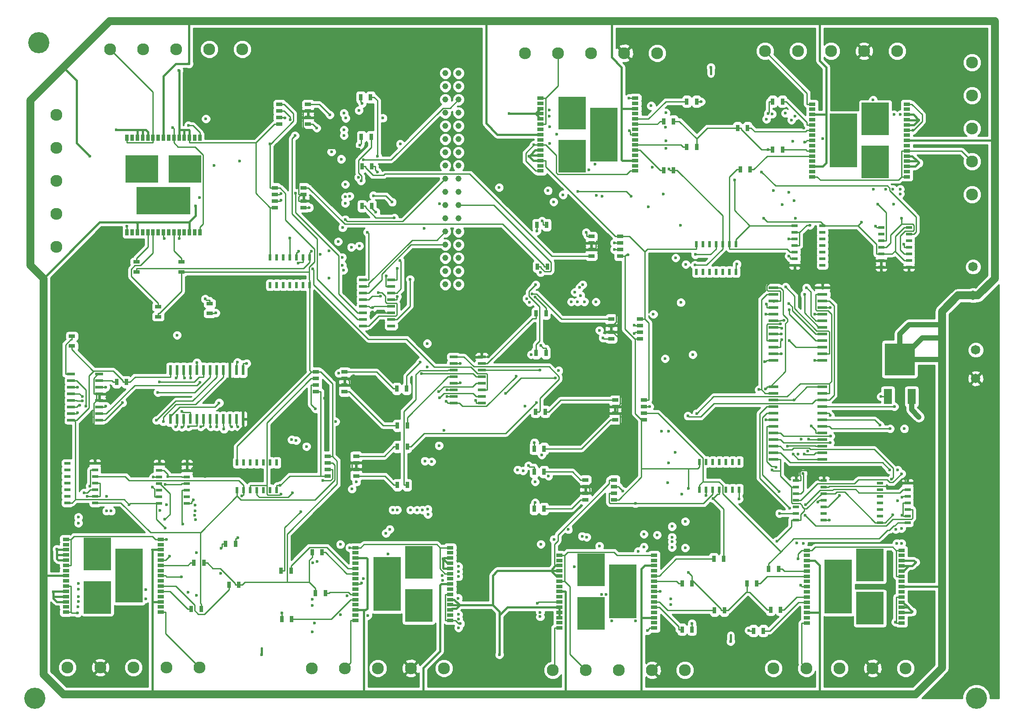
<source format=gtl>
G04 #@! TF.FileFunction,Copper,L1,Top,Signal*
%FSLAX46Y46*%
G04 Gerber Fmt 4.6, Leading zero omitted, Abs format (unit mm)*
G04 Created by KiCad (PCBNEW 4.0.2-stable) date Mon 18 Apr 2016 07:01:49 PM CST*
%MOMM*%
G01*
G04 APERTURE LIST*
%ADD10C,0.100000*%
%ADD11R,5.250000X6.230000*%
%ADD12R,5.250000X10.300000*%
%ADD13R,1.300000X0.665000*%
%ADD14R,6.230000X5.250000*%
%ADD15R,10.300000X5.250000*%
%ADD16R,0.665000X1.300000*%
%ADD17C,1.157000*%
%ADD18R,5.800000X6.200000*%
%ADD19R,1.600000X3.000000*%
%ADD20R,0.700000X1.300000*%
%ADD21R,1.300000X0.700000*%
%ADD22C,2.300000*%
%ADD23C,1.820000*%
%ADD24R,1.500000X0.550000*%
%ADD25R,0.580000X1.180000*%
%ADD26R,0.550000X1.950000*%
%ADD27R,1.180000X0.580000*%
%ADD28R,1.950000X0.550000*%
%ADD29R,1.200000X0.800000*%
%ADD30C,4.064000*%
%ADD31C,0.600000*%
%ADD32C,0.250000*%
%ADD33C,1.000000*%
%ADD34C,0.400000*%
%ADD35C,1.500000*%
%ADD36C,0.254000*%
G04 APERTURE END LIST*
D10*
D11*
X180215000Y-52552000D03*
X180215000Y-44222000D03*
D12*
X174115000Y-48387000D03*
D13*
X168065000Y-41387000D03*
X168065000Y-42387000D03*
X168065000Y-43387000D03*
X168065000Y-44387000D03*
X168065000Y-45387000D03*
X168065000Y-46387000D03*
X168065000Y-47387000D03*
X168065000Y-48387000D03*
X168065000Y-49387000D03*
X168065000Y-50387000D03*
X168065000Y-51387000D03*
X168065000Y-52387000D03*
X168065000Y-53387000D03*
X168065000Y-54387000D03*
X168065000Y-55387000D03*
X186265000Y-55387000D03*
X186265000Y-54387000D03*
X186265000Y-53387000D03*
X186265000Y-52387000D03*
X186265000Y-51387000D03*
X186265000Y-50387000D03*
X186265000Y-49387000D03*
X186265000Y-48387000D03*
X186265000Y-47387000D03*
X186265000Y-46387000D03*
X186265000Y-45387000D03*
X186265000Y-44387000D03*
X186265000Y-43387000D03*
X186265000Y-42387000D03*
X186265000Y-41387000D03*
D11*
X30668500Y-127979000D03*
X30668500Y-136309000D03*
D12*
X36768500Y-132144000D03*
D13*
X42818500Y-139144000D03*
X42818500Y-138144000D03*
X42818500Y-137144000D03*
X42818500Y-136144000D03*
X42818500Y-135144000D03*
X42818500Y-134144000D03*
X42818500Y-133144000D03*
X42818500Y-132144000D03*
X42818500Y-131144000D03*
X42818500Y-130144000D03*
X42818500Y-129144000D03*
X42818500Y-128144000D03*
X42818500Y-127144000D03*
X42818500Y-126144000D03*
X42818500Y-125144000D03*
X24618500Y-125144000D03*
X24618500Y-126144000D03*
X24618500Y-127144000D03*
X24618500Y-128144000D03*
X24618500Y-129144000D03*
X24618500Y-130144000D03*
X24618500Y-131144000D03*
X24618500Y-132144000D03*
X24618500Y-133144000D03*
X24618500Y-134144000D03*
X24618500Y-135144000D03*
X24618500Y-136144000D03*
X24618500Y-137144000D03*
X24618500Y-138144000D03*
X24618500Y-139144000D03*
D11*
X92458000Y-137896000D03*
X92458000Y-129566000D03*
D12*
X86358000Y-133731000D03*
D13*
X80308000Y-126731000D03*
X80308000Y-127731000D03*
X80308000Y-128731000D03*
X80308000Y-129731000D03*
X80308000Y-130731000D03*
X80308000Y-131731000D03*
X80308000Y-132731000D03*
X80308000Y-133731000D03*
X80308000Y-134731000D03*
X80308000Y-135731000D03*
X80308000Y-136731000D03*
X80308000Y-137731000D03*
X80308000Y-138731000D03*
X80308000Y-139731000D03*
X80308000Y-140731000D03*
X98508000Y-140731000D03*
X98508000Y-139731000D03*
X98508000Y-138731000D03*
X98508000Y-137731000D03*
X98508000Y-136731000D03*
X98508000Y-135731000D03*
X98508000Y-134731000D03*
X98508000Y-133731000D03*
X98508000Y-132731000D03*
X98508000Y-131731000D03*
X98508000Y-130731000D03*
X98508000Y-129731000D03*
X98508000Y-128731000D03*
X98508000Y-127731000D03*
X98508000Y-126731000D03*
D11*
X125538000Y-131027000D03*
X125538000Y-139357000D03*
D12*
X131638000Y-135192000D03*
D13*
X137688000Y-142192000D03*
X137688000Y-141192000D03*
X137688000Y-140192000D03*
X137688000Y-139192000D03*
X137688000Y-138192000D03*
X137688000Y-137192000D03*
X137688000Y-136192000D03*
X137688000Y-135192000D03*
X137688000Y-134192000D03*
X137688000Y-133192000D03*
X137688000Y-132192000D03*
X137688000Y-131192000D03*
X137688000Y-130192000D03*
X137688000Y-129192000D03*
X137688000Y-128192000D03*
X119488000Y-128192000D03*
X119488000Y-129192000D03*
X119488000Y-130192000D03*
X119488000Y-131192000D03*
X119488000Y-132192000D03*
X119488000Y-133192000D03*
X119488000Y-134192000D03*
X119488000Y-135192000D03*
X119488000Y-136192000D03*
X119488000Y-137192000D03*
X119488000Y-138192000D03*
X119488000Y-139192000D03*
X119488000Y-140192000D03*
X119488000Y-141192000D03*
X119488000Y-142192000D03*
D11*
X179199000Y-138404000D03*
X179199000Y-130074000D03*
D12*
X173099000Y-134239000D03*
D13*
X167049000Y-127239000D03*
X167049000Y-128239000D03*
X167049000Y-129239000D03*
X167049000Y-130239000D03*
X167049000Y-131239000D03*
X167049000Y-132239000D03*
X167049000Y-133239000D03*
X167049000Y-134239000D03*
X167049000Y-135239000D03*
X167049000Y-136239000D03*
X167049000Y-137239000D03*
X167049000Y-138239000D03*
X167049000Y-139239000D03*
X167049000Y-140239000D03*
X167049000Y-141239000D03*
X185249000Y-141239000D03*
X185249000Y-140239000D03*
X185249000Y-139239000D03*
X185249000Y-138239000D03*
X185249000Y-137239000D03*
X185249000Y-136239000D03*
X185249000Y-135239000D03*
X185249000Y-134239000D03*
X185249000Y-133239000D03*
X185249000Y-132239000D03*
X185249000Y-131239000D03*
X185249000Y-130239000D03*
X185249000Y-129239000D03*
X185249000Y-128239000D03*
X185249000Y-127239000D03*
D11*
X121918000Y-43079000D03*
X121918000Y-51409000D03*
D12*
X128018000Y-47244000D03*
D13*
X134068000Y-54244000D03*
X134068000Y-53244000D03*
X134068000Y-52244000D03*
X134068000Y-51244000D03*
X134068000Y-50244000D03*
X134068000Y-49244000D03*
X134068000Y-48244000D03*
X134068000Y-47244000D03*
X134068000Y-46244000D03*
X134068000Y-45244000D03*
X134068000Y-44244000D03*
X134068000Y-43244000D03*
X134068000Y-42244000D03*
X134068000Y-41244000D03*
X134068000Y-40244000D03*
X115868000Y-40244000D03*
X115868000Y-41244000D03*
X115868000Y-42244000D03*
X115868000Y-43244000D03*
X115868000Y-44244000D03*
X115868000Y-45244000D03*
X115868000Y-46244000D03*
X115868000Y-47244000D03*
X115868000Y-48244000D03*
X115868000Y-49244000D03*
X115868000Y-50244000D03*
X115868000Y-51244000D03*
X115868000Y-52244000D03*
X115868000Y-53244000D03*
X115868000Y-54244000D03*
D14*
X47535500Y-53909500D03*
X39205500Y-53909500D03*
D15*
X43370500Y-60009500D03*
D16*
X36370500Y-66059500D03*
X37370500Y-66059500D03*
X38370500Y-66059500D03*
X39370500Y-66059500D03*
X40370500Y-66059500D03*
X41370500Y-66059500D03*
X42370500Y-66059500D03*
X43370500Y-66059500D03*
X44370500Y-66059500D03*
X45370500Y-66059500D03*
X46370500Y-66059500D03*
X47370500Y-66059500D03*
X48370500Y-66059500D03*
X49370500Y-66059500D03*
X50370500Y-66059500D03*
X50370500Y-47859500D03*
X49370500Y-47859500D03*
X48370500Y-47859500D03*
X47370500Y-47859500D03*
X46370500Y-47859500D03*
X45370500Y-47859500D03*
X44370500Y-47859500D03*
X43370500Y-47859500D03*
X42370500Y-47859500D03*
X41370500Y-47859500D03*
X40370500Y-47859500D03*
X39370500Y-47859500D03*
X38370500Y-47859500D03*
X37370500Y-47859500D03*
X36370500Y-47859500D03*
D17*
X100076000Y-76073000D03*
X97536000Y-76073000D03*
X100076000Y-73533000D03*
X97536000Y-73533000D03*
X100076000Y-70993000D03*
X97536000Y-70993000D03*
X100076000Y-68453000D03*
X97536000Y-68453000D03*
X100076000Y-65913000D03*
X97536000Y-65913000D03*
X100076000Y-63373000D03*
X97536000Y-63373000D03*
X100076000Y-60833000D03*
X97536000Y-60833000D03*
X100076000Y-58293000D03*
X97536000Y-58293000D03*
X100076000Y-55753000D03*
X97536000Y-55753000D03*
X100076000Y-53213000D03*
X97536000Y-53213000D03*
X100076000Y-50673000D03*
X97536000Y-50673000D03*
X100076000Y-48133000D03*
X97536000Y-48133000D03*
X100076000Y-45593000D03*
X97536000Y-45593000D03*
X100076000Y-43053000D03*
X97536000Y-43053000D03*
X100076000Y-40513000D03*
X97536000Y-40513000D03*
X100076000Y-37973000D03*
X97536000Y-37973000D03*
X100076000Y-35433000D03*
X97536000Y-35433000D03*
D18*
X184912000Y-90499000D03*
D19*
X187197000Y-97679000D03*
X182627000Y-97679000D03*
D20*
X158684000Y-142748000D03*
X156784000Y-142748000D03*
X161605000Y-130810000D03*
X159705000Y-130810000D03*
X157414000Y-133604000D03*
X155514000Y-133604000D03*
X156144000Y-53975000D03*
X154244000Y-53975000D03*
X162367000Y-40894000D03*
X160467000Y-40894000D03*
X155636000Y-45974000D03*
X153736000Y-45974000D03*
X55311000Y-125984000D03*
X57211000Y-125984000D03*
X48707000Y-138557000D03*
X50607000Y-138557000D03*
X55946000Y-133858000D03*
X57846000Y-133858000D03*
X68006000Y-140462000D03*
X66106000Y-140462000D03*
X67879000Y-131191000D03*
X65979000Y-131191000D03*
X73848000Y-127635000D03*
X71948000Y-127635000D03*
X149164000Y-128905000D03*
X151064000Y-128905000D03*
X143068000Y-142494000D03*
X144968000Y-142494000D03*
X149291000Y-138811000D03*
X151191000Y-138811000D03*
X143957000Y-40894000D03*
X145857000Y-40894000D03*
X139512000Y-54102000D03*
X141412000Y-54102000D03*
X143957000Y-49657000D03*
X145857000Y-49657000D03*
D21*
X52260500Y-79758500D03*
X52260500Y-81658500D03*
X38163500Y-71757500D03*
X38163500Y-73657500D03*
X42354500Y-80393500D03*
X42354500Y-82293500D03*
D20*
X83182500Y-40068500D03*
X81282500Y-40068500D03*
X83309500Y-47688500D03*
X81409500Y-47688500D03*
X83436500Y-53403500D03*
X81536500Y-53403500D03*
X83436500Y-61023500D03*
X81536500Y-61023500D03*
X115001000Y-89281000D03*
X116901000Y-89281000D03*
X115001000Y-81661000D03*
X116901000Y-81661000D03*
X115255000Y-72644000D03*
X117155000Y-72644000D03*
X115128000Y-64643000D03*
X117028000Y-64643000D03*
X90104000Y-96139000D03*
X88204000Y-96139000D03*
X90231000Y-103251000D03*
X88331000Y-103251000D03*
X90231000Y-107315000D03*
X88331000Y-107315000D03*
X90231000Y-114681000D03*
X88331000Y-114681000D03*
X114620000Y-119253000D03*
X116520000Y-119253000D03*
X114620000Y-112141000D03*
X116520000Y-112141000D03*
X114620000Y-107696000D03*
X116520000Y-107696000D03*
X114874000Y-100584000D03*
X116774000Y-100584000D03*
D22*
X160655000Y-149937000D03*
X167005000Y-149937000D03*
X173355000Y-149937000D03*
X179705000Y-149937000D03*
X186055000Y-149937000D03*
X50292000Y-149783000D03*
X43942000Y-149783000D03*
X37592000Y-149783000D03*
X31242000Y-149783000D03*
X24892000Y-149783000D03*
X71882000Y-149937000D03*
X78232000Y-149937000D03*
X84582000Y-149937000D03*
X90932000Y-149937000D03*
X97282000Y-149937000D03*
X22810000Y-68834000D03*
X22810000Y-62484000D03*
X22810000Y-56134000D03*
X22810000Y-49784000D03*
X22810000Y-43434000D03*
X33147000Y-30811000D03*
X39497000Y-30811000D03*
X45847000Y-30811000D03*
X52197000Y-30811000D03*
X58547000Y-30811000D03*
D23*
X199517000Y-88690000D03*
X199517000Y-94190000D03*
X199009000Y-78188000D03*
X199009000Y-72688000D03*
D22*
X118237000Y-150318000D03*
X124587000Y-150318000D03*
X130937000Y-150318000D03*
X137287000Y-150318000D03*
X143637000Y-150318000D03*
X112903000Y-31573000D03*
X119253000Y-31573000D03*
X125603000Y-31573000D03*
X131953000Y-31573000D03*
X138303000Y-31573000D03*
D24*
X31021000Y-102235000D03*
X31021000Y-100965000D03*
X31021000Y-99695000D03*
X31021000Y-98425000D03*
X31021000Y-97155000D03*
X31021000Y-95885000D03*
X31021000Y-94615000D03*
X31021000Y-93345000D03*
X25621000Y-93345000D03*
X25621000Y-94615000D03*
X25621000Y-95885000D03*
X25621000Y-97155000D03*
X25621000Y-98425000D03*
X25621000Y-99695000D03*
X25621000Y-100965000D03*
X25621000Y-102235000D03*
D22*
X159004000Y-31192000D03*
X165354000Y-31192000D03*
X171704000Y-31192000D03*
X178054000Y-31192000D03*
X184404000Y-31192000D03*
X198832000Y-58801000D03*
X198832000Y-52451000D03*
X198832000Y-46101000D03*
X198832000Y-39751000D03*
X198832000Y-33401000D03*
D21*
X25781000Y-87945000D03*
X25781000Y-86045000D03*
D20*
X36256000Y-94869000D03*
X34356000Y-94869000D03*
D21*
X46799500Y-71757500D03*
X46799500Y-73657500D03*
D20*
X139512000Y-44704000D03*
X141412000Y-44704000D03*
X143068000Y-133604000D03*
X144968000Y-133604000D03*
X74483000Y-135509000D03*
X72583000Y-135509000D03*
X49215000Y-129667000D03*
X51115000Y-129667000D03*
X162367000Y-50165000D03*
X160467000Y-50165000D03*
X161986000Y-138684000D03*
X160086000Y-138684000D03*
D24*
X81755000Y-75184000D03*
X81755000Y-76454000D03*
X81755000Y-77724000D03*
X81755000Y-78994000D03*
X81755000Y-80264000D03*
X81755000Y-81534000D03*
X81755000Y-82804000D03*
X81755000Y-84074000D03*
X87155000Y-84074000D03*
X87155000Y-82804000D03*
X87155000Y-81534000D03*
X87155000Y-80264000D03*
X87155000Y-78994000D03*
X87155000Y-77724000D03*
X87155000Y-76454000D03*
X87155000Y-75184000D03*
X104554000Y-98933000D03*
X104554000Y-97663000D03*
X104554000Y-96393000D03*
X104554000Y-95123000D03*
X104554000Y-93853000D03*
X104554000Y-92583000D03*
X104554000Y-91313000D03*
X104554000Y-90043000D03*
X99154000Y-90043000D03*
X99154000Y-91313000D03*
X99154000Y-92583000D03*
X99154000Y-93853000D03*
X99154000Y-95123000D03*
X99154000Y-96393000D03*
X99154000Y-97663000D03*
X99154000Y-98933000D03*
D25*
X71501000Y-70873000D03*
X70231000Y-70873000D03*
X68961000Y-70873000D03*
X67691000Y-70873000D03*
X66421000Y-70873000D03*
X65151000Y-70873000D03*
X63881000Y-70873000D03*
X63881000Y-76193000D03*
X65151000Y-76193000D03*
X66421000Y-76193000D03*
X67691000Y-76193000D03*
X68961000Y-76193000D03*
X70231000Y-76193000D03*
X71501000Y-76193000D03*
X146431000Y-115563000D03*
X147701000Y-115563000D03*
X148971000Y-115563000D03*
X150241000Y-115563000D03*
X151511000Y-115563000D03*
X152781000Y-115563000D03*
X154051000Y-115563000D03*
X154051000Y-110243000D03*
X152781000Y-110243000D03*
X151511000Y-110243000D03*
X150241000Y-110243000D03*
X148971000Y-110243000D03*
X147701000Y-110243000D03*
X146431000Y-110243000D03*
X57531000Y-115690000D03*
X58801000Y-115690000D03*
X60071000Y-115690000D03*
X61341000Y-115690000D03*
X62611000Y-115690000D03*
X63881000Y-115690000D03*
X65151000Y-115690000D03*
X65151000Y-110370000D03*
X63881000Y-110370000D03*
X62611000Y-110370000D03*
X61341000Y-110370000D03*
X60071000Y-110370000D03*
X58801000Y-110370000D03*
X57531000Y-110370000D03*
X153416000Y-68333000D03*
X152146000Y-68333000D03*
X150876000Y-68333000D03*
X149606000Y-68333000D03*
X148336000Y-68333000D03*
X147066000Y-68333000D03*
X145796000Y-68333000D03*
X145796000Y-73653000D03*
X147066000Y-73653000D03*
X148336000Y-73653000D03*
X149606000Y-73653000D03*
X150876000Y-73653000D03*
X152146000Y-73653000D03*
X153416000Y-73653000D03*
D26*
X44687000Y-101982000D03*
X45957000Y-101982000D03*
X47227000Y-101982000D03*
X48497000Y-101982000D03*
X49767000Y-101982000D03*
X51037000Y-101982000D03*
X52307000Y-101982000D03*
X53577000Y-101982000D03*
X54847000Y-101982000D03*
X56117000Y-101982000D03*
X57387000Y-101982000D03*
X58657000Y-101982000D03*
X58657000Y-92582000D03*
X57387000Y-92582000D03*
X56117000Y-92582000D03*
X54847000Y-92582000D03*
X53577000Y-92582000D03*
X52307000Y-92582000D03*
X51037000Y-92582000D03*
X49767000Y-92582000D03*
X48497000Y-92582000D03*
X47227000Y-92582000D03*
X45957000Y-92582000D03*
X44687000Y-92582000D03*
D27*
X47872000Y-118237000D03*
X47872000Y-116967000D03*
X47872000Y-115697000D03*
X47872000Y-114427000D03*
X47872000Y-113157000D03*
X47872000Y-111887000D03*
X47872000Y-110617000D03*
X42552000Y-110617000D03*
X42552000Y-111887000D03*
X42552000Y-113157000D03*
X42552000Y-114427000D03*
X42552000Y-115697000D03*
X42552000Y-116967000D03*
X42552000Y-118237000D03*
D28*
X170054000Y-90695000D03*
X170054000Y-89425000D03*
X170054000Y-88155000D03*
X170054000Y-86885000D03*
X170054000Y-85615000D03*
X170054000Y-84345000D03*
X170054000Y-83075000D03*
X170054000Y-81805000D03*
X170054000Y-80535000D03*
X170054000Y-79265000D03*
X170054000Y-77995000D03*
X170054000Y-76725000D03*
X160654000Y-76725000D03*
X160654000Y-77995000D03*
X160654000Y-79265000D03*
X160654000Y-80535000D03*
X160654000Y-81805000D03*
X160654000Y-83075000D03*
X160654000Y-84345000D03*
X160654000Y-85615000D03*
X160654000Y-86885000D03*
X160654000Y-88155000D03*
X160654000Y-89425000D03*
X160654000Y-90695000D03*
D27*
X30219000Y-118110000D03*
X30219000Y-116840000D03*
X30219000Y-115570000D03*
X30219000Y-114300000D03*
X30219000Y-113030000D03*
X30219000Y-111760000D03*
X30219000Y-110490000D03*
X24899000Y-110490000D03*
X24899000Y-111760000D03*
X24899000Y-113030000D03*
X24899000Y-114300000D03*
X24899000Y-115570000D03*
X24899000Y-116840000D03*
X24899000Y-118110000D03*
X181363000Y-65151000D03*
X181363000Y-66421000D03*
X181363000Y-67691000D03*
X181363000Y-68961000D03*
X181363000Y-70231000D03*
X181363000Y-71501000D03*
X181363000Y-72771000D03*
X186683000Y-72771000D03*
X186683000Y-71501000D03*
X186683000Y-70231000D03*
X186683000Y-68961000D03*
X186683000Y-67691000D03*
X186683000Y-66421000D03*
X186683000Y-65151000D03*
D28*
X170054000Y-109745000D03*
X170054000Y-108475000D03*
X170054000Y-107205000D03*
X170054000Y-105935000D03*
X170054000Y-104665000D03*
X170054000Y-103395000D03*
X170054000Y-102125000D03*
X170054000Y-100855000D03*
X170054000Y-99585000D03*
X170054000Y-98315000D03*
X170054000Y-97045000D03*
X170054000Y-95775000D03*
X160654000Y-95775000D03*
X160654000Y-97045000D03*
X160654000Y-98315000D03*
X160654000Y-99585000D03*
X160654000Y-100855000D03*
X160654000Y-102125000D03*
X160654000Y-103395000D03*
X160654000Y-104665000D03*
X160654000Y-105935000D03*
X160654000Y-107205000D03*
X160654000Y-108475000D03*
X160654000Y-109745000D03*
D27*
X170300000Y-121412000D03*
X170300000Y-120142000D03*
X170300000Y-118872000D03*
X170300000Y-117602000D03*
X170300000Y-116332000D03*
X170300000Y-115062000D03*
X170300000Y-113792000D03*
X164980000Y-113792000D03*
X164980000Y-115062000D03*
X164980000Y-116332000D03*
X164980000Y-117602000D03*
X164980000Y-118872000D03*
X164980000Y-120142000D03*
X164980000Y-121412000D03*
X164726000Y-64770000D03*
X164726000Y-66040000D03*
X164726000Y-67310000D03*
X164726000Y-68580000D03*
X164726000Y-69850000D03*
X164726000Y-71120000D03*
X164726000Y-72390000D03*
X170046000Y-72390000D03*
X170046000Y-71120000D03*
X170046000Y-69850000D03*
X170046000Y-68580000D03*
X170046000Y-67310000D03*
X170046000Y-66040000D03*
X170046000Y-64770000D03*
X186429000Y-121920000D03*
X186429000Y-120650000D03*
X186429000Y-119380000D03*
X186429000Y-118110000D03*
X186429000Y-116840000D03*
X186429000Y-115570000D03*
X186429000Y-114300000D03*
X181109000Y-114300000D03*
X181109000Y-115570000D03*
X181109000Y-116840000D03*
X181109000Y-118110000D03*
X181109000Y-119380000D03*
X181109000Y-120650000D03*
X181109000Y-121920000D03*
D29*
X130223000Y-98330000D03*
X130223000Y-99600000D03*
X130223000Y-100870000D03*
X130223000Y-102140000D03*
X135723000Y-98330000D03*
X135723000Y-99600000D03*
X135723000Y-100870000D03*
X135723000Y-102140000D03*
X124508000Y-113697000D03*
X124508000Y-114967000D03*
X124508000Y-116237000D03*
X124508000Y-117507000D03*
X130008000Y-113697000D03*
X130008000Y-114967000D03*
X130008000Y-116237000D03*
X130008000Y-117507000D03*
X80406500Y-112934000D03*
X80406500Y-111664000D03*
X80406500Y-110394000D03*
X80406500Y-109124000D03*
X74906500Y-112934000D03*
X74906500Y-111664000D03*
X74906500Y-110394000D03*
X74906500Y-109124000D03*
X78184000Y-96742000D03*
X78184000Y-95472000D03*
X78184000Y-94202000D03*
X78184000Y-92932000D03*
X72684000Y-96742000D03*
X72684000Y-95472000D03*
X72684000Y-94202000D03*
X72684000Y-92932000D03*
X125651000Y-66834000D03*
X125651000Y-68104000D03*
X125651000Y-69374000D03*
X125651000Y-70644000D03*
X131151000Y-66834000D03*
X131151000Y-68104000D03*
X131151000Y-69374000D03*
X131151000Y-70644000D03*
X129461000Y-82709000D03*
X129461000Y-83979000D03*
X129461000Y-85249000D03*
X129461000Y-86519000D03*
X134961000Y-82709000D03*
X134961000Y-83979000D03*
X134961000Y-85249000D03*
X134961000Y-86519000D03*
X70310000Y-61309000D03*
X70310000Y-60039000D03*
X70310000Y-58769000D03*
X70310000Y-57499000D03*
X64810000Y-61309000D03*
X64810000Y-60039000D03*
X64810000Y-58769000D03*
X64810000Y-57499000D03*
X71135500Y-45243500D03*
X71135500Y-43973500D03*
X71135500Y-42703500D03*
X71135500Y-41433500D03*
X65635500Y-45243500D03*
X65635500Y-43973500D03*
X65635500Y-42703500D03*
X65635500Y-41433500D03*
D30*
X19431000Y-29591000D03*
X199644000Y-155702000D03*
X18669000Y-155702000D03*
D31*
X134604600Y-127458400D03*
X183607400Y-120408300D03*
X97696900Y-98551200D03*
X161268500Y-125543400D03*
X137126500Y-41715800D03*
X158922900Y-90943400D03*
X158750400Y-63338700D03*
X177559100Y-64084000D03*
X75169600Y-69645100D03*
X122357600Y-130447200D03*
X111158200Y-93765200D03*
X119337000Y-92681900D03*
X160405100Y-111773300D03*
X36777200Y-118470400D03*
X44173700Y-113038800D03*
X43679800Y-122984400D03*
X83616300Y-80561100D03*
X83616300Y-81420400D03*
X79951100Y-93689600D03*
X97581600Y-144962100D03*
X167757400Y-111956000D03*
X31906500Y-110617000D03*
X71319200Y-100368900D03*
X74388700Y-97978000D03*
X78021500Y-122732600D03*
X105826500Y-90050300D03*
X132871000Y-93479600D03*
X166506900Y-45992400D03*
X164563600Y-98292800D03*
X185915900Y-113439800D03*
X80933900Y-50103800D03*
X91150200Y-46259500D03*
X122728700Y-116584700D03*
X123860600Y-122034700D03*
X165901900Y-72553500D03*
X71419600Y-123017200D03*
X51389800Y-113038800D03*
X126755600Y-67942300D03*
X32281900Y-95885000D03*
X77801400Y-65169200D03*
X72085300Y-73116900D03*
X77536900Y-51971700D03*
X45981000Y-85849100D03*
X32305200Y-99524900D03*
X78312500Y-63593600D03*
X73507500Y-70262900D03*
X75663200Y-50552300D03*
X96438500Y-97864700D03*
X50367900Y-94948900D03*
X35461800Y-98869500D03*
X77082400Y-93183600D03*
X79172900Y-59090000D03*
X103358100Y-98394200D03*
X26890900Y-100805700D03*
X164337400Y-48530500D03*
X185221400Y-63340700D03*
X164830300Y-63327700D03*
X168574500Y-90695000D03*
X77977900Y-73305900D03*
X88882900Y-49088200D03*
X158349700Y-54449700D03*
X78064200Y-46329200D03*
X85542900Y-44089000D03*
X180254900Y-64867000D03*
X78339500Y-59239300D03*
X81838400Y-52098600D03*
X114582000Y-49244000D03*
X132882200Y-40244000D03*
X136367800Y-142717700D03*
X115255200Y-137471500D03*
X49530000Y-60960000D03*
X48260000Y-33655000D03*
X29210000Y-51435000D03*
X188595000Y-101600000D03*
X109855000Y-43180000D03*
X113665000Y-51435000D03*
X188595000Y-44450000D03*
X188595000Y-52705000D03*
X187325000Y-139065000D03*
X187960000Y-129540000D03*
X107950000Y-147320000D03*
X97155000Y-128905000D03*
X22225000Y-135255000D03*
X22860000Y-127000000D03*
X46355000Y-34925000D03*
X34290000Y-46355000D03*
X148590000Y-34290000D03*
X62230000Y-147320000D03*
X152400000Y-144780000D03*
X65827700Y-114774700D03*
X154025000Y-117354700D03*
X36335800Y-64906900D03*
X45180800Y-45895300D03*
X48159000Y-45522800D03*
X86233000Y-74407900D03*
X88821900Y-71475400D03*
X51529000Y-44224800D03*
X50333200Y-59398400D03*
X79157700Y-126731000D03*
X100455300Y-141376400D03*
X26878900Y-139316600D03*
X43981100Y-125183100D03*
X167625300Y-64671200D03*
X84675700Y-77682400D03*
X165383500Y-128909700D03*
X184092300Y-141057600D03*
X84506200Y-54446100D03*
X84497100Y-51381200D03*
X114941100Y-76146200D03*
X114689800Y-106517900D03*
X114809000Y-118088700D03*
X115111600Y-98825500D03*
X92749800Y-91035800D03*
X93462000Y-65293600D03*
X71415600Y-61309000D03*
X116143300Y-63868000D03*
X100452400Y-91313000D03*
X113531600Y-110970500D03*
X72815400Y-45998100D03*
X114819200Y-78539800D03*
X75357700Y-43455900D03*
X115882900Y-87822600D03*
X96320300Y-96755300D03*
X84207100Y-62148300D03*
X124624500Y-66099400D03*
X87755400Y-63266100D03*
X92949600Y-93280400D03*
X81340500Y-56129800D03*
X115769500Y-92583000D03*
X115128000Y-65795900D03*
X114267200Y-77899200D03*
X81090100Y-49276100D03*
X127825800Y-86358500D03*
X81581600Y-41227100D03*
X181322000Y-97679000D03*
X63856400Y-49039000D03*
X153635900Y-72183400D03*
X159589300Y-50165000D03*
X58045900Y-52362000D03*
X132678300Y-70413900D03*
X144316500Y-115320000D03*
X144321600Y-131511800D03*
X51390000Y-78888000D03*
X46370500Y-67220300D03*
X54454200Y-126840800D03*
X44568500Y-128340100D03*
X159586900Y-43224900D03*
X65933400Y-58581600D03*
X153152700Y-55956100D03*
X88348700Y-73000700D03*
X88330500Y-78436500D03*
X90782300Y-75094900D03*
X85143500Y-78360000D03*
X82593600Y-66037100D03*
X97888300Y-96393000D03*
X100404400Y-95059200D03*
X97888300Y-97663000D03*
X65946100Y-59848900D03*
X166626900Y-48670400D03*
X139476600Y-58674000D03*
X120188300Y-58829100D03*
X133303800Y-59153900D03*
X123059600Y-58202600D03*
X184121900Y-123218100D03*
X165100000Y-125872900D03*
X185254400Y-123037000D03*
X166370000Y-125893200D03*
X185801000Y-103840900D03*
X165354000Y-108762500D03*
X140892300Y-136585800D03*
X128466000Y-135783200D03*
X140867900Y-137668000D03*
X127619000Y-135708600D03*
X141112800Y-124716600D03*
X124712800Y-124716100D03*
X141129800Y-125603000D03*
X123857800Y-124535800D03*
X100094200Y-139575200D03*
X82656900Y-139799400D03*
X100103500Y-140463800D03*
X77389500Y-139617400D03*
X96961900Y-132130900D03*
X81800900Y-132692600D03*
X100094200Y-130366800D03*
X86510100Y-127980700D03*
X49424800Y-118546600D03*
X32409200Y-119683800D03*
X49447200Y-119621200D03*
X33315800Y-119680700D03*
X48124500Y-135280900D03*
X39945200Y-136581700D03*
X49697800Y-135957100D03*
X39948900Y-134799200D03*
X162963900Y-76581500D03*
X160401000Y-43299500D03*
X163640800Y-86856100D03*
X159291400Y-44272100D03*
X163640300Y-80988500D03*
X164096900Y-44456000D03*
X163622700Y-79741300D03*
X164792200Y-43680400D03*
X166602500Y-78003500D03*
X179786400Y-40582900D03*
X166965400Y-76698800D03*
X170090300Y-48034900D03*
X168573700Y-81805000D03*
X183819900Y-43413700D03*
X171539900Y-80535000D03*
X185028200Y-43385000D03*
X162140000Y-89425000D03*
X184991100Y-58663200D03*
X162264300Y-86705700D03*
X184988800Y-57748200D03*
X162005600Y-83710000D03*
X179856300Y-57780900D03*
X162140000Y-85615000D03*
X162215300Y-84562400D03*
X162665600Y-82987400D03*
X159146600Y-81805000D03*
X159308700Y-79887700D03*
X160601900Y-58019900D03*
X182255300Y-57745600D03*
X162306000Y-60754200D03*
X183601500Y-57779200D03*
X164562400Y-59947300D03*
X163618600Y-67310000D03*
X163617300Y-58341400D03*
X163614200Y-70639400D03*
X183769000Y-60630100D03*
X162941000Y-43151800D03*
X180681700Y-60651000D03*
X185656100Y-68382400D03*
X145114700Y-89583800D03*
X126341600Y-52916400D03*
X125175700Y-54081800D03*
X139791400Y-90365900D03*
X27310800Y-99330100D03*
X136615000Y-61139300D03*
X137342600Y-53519200D03*
X169197000Y-117954600D03*
X184467400Y-117676100D03*
X166311400Y-112501300D03*
X27761100Y-98529700D03*
X27761100Y-97687000D03*
X109182600Y-97015700D03*
X118686400Y-94052700D03*
X121199700Y-123242700D03*
X135740200Y-126586400D03*
X127176200Y-126406000D03*
X26876200Y-95885000D03*
X41413400Y-113157000D03*
X43728800Y-114612100D03*
X32449900Y-116867400D03*
X28425700Y-99466800D03*
X68029900Y-105966600D03*
X77364500Y-126115000D03*
X126514500Y-79442900D03*
X77723900Y-72374200D03*
X127174300Y-84916900D03*
X75156700Y-74888900D03*
X54071300Y-98874300D03*
X81025200Y-68668500D03*
X164408000Y-108763800D03*
X77726900Y-70865700D03*
X137549900Y-81824800D03*
X115857600Y-73808600D03*
X78422000Y-44093900D03*
X114073200Y-89579500D03*
X78078600Y-47417000D03*
X41263700Y-115056300D03*
X80940600Y-42597100D03*
X161778400Y-120142000D03*
X78052800Y-43147400D03*
X142827700Y-79563300D03*
X76961100Y-67849400D03*
X96431600Y-60602800D03*
X78315100Y-60453500D03*
X68884900Y-106115200D03*
X79485000Y-68916300D03*
X49085800Y-117547600D03*
X80846600Y-55491600D03*
X171403200Y-121412000D03*
X107907200Y-57420000D03*
X78339500Y-56836900D03*
X143787900Y-72229000D03*
X111458500Y-111773400D03*
X68730200Y-58515100D03*
X68653700Y-47430600D03*
X79605400Y-115458700D03*
X28706100Y-116843600D03*
X185331000Y-120467300D03*
X130030200Y-69374000D03*
X71784500Y-69669100D03*
X69261200Y-71980500D03*
X53433600Y-81575600D03*
X133850600Y-85505400D03*
X69365400Y-69690200D03*
X67624700Y-67190300D03*
X145538600Y-72370600D03*
X67728000Y-44415200D03*
X140539000Y-53904300D03*
X145611400Y-70338500D03*
X146737600Y-40919300D03*
X144968000Y-141310500D03*
X134083100Y-118239000D03*
X112496800Y-111950100D03*
X116083600Y-108867300D03*
X149027400Y-117299800D03*
X65942600Y-116404600D03*
X69754000Y-119800100D03*
X68167400Y-116200100D03*
X66106000Y-139308100D03*
X58438100Y-116781900D03*
X57637500Y-124801200D03*
X185321400Y-117032300D03*
X155908200Y-142665000D03*
X147674300Y-116673200D03*
X133842400Y-83950600D03*
X53133600Y-53160000D03*
X130043100Y-68104000D03*
X43559600Y-67223900D03*
X66760900Y-44067900D03*
X132902500Y-46529100D03*
X131674900Y-115851500D03*
X138858700Y-135122700D03*
X136834700Y-99600000D03*
X165889700Y-133937600D03*
X72575100Y-100028800D03*
X81471600Y-133542700D03*
X73996300Y-113827700D03*
X46817900Y-132333100D03*
X141838100Y-70971500D03*
X118384400Y-60192100D03*
X142789400Y-64688700D03*
X117311400Y-58037600D03*
X124270200Y-79407000D03*
X117589800Y-48973600D03*
X122973800Y-79422200D03*
X117562600Y-43676500D03*
X121760800Y-79423500D03*
X117515600Y-42568900D03*
X123554100Y-78221600D03*
X139858200Y-45862300D03*
X122440900Y-77587100D03*
X139976600Y-43044500D03*
X123363600Y-76637900D03*
X139979700Y-48472200D03*
X123972500Y-76114800D03*
X139969400Y-49927300D03*
X113184200Y-78818900D03*
X144166900Y-101387600D03*
X56472900Y-103473800D03*
X96340500Y-107096400D03*
X145863500Y-100935800D03*
X57692600Y-103457900D03*
X97308000Y-104128300D03*
X113751300Y-79499300D03*
X57598700Y-91070000D03*
X94052500Y-91998700D03*
X157822000Y-96327900D03*
X59356500Y-91281700D03*
X94079800Y-87445200D03*
X159142000Y-96230200D03*
X127652900Y-59162600D03*
X118941100Y-47199600D03*
X126563600Y-58937300D03*
X117575600Y-45752600D03*
X166766800Y-118490700D03*
X166692500Y-120469600D03*
X139103900Y-104364400D03*
X141125400Y-122662800D03*
X140484300Y-104360000D03*
X143673300Y-121711700D03*
X141723500Y-108425300D03*
X141123500Y-126645700D03*
X143015600Y-116414600D03*
X143660800Y-126781300D03*
X140333900Y-114240800D03*
X115792200Y-140017300D03*
X140487000Y-110426300D03*
X115791600Y-139192000D03*
X112876900Y-99476700D03*
X114809000Y-114058400D03*
X135727500Y-124135800D03*
X117388100Y-112966200D03*
X138266400Y-124292700D03*
X161147400Y-111273300D03*
X159162000Y-102125000D03*
X163748900Y-119116800D03*
X161762700Y-115937000D03*
X167894000Y-103332200D03*
X167373500Y-105900300D03*
X185240100Y-125897700D03*
X165974300Y-105900300D03*
X184363600Y-125888900D03*
X167204300Y-108185200D03*
X166593700Y-108726600D03*
X163375100Y-107200800D03*
X183017900Y-111773500D03*
X183328900Y-113539800D03*
X171604700Y-105265400D03*
X171549300Y-106535300D03*
X173304400Y-116694400D03*
X184531000Y-111791800D03*
X185249800Y-112505900D03*
X183878300Y-99585000D03*
X171549300Y-101325900D03*
X183054600Y-103841300D03*
X181118100Y-103174800D03*
X80458200Y-114098800D03*
X72061900Y-129676100D03*
X93623200Y-110069100D03*
X100119200Y-131346100D03*
X94918700Y-110175300D03*
X100115400Y-132290300D03*
X87435300Y-119467300D03*
X100098100Y-142160100D03*
X88283000Y-119468300D03*
X100035700Y-136466700D03*
X94182400Y-119342900D03*
X97004000Y-133024000D03*
X90839300Y-119487000D03*
X71963000Y-136693600D03*
X92104800Y-119483800D03*
X71975600Y-137898900D03*
X93171800Y-119465700D03*
X71976000Y-142922800D03*
X94207400Y-120296100D03*
X72395000Y-141209800D03*
X70859400Y-107268100D03*
X86874200Y-123197200D03*
X76459900Y-102489000D03*
X86139600Y-123950900D03*
X134102600Y-140849800D03*
X118422100Y-125135000D03*
X129565100Y-140845300D03*
X115913200Y-126056500D03*
X45773400Y-103465900D03*
X27022900Y-137095800D03*
X46923700Y-103539900D03*
X26903900Y-138098100D03*
X46900200Y-100500100D03*
X27024800Y-133604000D03*
X48174400Y-103494000D03*
X50537500Y-103447500D03*
X49728900Y-127696100D03*
X52458900Y-103493300D03*
X53581500Y-103486500D03*
X55000400Y-103925500D03*
X54331100Y-131674800D03*
X45782500Y-94067900D03*
X49501200Y-121358400D03*
X47442100Y-94091000D03*
X49414400Y-120489800D03*
X48581100Y-94073900D03*
X49787000Y-91096200D03*
X42605900Y-94878600D03*
X42299400Y-96852200D03*
X42029700Y-102254200D03*
X27001800Y-121995500D03*
X43335600Y-102509700D03*
X27003300Y-120876300D03*
X47065000Y-122163200D03*
X43618900Y-121296700D03*
X78670700Y-135967700D03*
X72874900Y-129404200D03*
X29209300Y-114906500D03*
X28093700Y-116192600D03*
X42720000Y-119570400D03*
X27000200Y-134767000D03*
X43972700Y-118462100D03*
X27009600Y-136144000D03*
X83710600Y-58999500D03*
X87326100Y-60243600D03*
X187446700Y-46387000D03*
D32*
X98616400Y-98933000D02*
X98078700Y-98933000D01*
X98616400Y-98933000D02*
X99154000Y-98933000D01*
X99154000Y-98933000D02*
X100229300Y-98933000D01*
X160654000Y-90695000D02*
X159353700Y-90695000D01*
X36256000Y-94869000D02*
X35580700Y-94869000D01*
X37918000Y-93882300D02*
X36931300Y-94869000D01*
X44687000Y-93882300D02*
X37918000Y-93882300D01*
X44687000Y-92582000D02*
X44687000Y-93882300D01*
X25781000Y-87945000D02*
X25781000Y-88620300D01*
X170046000Y-64770000D02*
X170447400Y-64770000D01*
X36256000Y-94869000D02*
X36931300Y-94869000D01*
X158922900Y-90943300D02*
X158922900Y-90943400D01*
X159105400Y-90943300D02*
X158922900Y-90943300D01*
X159353700Y-90695000D02*
X159105400Y-90943300D01*
X182095700Y-121920000D02*
X181109000Y-121920000D01*
X183607400Y-120408300D02*
X182095700Y-121920000D01*
X172514000Y-116332000D02*
X170300000Y-116332000D01*
X172791700Y-116054300D02*
X172514000Y-116332000D01*
X174328000Y-116054300D02*
X172791700Y-116054300D01*
X180193700Y-121920000D02*
X174328000Y-116054300D01*
X181109000Y-121920000D02*
X180193700Y-121920000D01*
X176873100Y-64770000D02*
X177559100Y-64084000D01*
X170447400Y-64770000D02*
X176873100Y-64770000D01*
X180447700Y-68344600D02*
X180447700Y-70231000D01*
X176873100Y-64770000D02*
X180447700Y-68344600D01*
X181268100Y-70231000D02*
X180447700Y-70231000D01*
X181268100Y-70231000D02*
X181363000Y-70231000D01*
X181363000Y-70231000D02*
X182278300Y-70231000D01*
X186683000Y-65151000D02*
X185767700Y-65151000D01*
X186683000Y-71501000D02*
X185767700Y-71501000D01*
X183963800Y-69697000D02*
X185767700Y-71501000D01*
X184084400Y-69576400D02*
X183963800Y-69697000D01*
X184084400Y-66834300D02*
X184084400Y-69576400D01*
X185767700Y-65151000D02*
X184084400Y-66834300D01*
X183429800Y-70231000D02*
X182278300Y-70231000D01*
X183963800Y-69697000D02*
X183429800Y-70231000D01*
X111158200Y-93823800D02*
X111158200Y-93765200D01*
X105448600Y-99533400D02*
X111158200Y-93823800D01*
X100829700Y-99533400D02*
X105448600Y-99533400D01*
X100229300Y-98933000D02*
X100829700Y-99533400D01*
X160654000Y-109745000D02*
X161954300Y-109745000D01*
X164980000Y-115062000D02*
X164064700Y-115062000D01*
X164064700Y-122747200D02*
X164064700Y-121412000D01*
X161268500Y-125543400D02*
X164064700Y-122747200D01*
X164980000Y-121412000D02*
X165895300Y-121412000D01*
X164980000Y-121412000D02*
X164064700Y-121412000D01*
X166582300Y-119675500D02*
X166582300Y-119272700D01*
X165895300Y-120362500D02*
X166582300Y-119675500D01*
X165895300Y-121412000D02*
X165895300Y-120362500D01*
X166141500Y-118831900D02*
X166582300Y-119272700D01*
X166141500Y-118640900D02*
X166141500Y-118831900D01*
X165757200Y-118256600D02*
X166141500Y-118640900D01*
X164277500Y-118256600D02*
X165757200Y-118256600D01*
X164064700Y-118043800D02*
X164277500Y-118256600D01*
X164064700Y-115062000D02*
X164064700Y-118043800D01*
X169925800Y-116332000D02*
X170300000Y-116332000D01*
X166985100Y-119272700D02*
X169925800Y-116332000D01*
X166582300Y-119272700D02*
X166985100Y-119272700D01*
X29941600Y-92780900D02*
X25781000Y-88620300D01*
X29977900Y-92744600D02*
X29941600Y-92780900D01*
X33709500Y-92744600D02*
X29977900Y-92744600D01*
X35580700Y-94615800D02*
X33709500Y-92744600D01*
X35580700Y-94869000D02*
X35580700Y-94615800D01*
X29089000Y-99842300D02*
X26696300Y-102235000D01*
X29089000Y-93633500D02*
X29089000Y-99842300D01*
X29941600Y-92780900D02*
X29089000Y-93633500D01*
X160555500Y-111923700D02*
X160405100Y-111773300D01*
X161954300Y-111923700D02*
X160555500Y-111923700D01*
X161954300Y-109745000D02*
X161954300Y-111923700D01*
X161954300Y-112951600D02*
X164064700Y-115062000D01*
X161954300Y-111923700D02*
X161954300Y-112951600D01*
X42552000Y-111887000D02*
X43467300Y-111887000D01*
X44173700Y-112593400D02*
X44173700Y-113038800D01*
X43467300Y-111887000D02*
X44173700Y-112593400D01*
X46838500Y-113038800D02*
X46956700Y-113157000D01*
X44173700Y-113038800D02*
X46838500Y-113038800D01*
X47872000Y-113157000D02*
X46956700Y-113157000D01*
X42552000Y-118237000D02*
X41978300Y-118237000D01*
X41978300Y-118237000D02*
X41636700Y-118237000D01*
X41978300Y-121282900D02*
X43679800Y-122984400D01*
X41978300Y-118237000D02*
X41978300Y-121282900D01*
X83913400Y-80264000D02*
X83616300Y-80561100D01*
X86079700Y-80264000D02*
X83913400Y-80264000D01*
X87155000Y-80264000D02*
X86079700Y-80264000D01*
X83127400Y-80561100D02*
X83616300Y-80561100D01*
X82830300Y-80264000D02*
X83127400Y-80561100D01*
X81755000Y-80264000D02*
X82830300Y-80264000D01*
X159433100Y-64021400D02*
X158750400Y-63338700D01*
X169698800Y-64021400D02*
X159433100Y-64021400D01*
X170447400Y-64770000D02*
X169698800Y-64021400D01*
X37010600Y-118237000D02*
X36777200Y-118470400D01*
X41636700Y-118237000D02*
X37010600Y-118237000D01*
X24899000Y-118110000D02*
X25814300Y-118110000D01*
X25621000Y-102235000D02*
X26158700Y-102235000D01*
X26158700Y-102235000D02*
X26696300Y-102235000D01*
X26429600Y-102505900D02*
X26429600Y-117494700D01*
X26158700Y-102235000D02*
X26429600Y-102505900D01*
X35801500Y-117494700D02*
X26429600Y-117494700D01*
X36777200Y-118470400D02*
X35801500Y-117494700D01*
X26429600Y-117494700D02*
X25814300Y-118110000D01*
X98078700Y-98933000D02*
X97696900Y-98551200D01*
X25527800Y-86720300D02*
X25781000Y-86720300D01*
X24545700Y-87702400D02*
X25527800Y-86720300D01*
X24545700Y-93345000D02*
X24545700Y-87702400D01*
X25621000Y-93345000D02*
X24545700Y-93345000D01*
X25781000Y-86045000D02*
X25781000Y-86720300D01*
X80406500Y-110394000D02*
X79593800Y-110394000D01*
X170300000Y-115062000D02*
X171215300Y-115062000D01*
X181363000Y-71501000D02*
X182278300Y-71501000D01*
X182278300Y-72771000D02*
X182278300Y-71501000D01*
X186683000Y-72771000D02*
X182278300Y-72771000D01*
X182278300Y-72771000D02*
X181363000Y-72771000D01*
X47872000Y-110617000D02*
X48787300Y-110617000D01*
X49227200Y-111056900D02*
X48787300Y-110617000D01*
X48787300Y-111496800D02*
X48787300Y-111887000D01*
X49227200Y-111056900D02*
X48787300Y-111496800D01*
X47872000Y-111887000D02*
X48787300Y-111887000D01*
X30773600Y-93345000D02*
X31021000Y-93345000D01*
X29945700Y-94172900D02*
X30773600Y-93345000D01*
X29945700Y-97155000D02*
X29945700Y-94172900D01*
X70210200Y-42703500D02*
X70210200Y-43973500D01*
X71135500Y-42703500D02*
X70210200Y-42703500D01*
X71135500Y-43973500D02*
X70322800Y-43973500D01*
X70322800Y-43973500D02*
X70210200Y-43973500D01*
X78184000Y-94202000D02*
X78646700Y-94202000D01*
X78646700Y-94202000D02*
X79109300Y-94202000D01*
X79109300Y-94664600D02*
X79109300Y-95472000D01*
X78646700Y-94202000D02*
X79109300Y-94664600D01*
X78184000Y-95472000D02*
X79109300Y-95472000D01*
X79621700Y-93689600D02*
X79951100Y-93689600D01*
X79109300Y-94202000D02*
X79621700Y-93689600D01*
X170300000Y-113792000D02*
X169384700Y-113792000D01*
X176493700Y-76725000D02*
X180447700Y-72771000D01*
X170054000Y-76725000D02*
X176493700Y-76725000D01*
X181363000Y-72771000D02*
X180447700Y-72771000D01*
X169384700Y-113583300D02*
X167757400Y-111956000D01*
X169384700Y-113792000D02*
X169384700Y-113583300D01*
X164980000Y-113792000D02*
X165895300Y-113792000D01*
X47872000Y-110617000D02*
X42552000Y-110617000D01*
X124508000Y-114967000D02*
X124970700Y-114967000D01*
X124508000Y-116237000D02*
X125320700Y-116237000D01*
X30483400Y-97155000D02*
X30483400Y-98425000D01*
X31021000Y-98425000D02*
X30483400Y-98425000D01*
X31021000Y-97155000D02*
X30483400Y-97155000D01*
X30483400Y-97155000D02*
X29945700Y-97155000D01*
X58657000Y-102632100D02*
X58657000Y-103282300D01*
X58657000Y-102632100D02*
X58657000Y-101982000D01*
X56117000Y-98141700D02*
X56117000Y-92582000D01*
X58657000Y-100681700D02*
X56117000Y-98141700D01*
X58657000Y-101982000D02*
X58657000Y-100681700D01*
X80406500Y-111664000D02*
X79597200Y-111664000D01*
X79593800Y-110394000D02*
X79593800Y-111664000D01*
X79597200Y-111664000D02*
X79593800Y-111664000D01*
X78021500Y-113236300D02*
X78021500Y-122732600D01*
X79593800Y-111664000D02*
X78021500Y-113236300D01*
X105636600Y-90050300D02*
X105629300Y-90043000D01*
X105826500Y-90050300D02*
X105636600Y-90050300D01*
X104554000Y-90043000D02*
X105629300Y-90043000D01*
X129461000Y-85249000D02*
X129632300Y-85249000D01*
X129461000Y-83979000D02*
X129558700Y-83979000D01*
X125320700Y-115317000D02*
X125320700Y-116237000D01*
X124970700Y-114967000D02*
X125320700Y-115317000D01*
X131148300Y-108789400D02*
X131148300Y-100870000D01*
X124970700Y-114967000D02*
X131148300Y-108789400D01*
X130223000Y-99600000D02*
X130685700Y-99600000D01*
X130223000Y-100870000D02*
X130685700Y-100870000D01*
X130685700Y-100870000D02*
X131148300Y-100870000D01*
X130685700Y-100870000D02*
X130685700Y-99600000D01*
X131148400Y-99137300D02*
X131148400Y-93479600D01*
X130685700Y-99600000D02*
X131148400Y-99137300D01*
X129739500Y-85249000D02*
X129632300Y-85249000D01*
X131148400Y-86657900D02*
X129739500Y-85249000D01*
X131148400Y-93479600D02*
X131148400Y-86657900D01*
X160654000Y-98315000D02*
X161954300Y-98315000D01*
X170054000Y-76725000D02*
X168753700Y-76725000D01*
X164726000Y-72390000D02*
X165641300Y-72390000D01*
X167081400Y-95775000D02*
X170054000Y-95775000D01*
X164563600Y-98292800D02*
X167081400Y-95775000D01*
X161976500Y-98292800D02*
X164563600Y-98292800D01*
X161954300Y-98315000D02*
X161976500Y-98292800D01*
X171362000Y-114915300D02*
X171215300Y-115062000D01*
X184898400Y-114915300D02*
X171362000Y-114915300D01*
X185513700Y-114300000D02*
X184898400Y-114915300D01*
X185915900Y-113439800D02*
X185915900Y-114300000D01*
X186429000Y-114300000D02*
X185915900Y-114300000D01*
X185915900Y-114300000D02*
X185513700Y-114300000D01*
X83729900Y-81534000D02*
X83616300Y-81420400D01*
X87155000Y-81534000D02*
X83729900Y-81534000D01*
X131148400Y-93479600D02*
X132871000Y-93479600D01*
X163253300Y-72390000D02*
X163810700Y-72390000D01*
X159353600Y-76289700D02*
X163253300Y-72390000D01*
X159353600Y-77134700D02*
X159353600Y-76289700D01*
X159578900Y-77360000D02*
X159353600Y-77134700D01*
X161828000Y-77360000D02*
X159578900Y-77360000D01*
X161954300Y-77486300D02*
X161828000Y-77360000D01*
X161954300Y-79265000D02*
X161954300Y-77486300D01*
X164726000Y-72390000D02*
X163810700Y-72390000D01*
X42552000Y-110617000D02*
X31906500Y-110617000D01*
X31261300Y-110617000D02*
X31134300Y-110490000D01*
X31906500Y-110617000D02*
X31261300Y-110617000D01*
X30219000Y-110490000D02*
X30676700Y-110490000D01*
X30676700Y-110490000D02*
X31134300Y-110490000D01*
X29945600Y-98962800D02*
X30483400Y-98425000D01*
X29945600Y-109758900D02*
X29945600Y-98962800D01*
X30676700Y-110490000D02*
X29945600Y-109758900D01*
X124508000Y-116237000D02*
X123582700Y-116237000D01*
X70310000Y-58769000D02*
X69847400Y-58769000D01*
X69847400Y-58769000D02*
X69384700Y-58769000D01*
X69384700Y-59231700D02*
X69384700Y-60039000D01*
X69847400Y-58769000D02*
X69384700Y-59231700D01*
X70310000Y-60039000D02*
X69384700Y-60039000D01*
X69384700Y-54818300D02*
X69384700Y-58769000D01*
X74301500Y-49901500D02*
X69384700Y-54818300D01*
X70210100Y-45810100D02*
X74301500Y-49901500D01*
X70210100Y-44086200D02*
X70210100Y-45810100D01*
X70322800Y-43973500D02*
X70210100Y-44086200D01*
X123235000Y-116584700D02*
X123582700Y-116237000D01*
X122728700Y-116584700D02*
X123235000Y-116584700D01*
X160654000Y-79265000D02*
X161954300Y-79265000D01*
X80731600Y-49901500D02*
X74301500Y-49901500D01*
X80933900Y-50103800D02*
X80731600Y-49901500D01*
X165804800Y-72553500D02*
X165641300Y-72390000D01*
X165901900Y-72553500D02*
X165804800Y-72553500D01*
X165901900Y-73873200D02*
X168753700Y-76725000D01*
X165901900Y-72553500D02*
X165901900Y-73873200D01*
X165895300Y-112969500D02*
X165895300Y-113792000D01*
X165686100Y-112760300D02*
X165895300Y-112969500D01*
X165686100Y-112183800D02*
X165686100Y-112760300D01*
X165999500Y-111870400D02*
X165686100Y-112183800D01*
X167671800Y-111870400D02*
X165999500Y-111870400D01*
X167757400Y-111956000D02*
X167671800Y-111870400D01*
X51003900Y-112652900D02*
X51389800Y-113038800D01*
X51003900Y-111056900D02*
X51003900Y-112652900D01*
X49227200Y-111056900D02*
X51003900Y-111056900D01*
X58657000Y-103403800D02*
X58657000Y-103282300D01*
X51003900Y-111056900D02*
X58657000Y-103403800D01*
X129558700Y-85175400D02*
X129558700Y-83979000D01*
X129632300Y-85249000D02*
X129558700Y-85175400D01*
X130386400Y-73184100D02*
X126576300Y-69374000D01*
X130386400Y-83300800D02*
X130386400Y-73184100D01*
X129708200Y-83979000D02*
X130386400Y-83300800D01*
X129558700Y-83979000D02*
X129708200Y-83979000D01*
X125651000Y-69374000D02*
X126113700Y-69374000D01*
X126113700Y-69374000D02*
X126576300Y-69374000D01*
X125651000Y-68104000D02*
X126463700Y-68104000D01*
X126593900Y-68104000D02*
X126755600Y-67942300D01*
X126463700Y-68104000D02*
X126593900Y-68104000D01*
X126463700Y-69024000D02*
X126463700Y-68104000D01*
X126113700Y-69374000D02*
X126463700Y-69024000D01*
X31021000Y-94615000D02*
X32096300Y-94615000D01*
X34356000Y-94869000D02*
X33680700Y-94869000D01*
X33426700Y-94615000D02*
X32096300Y-94615000D01*
X33680700Y-94869000D02*
X33426700Y-94615000D01*
X31021000Y-95885000D02*
X32281900Y-95885000D01*
X104554000Y-96393000D02*
X105629300Y-96393000D01*
X32266400Y-99524900D02*
X32096300Y-99695000D01*
X32305200Y-99524900D02*
X32266400Y-99524900D01*
X31021000Y-99695000D02*
X32096300Y-99695000D01*
X72262400Y-73294000D02*
X72085300Y-73116900D01*
X72262400Y-76107300D02*
X72262400Y-73294000D01*
X82769300Y-86614200D02*
X72262400Y-76107300D01*
X90071400Y-86614200D02*
X82769300Y-86614200D01*
X95414800Y-91957600D02*
X90071400Y-86614200D01*
X102417700Y-91957600D02*
X95414800Y-91957600D01*
X103712700Y-93252600D02*
X102417700Y-91957600D01*
X105491800Y-93252600D02*
X103712700Y-93252600D01*
X105629300Y-93390100D02*
X105491800Y-93252600D01*
X105629300Y-96393000D02*
X105629300Y-93390100D01*
X89368900Y-63920100D02*
X97536000Y-55753000D01*
X78639000Y-63920100D02*
X89368900Y-63920100D01*
X78312500Y-63593600D02*
X78639000Y-63920100D01*
X49809000Y-95507800D02*
X50367900Y-94948900D01*
X37839500Y-95507800D02*
X49809000Y-95507800D01*
X32382300Y-100965000D02*
X37839500Y-95507800D01*
X31021000Y-100965000D02*
X32382300Y-100965000D01*
X104554000Y-97663000D02*
X103478700Y-97663000D01*
X97265600Y-97037600D02*
X96438500Y-97864700D01*
X102853300Y-97037600D02*
X97265600Y-97037600D01*
X103478700Y-97663000D02*
X102853300Y-97037600D01*
X31021000Y-102235000D02*
X32096300Y-102235000D01*
X103478700Y-98514800D02*
X103358100Y-98394200D01*
X103478700Y-98933000D02*
X103478700Y-98514800D01*
X104554000Y-98933000D02*
X103478700Y-98933000D01*
X32096300Y-102235000D02*
X35461800Y-98869500D01*
X181363000Y-68961000D02*
X182278300Y-68961000D01*
X186683000Y-70231000D02*
X185767700Y-70231000D01*
X25621000Y-100965000D02*
X26696300Y-100965000D01*
X185030700Y-69494000D02*
X185767700Y-70231000D01*
X185030700Y-66733200D02*
X185030700Y-69494000D01*
X185977900Y-65786000D02*
X185030700Y-66733200D01*
X187462000Y-65786000D02*
X185977900Y-65786000D01*
X187598300Y-65649700D02*
X187462000Y-65786000D01*
X187598300Y-64695600D02*
X187598300Y-65649700D01*
X187397200Y-64494500D02*
X187598300Y-64695600D01*
X185221400Y-64494500D02*
X187397200Y-64494500D01*
X183177600Y-66538300D02*
X185221400Y-64494500D01*
X183177600Y-68061700D02*
X183177600Y-66538300D01*
X182278300Y-68961000D02*
X183177600Y-68061700D01*
X185221400Y-64494500D02*
X185221400Y-63340700D01*
X26855600Y-100805700D02*
X26890900Y-100805700D01*
X26696300Y-100965000D02*
X26855600Y-100805700D01*
X170054000Y-90695000D02*
X168574500Y-90695000D01*
X161020300Y-57120300D02*
X158349700Y-54449700D01*
X182517300Y-57120300D02*
X161020300Y-57120300D01*
X182976100Y-57579100D02*
X182517300Y-57120300D01*
X182976100Y-58038100D02*
X182976100Y-57579100D01*
X188050000Y-63112000D02*
X182976100Y-58038100D01*
X188050000Y-65969300D02*
X188050000Y-63112000D01*
X187598300Y-66421000D02*
X188050000Y-65969300D01*
X186683000Y-66421000D02*
X187598300Y-66421000D01*
X180447700Y-65059800D02*
X180254900Y-64867000D01*
X180447700Y-65151000D02*
X180447700Y-65059800D01*
X181363000Y-65151000D02*
X180447700Y-65151000D01*
X98439900Y-42149100D02*
X100076000Y-40513000D01*
X97082700Y-42149100D02*
X98439900Y-42149100D01*
X87133200Y-52098600D02*
X97082700Y-42149100D01*
X81838400Y-52098600D02*
X87133200Y-52098600D01*
X113006300Y-50819700D02*
X114582000Y-49244000D01*
X113006300Y-52357600D02*
X113006300Y-50819700D01*
X114892700Y-54244000D02*
X113006300Y-52357600D01*
X115868000Y-54244000D02*
X114892700Y-54244000D01*
X114582000Y-49244000D02*
X115868000Y-49244000D01*
X132464600Y-54872100D02*
X133092700Y-54244000D01*
X119164300Y-54872100D02*
X132464600Y-54872100D01*
X118878000Y-54585800D02*
X119164300Y-54872100D01*
X118878000Y-51278700D02*
X118878000Y-54585800D01*
X116843300Y-49244000D02*
X118878000Y-51278700D01*
X115868000Y-49244000D02*
X116843300Y-49244000D01*
X134068000Y-54244000D02*
X133092700Y-54244000D01*
X134068000Y-40244000D02*
X133092700Y-40244000D01*
X133092700Y-40244000D02*
X132882200Y-40244000D01*
X119253000Y-37834300D02*
X116843300Y-40244000D01*
X119253000Y-31573000D02*
X119253000Y-37834300D01*
X115868000Y-40244000D02*
X116843300Y-40244000D01*
X116843300Y-45244000D02*
X116843300Y-40244000D01*
X115868000Y-45244000D02*
X116843300Y-45244000D01*
X118512700Y-150042300D02*
X118512700Y-142192000D01*
X118237000Y-150318000D02*
X118512700Y-150042300D01*
X119488000Y-142192000D02*
X118512700Y-142192000D01*
X137688000Y-142192000D02*
X136712700Y-142192000D01*
X136712700Y-142372800D02*
X136712700Y-142192000D01*
X136367800Y-142717700D02*
X136712700Y-142372800D01*
X119488000Y-137192000D02*
X118512700Y-137192000D01*
X115534700Y-137192000D02*
X115255200Y-137471500D01*
X118512700Y-137192000D02*
X115534700Y-137192000D01*
X119488000Y-128192000D02*
X120463300Y-128192000D01*
X137688000Y-128192000D02*
X136712700Y-128192000D01*
X130577200Y-128192000D02*
X136712700Y-128192000D01*
X129964900Y-127579700D02*
X130577200Y-128192000D01*
X121075600Y-127579700D02*
X129964900Y-127579700D01*
X120463300Y-128192000D02*
X121075600Y-127579700D01*
X121525500Y-134254200D02*
X120463300Y-133192000D01*
X121525500Y-147256500D02*
X121525500Y-134254200D01*
X124587000Y-150318000D02*
X121525500Y-147256500D01*
X119488000Y-133192000D02*
X120350700Y-133192000D01*
X120350700Y-133192000D02*
X120463300Y-133192000D01*
X120463300Y-133192000D02*
X120463300Y-128192000D01*
D33*
X189230000Y-86360000D02*
X193040000Y-86360000D01*
X185091000Y-90499000D02*
X189230000Y-86360000D01*
X184912000Y-90499000D02*
X185091000Y-90499000D01*
X186690000Y-83820000D02*
X193040000Y-83820000D01*
X184912000Y-85598000D02*
X186690000Y-83820000D01*
X184912000Y-90499000D02*
X184912000Y-85598000D01*
D34*
X105410000Y-45085000D02*
X105410000Y-25400000D01*
X107569000Y-47244000D02*
X105410000Y-45085000D01*
X115868000Y-47244000D02*
X107569000Y-47244000D01*
X120587000Y-135192000D02*
X119488000Y-135192000D01*
X120650000Y-135255000D02*
X120587000Y-135192000D01*
X120650000Y-136399000D02*
X120650000Y-135255000D01*
X93345000Y-149860000D02*
X93345000Y-154940000D01*
X96520000Y-146685000D02*
X93345000Y-149860000D01*
X96520000Y-133985000D02*
X96520000Y-146685000D01*
X96774000Y-133731000D02*
X96520000Y-133985000D01*
X98508000Y-133731000D02*
X96774000Y-133731000D01*
X81915000Y-138731000D02*
X81915000Y-154940000D01*
X49530000Y-62865000D02*
X49530000Y-60960000D01*
X48260000Y-64135000D02*
X49530000Y-62865000D01*
X38100000Y-64135000D02*
X48260000Y-64135000D01*
X48370500Y-64245500D02*
X48370500Y-66059500D01*
X48260000Y-64135000D02*
X48370500Y-64245500D01*
X38370500Y-64405500D02*
X38370500Y-66059500D01*
X38100000Y-64135000D02*
X38370500Y-64405500D01*
X31115000Y-64135000D02*
X38100000Y-64135000D01*
X20320000Y-74930000D02*
X31115000Y-64135000D01*
X43370500Y-36004500D02*
X43370500Y-47859500D01*
X45720000Y-33655000D02*
X43370500Y-36004500D01*
X48260000Y-33655000D02*
X45720000Y-33655000D01*
X48260000Y-25400000D02*
X48260000Y-33655000D01*
X26670000Y-48895000D02*
X29210000Y-51435000D01*
X26670000Y-36830000D02*
X26670000Y-48895000D01*
X24130000Y-34290000D02*
X26670000Y-36830000D01*
D35*
X193040000Y-81280000D02*
X193040000Y-83820000D01*
X196132000Y-78188000D02*
X193040000Y-81280000D01*
X199009000Y-78188000D02*
X196132000Y-78188000D01*
X129540000Y-25400000D02*
X169545000Y-25400000D01*
X48260000Y-25400000D02*
X105410000Y-25400000D01*
X105410000Y-25400000D02*
X129540000Y-25400000D01*
D34*
X186265000Y-48387000D02*
X203200000Y-48387000D01*
X203200000Y-48387000D02*
X203200000Y-48260000D01*
D35*
X199942000Y-78188000D02*
X199009000Y-78188000D01*
X203200000Y-74930000D02*
X199942000Y-78188000D01*
X203200000Y-48387000D02*
X203200000Y-74930000D01*
X203200000Y-25400000D02*
X203200000Y-48260000D01*
X169545000Y-25400000D02*
X203200000Y-25400000D01*
X203200000Y-48260000D02*
X203200000Y-48387000D01*
X17780000Y-40640000D02*
X24130000Y-34290000D01*
X17780000Y-72390000D02*
X17780000Y-40640000D01*
X20320000Y-74930000D02*
X17780000Y-72390000D01*
X33020000Y-25400000D02*
X48260000Y-25400000D01*
X24130000Y-34290000D02*
X33020000Y-25400000D01*
X81915000Y-154940000D02*
X41275000Y-154940000D01*
D34*
X24618500Y-132144000D02*
X20320000Y-132144000D01*
X20320000Y-132144000D02*
X20320000Y-132080000D01*
D35*
X20320000Y-151130000D02*
X20320000Y-132144000D01*
X24130000Y-154940000D02*
X20320000Y-151130000D01*
X41275000Y-154940000D02*
X24130000Y-154940000D01*
X20320000Y-132144000D02*
X20320000Y-132080000D01*
X20320000Y-132080000D02*
X20320000Y-74930000D01*
D34*
X185249000Y-134239000D02*
X193040000Y-134239000D01*
X193040000Y-134239000D02*
X193040000Y-133985000D01*
D35*
X193040000Y-133985000D02*
X193040000Y-134239000D01*
D33*
X184912000Y-90499000D02*
X193040000Y-90499000D01*
X193040000Y-90499000D02*
X193040000Y-90805000D01*
D35*
X193040000Y-83820000D02*
X193040000Y-86360000D01*
X193040000Y-86360000D02*
X193040000Y-90499000D01*
X193040000Y-90499000D02*
X193040000Y-90805000D01*
X193040000Y-90805000D02*
X193040000Y-133985000D01*
X93345000Y-154940000D02*
X81915000Y-154940000D01*
X187960000Y-154940000D02*
X169545000Y-154940000D01*
X193040000Y-149860000D02*
X187960000Y-154940000D01*
X193040000Y-134239000D02*
X193040000Y-149860000D01*
X169545000Y-154940000D02*
X135255000Y-154940000D01*
X135255000Y-154940000D02*
X120650000Y-154940000D01*
X120650000Y-154940000D02*
X93345000Y-154940000D01*
D34*
X42818500Y-137144000D02*
X41275000Y-137144000D01*
X41275000Y-137144000D02*
X41275000Y-137160000D01*
X41275000Y-127288000D02*
X41275000Y-137144000D01*
X41131000Y-127144000D02*
X41275000Y-127288000D01*
X42818500Y-127144000D02*
X41131000Y-127144000D01*
X41275000Y-137144000D02*
X41275000Y-137160000D01*
X41275000Y-137160000D02*
X41275000Y-154940000D01*
X82249000Y-138731000D02*
X81915000Y-138731000D01*
X82550000Y-138430000D02*
X82249000Y-138731000D01*
X82550000Y-128905000D02*
X82550000Y-138430000D01*
X82376000Y-128731000D02*
X82550000Y-128905000D01*
X80308000Y-128731000D02*
X82376000Y-128731000D01*
X81915000Y-138731000D02*
X80308000Y-138731000D01*
X137688000Y-140192000D02*
X135255000Y-140192000D01*
X135255000Y-140192000D02*
X135255000Y-140335000D01*
X135873000Y-130192000D02*
X137688000Y-130192000D01*
X135255000Y-130810000D02*
X135873000Y-130192000D01*
X135255000Y-140192000D02*
X135255000Y-130810000D01*
X135255000Y-154940000D02*
X135255000Y-140335000D01*
X135255000Y-140335000D02*
X135255000Y-140192000D01*
X120650000Y-136525000D02*
X120650000Y-136399000D01*
X120650000Y-136399000D02*
X120650000Y-136525000D01*
X120650000Y-136525000D02*
X120650000Y-154940000D01*
X167049000Y-139239000D02*
X169545000Y-139239000D01*
X169545000Y-139239000D02*
X169545000Y-139065000D01*
X169545000Y-139239000D02*
X169545000Y-154940000D01*
X169545000Y-130175000D02*
X169545000Y-139065000D01*
X168609000Y-129239000D02*
X169545000Y-130175000D01*
X167049000Y-129239000D02*
X168609000Y-129239000D01*
X169545000Y-139065000D02*
X169545000Y-139239000D01*
X168065000Y-43387000D02*
X170815000Y-43387000D01*
X170815000Y-43387000D02*
X170815000Y-43815000D01*
X169545000Y-33020000D02*
X169545000Y-25400000D01*
X170815000Y-34290000D02*
X169545000Y-33020000D01*
X170815000Y-43387000D02*
X170815000Y-34290000D01*
X170815000Y-52705000D02*
X170815000Y-43815000D01*
X170133000Y-53387000D02*
X170815000Y-52705000D01*
X168065000Y-53387000D02*
X170133000Y-53387000D01*
X170815000Y-43815000D02*
X170815000Y-43387000D01*
X134068000Y-42244000D02*
X131445000Y-42244000D01*
X131445000Y-42244000D02*
X131445000Y-42545000D01*
X129540000Y-32385000D02*
X129540000Y-25400000D01*
X131445000Y-34290000D02*
X129540000Y-32385000D01*
X131445000Y-42244000D02*
X131445000Y-34290000D01*
X131445000Y-52070000D02*
X131445000Y-42545000D01*
X131619000Y-52244000D02*
X131445000Y-52070000D01*
X134068000Y-52244000D02*
X131619000Y-52244000D01*
X131445000Y-42545000D02*
X131445000Y-42244000D01*
D33*
X187197000Y-100202000D02*
X188595000Y-101600000D01*
X187197000Y-97679000D02*
X187197000Y-100202000D01*
D34*
X115868000Y-44241000D02*
X114871000Y-43244000D01*
X115868000Y-44244000D02*
X115868000Y-44241000D01*
X115868000Y-42247000D02*
X114871000Y-43244000D01*
X115868000Y-42244000D02*
X115868000Y-42247000D01*
X187658000Y-45387000D02*
X188595000Y-44450000D01*
X186265000Y-45387000D02*
X187658000Y-45387000D01*
X187913000Y-53387000D02*
X188595000Y-52705000D01*
X186265000Y-53387000D02*
X187913000Y-53387000D01*
X187151000Y-139239000D02*
X187325000Y-139065000D01*
X185249000Y-139239000D02*
X187151000Y-139239000D01*
X185626000Y-131239000D02*
X186626000Y-130239000D01*
X185249000Y-131239000D02*
X185626000Y-131239000D01*
X187927000Y-129540000D02*
X187960000Y-129540000D01*
X187626000Y-129239000D02*
X187927000Y-129540000D01*
X185249000Y-129239000D02*
X187626000Y-129239000D01*
X106680000Y-132080000D02*
X106680000Y-137795000D01*
X107568000Y-131192000D02*
X106680000Y-132080000D01*
X118110000Y-131192000D02*
X107568000Y-131192000D01*
X118857000Y-132192000D02*
X119488000Y-132192000D01*
X118110000Y-131445000D02*
X118857000Y-132192000D01*
X98809000Y-138430000D02*
X98508000Y-138731000D01*
X99695000Y-138430000D02*
X98809000Y-138430000D01*
X100330000Y-137795000D02*
X99695000Y-138430000D01*
X98572000Y-137795000D02*
X98508000Y-137731000D01*
X100330000Y-137795000D02*
X98572000Y-137795000D01*
X99266000Y-136731000D02*
X98508000Y-136731000D01*
X100330000Y-137795000D02*
X99266000Y-136731000D01*
X106680000Y-137795000D02*
X100330000Y-137795000D01*
X97155000Y-130652000D02*
X97155000Y-128905000D01*
X97234000Y-130731000D02*
X97155000Y-130652000D01*
X98508000Y-130731000D02*
X97234000Y-130731000D01*
X97981000Y-129731000D02*
X97155000Y-128905000D01*
X98508000Y-129731000D02*
X97981000Y-129731000D01*
X97329000Y-128731000D02*
X97155000Y-128905000D01*
X98508000Y-128731000D02*
X97329000Y-128731000D01*
X22336000Y-135144000D02*
X22225000Y-135255000D01*
X24618500Y-135144000D02*
X22336000Y-135144000D01*
X23004000Y-127144000D02*
X22860000Y-127000000D01*
X24618500Y-127144000D02*
X23004000Y-127144000D01*
X148590000Y-34290000D02*
X148590000Y-35560000D01*
X62230000Y-147320000D02*
X62230000Y-146050000D01*
X152400000Y-144780000D02*
X152400000Y-143510000D01*
X114856000Y-50244000D02*
X113856000Y-51244000D01*
X115868000Y-50244000D02*
X114856000Y-50244000D01*
X113856000Y-51244000D02*
X113665000Y-51435000D01*
X115868000Y-51244000D02*
X113856000Y-51244000D01*
X113856000Y-51244000D02*
X113665000Y-51435000D01*
X187532000Y-43387000D02*
X188595000Y-44450000D01*
X186265000Y-43387000D02*
X187532000Y-43387000D01*
X186328000Y-44450000D02*
X186265000Y-44387000D01*
X188595000Y-44450000D02*
X186328000Y-44450000D01*
X187277000Y-51387000D02*
X188277000Y-52387000D01*
X186265000Y-51387000D02*
X187277000Y-51387000D01*
X188277000Y-52387000D02*
X188595000Y-52705000D01*
X186265000Y-52387000D02*
X188277000Y-52387000D01*
X188277000Y-52387000D02*
X188595000Y-52705000D01*
X185499000Y-137239000D02*
X186499000Y-138239000D01*
X185249000Y-137239000D02*
X185499000Y-137239000D01*
X186499000Y-138239000D02*
X186690000Y-138430000D01*
X185249000Y-138239000D02*
X186499000Y-138239000D01*
X186499000Y-138239000D02*
X186690000Y-138430000D01*
X186690000Y-138430000D02*
X187325000Y-139065000D01*
X24618500Y-136144000D02*
X22225000Y-136144000D01*
X22225000Y-136144000D02*
X22225000Y-135890000D01*
X22844000Y-137144000D02*
X24618500Y-137144000D01*
X22225000Y-136525000D02*
X22844000Y-137144000D01*
X22225000Y-136144000D02*
X22225000Y-136525000D01*
X22225000Y-135255000D02*
X22225000Y-135890000D01*
X22225000Y-135890000D02*
X22225000Y-136144000D01*
X24618500Y-128144000D02*
X22860000Y-128144000D01*
X22860000Y-128144000D02*
X22860000Y-128270000D01*
X22860000Y-127000000D02*
X22860000Y-128144000D01*
X39370500Y-47859500D02*
X39370500Y-46355000D01*
X39370500Y-46355000D02*
X39370000Y-46355000D01*
X40370500Y-46720500D02*
X40370500Y-47859500D01*
X40005000Y-46355000D02*
X40370500Y-46720500D01*
X39370500Y-46355000D02*
X40005000Y-46355000D01*
X39370000Y-46355000D02*
X39370500Y-46355000D01*
X38370500Y-47859500D02*
X38370500Y-46355000D01*
X38370500Y-46355000D02*
X38100000Y-46355000D01*
X38370500Y-46355000D02*
X39370000Y-46355000D01*
X34290000Y-46355000D02*
X38100000Y-46355000D01*
X38100000Y-46355000D02*
X38370500Y-46355000D01*
X22860000Y-128144000D02*
X22860000Y-128270000D01*
X23099000Y-129144000D02*
X24618500Y-129144000D01*
X22860000Y-128905000D02*
X23099000Y-129144000D01*
X22860000Y-128270000D02*
X22860000Y-128905000D01*
X46370500Y-34940500D02*
X46370500Y-46355000D01*
X46355000Y-34925000D02*
X46370500Y-34940500D01*
X46370500Y-46355000D02*
X46370500Y-47859500D01*
X47370500Y-47859500D02*
X47370500Y-46355000D01*
X47370500Y-46355000D02*
X47625000Y-46355000D01*
X46370500Y-46355000D02*
X47370500Y-46355000D01*
X47370500Y-46355000D02*
X47625000Y-46355000D01*
X107950000Y-147320000D02*
X107950000Y-139700000D01*
X107950000Y-139065000D02*
X106680000Y-137795000D01*
X107950000Y-139700000D02*
X107950000Y-139065000D01*
X119488000Y-131192000D02*
X118110000Y-131192000D01*
X118110000Y-131192000D02*
X118110000Y-131445000D01*
X118110000Y-131192000D02*
X118110000Y-131445000D01*
X119488000Y-140192000D02*
X119488000Y-139192000D01*
X185249000Y-130239000D02*
X186626000Y-130239000D01*
X187261000Y-130239000D02*
X187960000Y-129540000D01*
X186626000Y-130239000D02*
X187261000Y-130239000D01*
X115868000Y-43244000D02*
X114871000Y-43244000D01*
X109919000Y-43244000D02*
X109855000Y-43180000D01*
X114871000Y-43244000D02*
X109919000Y-43244000D01*
X119488000Y-139192000D02*
X119488000Y-138192000D01*
X109458000Y-138192000D02*
X107950000Y-139700000D01*
X119488000Y-138192000D02*
X109458000Y-138192000D01*
D32*
X72684000Y-96742000D02*
X73609300Y-96742000D01*
X74906500Y-112934000D02*
X74093800Y-112934000D01*
D34*
X48370500Y-46465500D02*
X48370500Y-47859500D01*
X48260000Y-46355000D02*
X48370500Y-46465500D01*
X47625000Y-46355000D02*
X48260000Y-46355000D01*
D32*
X48370500Y-47859500D02*
X48370500Y-48834800D01*
X65635500Y-45243500D02*
X64710200Y-45243500D01*
X65151000Y-115690000D02*
X65151000Y-114774700D01*
X65827700Y-114774700D02*
X65151000Y-114774700D01*
X145796000Y-68333000D02*
X145796000Y-69248300D01*
X154051000Y-117328700D02*
X154025000Y-117354700D01*
X154051000Y-115563000D02*
X154051000Y-117328700D01*
D34*
X118110000Y-130810000D02*
X118110000Y-131192000D01*
X118728000Y-130192000D02*
X118110000Y-130810000D01*
X119488000Y-130192000D02*
X118728000Y-130192000D01*
D32*
X130008000Y-113697000D02*
X129082700Y-113697000D01*
X64810000Y-61309000D02*
X63884700Y-61309000D01*
X48370500Y-48834800D02*
X61118900Y-48834800D01*
X61118900Y-48834800D02*
X64710200Y-45243500D01*
X63881000Y-61309000D02*
X63884700Y-61309000D01*
X61118900Y-58546900D02*
X63881000Y-61309000D01*
X61118900Y-48834800D02*
X61118900Y-58546900D01*
X63881000Y-61309000D02*
X63881000Y-70873000D01*
D34*
X114474000Y-52244000D02*
X113665000Y-51435000D01*
X115868000Y-52244000D02*
X114474000Y-52244000D01*
D32*
X116843300Y-53451600D02*
X130225700Y-66834000D01*
X116843300Y-52244000D02*
X116843300Y-53451600D01*
X115868000Y-52244000D02*
X116843300Y-52244000D01*
X131151000Y-66834000D02*
X130225700Y-66834000D01*
X134961000Y-82709000D02*
X135886300Y-82709000D01*
X136390300Y-69248300D02*
X135886300Y-69752300D01*
X145796000Y-69248300D02*
X136390300Y-69248300D01*
X132968000Y-66834000D02*
X135886300Y-69752300D01*
X131151000Y-66834000D02*
X132968000Y-66834000D01*
X135886300Y-69752300D02*
X135886300Y-82709000D01*
X136648300Y-83471000D02*
X136648300Y-98330000D01*
X135886300Y-82709000D02*
X136648300Y-83471000D01*
X135723000Y-98330000D02*
X136648300Y-98330000D01*
X73609300Y-112934000D02*
X73609300Y-96742000D01*
X74093800Y-112934000D02*
X73609300Y-112934000D01*
X67668400Y-112934000D02*
X65827700Y-114774700D01*
X73609300Y-112934000D02*
X67668400Y-112934000D01*
X129082700Y-114411700D02*
X129082700Y-113697000D01*
X119205700Y-124288700D02*
X129082700Y-114411700D01*
X119205700Y-125394100D02*
X119205700Y-124288700D01*
X118512600Y-126087200D02*
X119205700Y-125394100D01*
X118512600Y-129976600D02*
X118512600Y-126087200D01*
X118728000Y-130192000D02*
X118512600Y-129976600D01*
X41370500Y-39034500D02*
X41370500Y-47859500D01*
X33147000Y-30811000D02*
X41370500Y-39034500D01*
X41370500Y-48834800D02*
X36370500Y-48834800D01*
X41370500Y-47859500D02*
X41370500Y-48834800D01*
X36370500Y-47859500D02*
X36370500Y-48834800D01*
X36370500Y-64941600D02*
X36335800Y-64906900D01*
X36370500Y-66059500D02*
X36370500Y-64941600D01*
X50370500Y-47859500D02*
X50370500Y-46884200D01*
X49009100Y-45522800D02*
X50370500Y-46884200D01*
X48159000Y-45522800D02*
X49009100Y-45522800D01*
X45370500Y-46085000D02*
X45370500Y-47859500D01*
X45180800Y-45895300D02*
X45370500Y-46085000D01*
X50977000Y-64477700D02*
X50370500Y-65084200D01*
X50977000Y-51141000D02*
X50977000Y-64477700D01*
X49471300Y-49635300D02*
X50977000Y-51141000D01*
X46171000Y-49635300D02*
X49471300Y-49635300D01*
X45370500Y-48834800D02*
X46171000Y-49635300D01*
X45370500Y-47859500D02*
X45370500Y-48834800D01*
X50370500Y-66059500D02*
X50370500Y-65084200D01*
X87155000Y-76454000D02*
X86079700Y-76454000D01*
X86079700Y-74561200D02*
X86233000Y-74407900D01*
X86079700Y-76454000D02*
X86079700Y-74561200D01*
X87155000Y-77724000D02*
X88230300Y-77724000D01*
X89023200Y-71676700D02*
X88821900Y-71475400D01*
X89023200Y-76931100D02*
X89023200Y-71676700D01*
X88230300Y-77724000D02*
X89023200Y-76931100D01*
X79332700Y-126731000D02*
X79157700Y-126731000D01*
X79820400Y-126731000D02*
X79332700Y-126731000D01*
X79820400Y-126731000D02*
X80308000Y-126731000D01*
X80308000Y-126731000D02*
X81283300Y-126731000D01*
X98508000Y-126731000D02*
X97532700Y-126731000D01*
X96508000Y-126731000D02*
X97532700Y-126731000D01*
X95902600Y-126125600D02*
X96508000Y-126731000D01*
X81888700Y-126125600D02*
X95902600Y-126125600D01*
X81283300Y-126731000D02*
X81888700Y-126125600D01*
X97446500Y-131731000D02*
X98508000Y-131731000D01*
X96508000Y-130792500D02*
X97446500Y-131731000D01*
X96508000Y-126731000D02*
X96508000Y-130792500D01*
X79332700Y-148836300D02*
X79332700Y-140731000D01*
X78232000Y-149937000D02*
X79332700Y-148836300D01*
X80308000Y-140731000D02*
X79332700Y-140731000D01*
X98508000Y-140731000D02*
X99483300Y-140731000D01*
X97532700Y-135731000D02*
X97532700Y-140731000D01*
X98508000Y-135731000D02*
X97532700Y-135731000D01*
X98508000Y-140731000D02*
X97532700Y-140731000D01*
X100128700Y-141376400D02*
X99483300Y-140731000D01*
X100455300Y-141376400D02*
X100128700Y-141376400D01*
X42818500Y-139144000D02*
X43793800Y-139144000D01*
X43793800Y-143284800D02*
X43793800Y-139144000D01*
X50292000Y-149783000D02*
X43793800Y-143284800D01*
X24618500Y-139144000D02*
X25593800Y-139144000D01*
X24618500Y-134144000D02*
X25593800Y-134144000D01*
X25593800Y-134144000D02*
X25593800Y-139144000D01*
X25766400Y-139316600D02*
X25593800Y-139144000D01*
X26878900Y-139316600D02*
X25766400Y-139316600D01*
X26199200Y-124538600D02*
X25593800Y-125144000D01*
X41237800Y-124538600D02*
X26199200Y-124538600D01*
X41843200Y-125144000D02*
X41237800Y-124538600D01*
X42818500Y-125144000D02*
X41843200Y-125144000D01*
X24618500Y-125144000D02*
X25593800Y-125144000D01*
X25593800Y-130144000D02*
X25593800Y-125144000D01*
X24618500Y-130144000D02*
X25593800Y-130144000D01*
X43942000Y-125144000D02*
X43981100Y-125183100D01*
X42818500Y-125144000D02*
X43942000Y-125144000D01*
X164726000Y-68580000D02*
X165641300Y-68580000D01*
X164726000Y-66040000D02*
X165528700Y-66040000D01*
X167066400Y-64671200D02*
X167625300Y-64671200D01*
X165641300Y-66096300D02*
X167066400Y-64671200D01*
X165585000Y-66040000D02*
X165641300Y-66096300D01*
X165528700Y-66040000D02*
X165585000Y-66040000D01*
X165641300Y-66096300D02*
X165641300Y-68580000D01*
X85375800Y-77682400D02*
X84675700Y-77682400D01*
X86068800Y-78375400D02*
X85375800Y-77682400D01*
X86068800Y-79430600D02*
X86068800Y-78375400D01*
X86301800Y-79663600D02*
X86068800Y-79430600D01*
X88110100Y-79663600D02*
X86301800Y-79663600D01*
X88230400Y-79783900D02*
X88110100Y-79663600D01*
X88230400Y-81953400D02*
X88230400Y-79783900D01*
X88016800Y-82167000D02*
X88230400Y-81953400D01*
X84737300Y-82167000D02*
X88016800Y-82167000D01*
X82830300Y-84074000D02*
X84737300Y-82167000D01*
X81755000Y-84074000D02*
X82830300Y-84074000D01*
X185249000Y-127239000D02*
X184386300Y-127239000D01*
X185249000Y-132239000D02*
X184273700Y-132239000D01*
X167049000Y-127239000D02*
X166073700Y-127239000D01*
X165383500Y-127929200D02*
X166073700Y-127239000D01*
X165383500Y-128909700D02*
X165383500Y-127929200D01*
X167049000Y-127239000D02*
X168024300Y-127239000D01*
X168629700Y-126633600D02*
X168024300Y-127239000D01*
X183555700Y-126633600D02*
X168629700Y-126633600D01*
X184273700Y-127351600D02*
X183555700Y-126633600D01*
X184386300Y-127239000D02*
X184273700Y-127351600D01*
X184273700Y-127351600D02*
X184273700Y-132239000D01*
X166073700Y-149005700D02*
X166073700Y-141239000D01*
X167005000Y-149937000D02*
X166073700Y-149005700D01*
X167049000Y-141239000D02*
X166073700Y-141239000D01*
X185249000Y-136239000D02*
X184273700Y-136239000D01*
X185249000Y-141239000D02*
X184273700Y-141239000D01*
X184273700Y-136239000D02*
X184273700Y-141239000D01*
X184092300Y-141057600D02*
X184273700Y-141239000D01*
X83436500Y-53403500D02*
X84111800Y-53403500D01*
X84111800Y-54051700D02*
X84506200Y-54446100D01*
X84111800Y-53403500D02*
X84111800Y-54051700D01*
X116774000Y-100584000D02*
X117449300Y-100584000D01*
X119703300Y-98330000D02*
X117449300Y-100584000D01*
X129297700Y-98330000D02*
X119703300Y-98330000D01*
X130223000Y-98330000D02*
X129297700Y-98330000D01*
X83182500Y-40068500D02*
X83857800Y-40068500D01*
X84497100Y-40707800D02*
X84497100Y-51381200D01*
X83857800Y-40068500D02*
X84497100Y-40707800D01*
X123741700Y-107696000D02*
X116520000Y-107696000D01*
X129297700Y-102140000D02*
X123741700Y-107696000D01*
X130223000Y-102140000D02*
X129297700Y-102140000D01*
X106876200Y-60833000D02*
X100076000Y-60833000D01*
X117830400Y-71787200D02*
X106876200Y-60833000D01*
X117830400Y-73468500D02*
X117830400Y-71787200D01*
X117679500Y-73619400D02*
X117830400Y-73468500D01*
X116652500Y-73619400D02*
X117679500Y-73619400D01*
X115930300Y-72897200D02*
X116652500Y-73619400D01*
X115930300Y-72644000D02*
X115930300Y-72897200D01*
X115255000Y-72644000D02*
X115930300Y-72644000D01*
X122026700Y-112141000D02*
X116520000Y-112141000D01*
X123582700Y-113697000D02*
X122026700Y-112141000D01*
X124508000Y-113697000D02*
X123582700Y-113697000D01*
X115001000Y-89281000D02*
X115001000Y-88305700D01*
X113641900Y-77445400D02*
X114941100Y-76146200D01*
X113641900Y-78379600D02*
X113641900Y-77445400D01*
X115677600Y-80415300D02*
X113641900Y-78379600D01*
X115677600Y-86986100D02*
X115677600Y-80415300D01*
X115001000Y-87662700D02*
X115677600Y-86986100D01*
X115001000Y-88305700D02*
X115001000Y-87662700D01*
X121836700Y-119253000D02*
X116520000Y-119253000D01*
X123582700Y-117507000D02*
X121836700Y-119253000D01*
X124508000Y-117507000D02*
X123582700Y-117507000D01*
X114689800Y-106650900D02*
X114689800Y-106517900D01*
X114620000Y-106720700D02*
X114689800Y-106650900D01*
X114620000Y-107696000D02*
X114620000Y-106720700D01*
X85908700Y-112934000D02*
X87655700Y-114681000D01*
X80406500Y-112934000D02*
X85908700Y-112934000D01*
X88331000Y-114681000D02*
X87655700Y-114681000D01*
X114620000Y-119253000D02*
X114620000Y-118277700D01*
X114620000Y-118277700D02*
X114809000Y-118088700D01*
X85846700Y-109124000D02*
X87655700Y-107315000D01*
X80406500Y-109124000D02*
X85846700Y-109124000D01*
X88331000Y-107315000D02*
X87655700Y-107315000D01*
X90231000Y-107315000D02*
X90906300Y-107315000D01*
X109183500Y-104753600D02*
X115111600Y-98825500D01*
X93467700Y-104753600D02*
X109183500Y-104753600D01*
X90906300Y-107315000D02*
X93467700Y-104753600D01*
X85618300Y-103251000D02*
X88331000Y-103251000D01*
X79109300Y-96742000D02*
X85618300Y-103251000D01*
X78184000Y-96742000D02*
X79109300Y-96742000D01*
X90104000Y-93681600D02*
X92749800Y-91035800D01*
X90104000Y-96139000D02*
X90104000Y-93681600D01*
X84321700Y-92932000D02*
X87528700Y-96139000D01*
X78184000Y-92932000D02*
X84321700Y-92932000D01*
X88204000Y-96139000D02*
X87528700Y-96139000D01*
X114874000Y-100584000D02*
X115549300Y-100584000D01*
X101140100Y-90043000D02*
X99154000Y-90043000D01*
X103010400Y-91913300D02*
X101140100Y-90043000D01*
X117487400Y-91913300D02*
X103010400Y-91913300D01*
X119370400Y-93796300D02*
X117487400Y-91913300D01*
X119370400Y-94370500D02*
X119370400Y-93796300D01*
X115736900Y-98004000D02*
X119370400Y-94370500D01*
X115736900Y-100396400D02*
X115736900Y-98004000D01*
X115549300Y-100584000D02*
X115736900Y-100396400D01*
X117028000Y-64643000D02*
X116352700Y-64643000D01*
X116352700Y-64077400D02*
X116352700Y-64643000D01*
X116143300Y-63868000D02*
X116352700Y-64077400D01*
X70310000Y-61309000D02*
X71415600Y-61309000D01*
X113726800Y-111165700D02*
X114620000Y-111165700D01*
X113531600Y-110970500D02*
X113726800Y-111165700D01*
X114620000Y-112141000D02*
X114620000Y-111165700D01*
X99154000Y-91313000D02*
X100452400Y-91313000D01*
X70310000Y-57499000D02*
X71235300Y-57499000D01*
X117155000Y-72644000D02*
X116479700Y-72644000D01*
X116479700Y-72390800D02*
X116479700Y-72644000D01*
X108568200Y-64479300D02*
X116479700Y-72390800D01*
X78215600Y-64479300D02*
X108568200Y-64479300D01*
X71235300Y-57499000D02*
X78215600Y-64479300D01*
X89555700Y-100555100D02*
X89555700Y-114681000D01*
X91908300Y-98202500D02*
X89555700Y-100555100D01*
X91908300Y-93433900D02*
X91908300Y-98202500D01*
X92708000Y-92634200D02*
X91908300Y-93433900D01*
X98027500Y-92634200D02*
X92708000Y-92634200D01*
X98078700Y-92583000D02*
X98027500Y-92634200D01*
X99154000Y-92583000D02*
X98078700Y-92583000D01*
X90231000Y-114681000D02*
X89555700Y-114681000D01*
X71135500Y-45243500D02*
X72060800Y-45243500D01*
X116901000Y-80621600D02*
X114819200Y-78539800D01*
X116901000Y-81661000D02*
X116901000Y-80621600D01*
X72060800Y-45243500D02*
X72815400Y-45998100D01*
X90231000Y-101700700D02*
X90231000Y-103251000D01*
X98078700Y-93853000D02*
X90231000Y-101700700D01*
X99154000Y-93853000D02*
X98078700Y-93853000D01*
X116366000Y-88305700D02*
X116901000Y-88305700D01*
X115882900Y-87822600D02*
X116366000Y-88305700D01*
X116901000Y-89281000D02*
X116901000Y-88305700D01*
X73335300Y-41433500D02*
X75357700Y-43455900D01*
X71135500Y-41433500D02*
X73335300Y-41433500D01*
X83436500Y-61377700D02*
X83436500Y-61023500D01*
X84207100Y-62148300D02*
X83436500Y-61377700D01*
X104554000Y-95123000D02*
X103478700Y-95123000D01*
X97307900Y-95767700D02*
X96320300Y-96755300D01*
X102834000Y-95767700D02*
X97307900Y-95767700D01*
X103478700Y-95123000D02*
X102834000Y-95767700D01*
X82211800Y-61276700D02*
X82211800Y-61023500D01*
X84201200Y-63266100D02*
X82211800Y-61276700D01*
X87755400Y-63266100D02*
X84201200Y-63266100D01*
X81536500Y-61023500D02*
X82211800Y-61023500D01*
X125651000Y-66834000D02*
X124725700Y-66834000D01*
X124725700Y-66200600D02*
X124624500Y-66099400D01*
X124725700Y-66834000D02*
X124725700Y-66200600D01*
X104554000Y-93853000D02*
X103478700Y-93853000D01*
X81471900Y-55998400D02*
X81340500Y-56129800D01*
X81471900Y-55232500D02*
X81471900Y-55998400D01*
X80861200Y-54621800D02*
X81471900Y-55232500D01*
X80861200Y-52191500D02*
X80861200Y-54621800D01*
X83309500Y-49743200D02*
X80861200Y-52191500D01*
X83309500Y-47688500D02*
X83309500Y-49743200D01*
X92991500Y-93238500D02*
X92949600Y-93280400D01*
X102864200Y-93238500D02*
X92991500Y-93238500D01*
X103478700Y-93853000D02*
X102864200Y-93238500D01*
X82211800Y-53656700D02*
X82211800Y-53403500D01*
X83638900Y-55083800D02*
X82211800Y-53656700D01*
X85685400Y-55083800D02*
X83638900Y-55083800D01*
X85923000Y-54846200D02*
X85685400Y-55083800D01*
X102244400Y-54846200D02*
X85923000Y-54846200D01*
X118042200Y-70644000D02*
X102244400Y-54846200D01*
X125651000Y-70644000D02*
X118042200Y-70644000D01*
X81536500Y-53403500D02*
X82211800Y-53403500D01*
X104554000Y-92583000D02*
X115769500Y-92583000D01*
X115128000Y-65795900D02*
X115128000Y-64643000D01*
X81409500Y-47688500D02*
X81409500Y-48663800D01*
X81409500Y-48956700D02*
X81090100Y-49276100D01*
X81409500Y-48663800D02*
X81409500Y-48956700D01*
X129461000Y-82709000D02*
X128535700Y-82709000D01*
X115063000Y-77899200D02*
X114267200Y-77899200D01*
X119872800Y-82709000D02*
X115063000Y-77899200D01*
X128535700Y-82709000D02*
X119872800Y-82709000D01*
X114306000Y-82636300D02*
X115001000Y-82636300D01*
X105629300Y-91313000D02*
X114306000Y-82636300D01*
X104554000Y-91313000D02*
X105629300Y-91313000D01*
X115001000Y-81661000D02*
X115001000Y-82636300D01*
X127986300Y-86519000D02*
X127825800Y-86358500D01*
X129461000Y-86519000D02*
X127986300Y-86519000D01*
X81282500Y-40068500D02*
X81282500Y-41043800D01*
X81398300Y-41043800D02*
X81282500Y-41043800D01*
X81581600Y-41227100D02*
X81398300Y-41043800D01*
X41370500Y-70024300D02*
X41370500Y-66059500D01*
X38962000Y-72432800D02*
X41370500Y-70024300D01*
X37897000Y-72432800D02*
X38962000Y-72432800D01*
X37188100Y-73141700D02*
X37897000Y-72432800D01*
X37188100Y-74551800D02*
X37188100Y-73141700D01*
X42354500Y-79718200D02*
X37188100Y-74551800D01*
X42354500Y-80393500D02*
X42354500Y-79718200D01*
X141412000Y-44704000D02*
X142087300Y-44704000D01*
X57846000Y-133858000D02*
X57170700Y-133858000D01*
X57846000Y-133858000D02*
X58521300Y-133858000D01*
X147920000Y-45974000D02*
X145857000Y-48037000D01*
X153736000Y-45974000D02*
X147920000Y-45974000D01*
X142524000Y-44704000D02*
X145857000Y-48037000D01*
X142087300Y-44704000D02*
X142524000Y-44704000D01*
X145857000Y-48037000D02*
X145857000Y-49657000D01*
X71948000Y-127635000D02*
X71948000Y-128610300D01*
X71423900Y-129134400D02*
X71423900Y-133374600D01*
X71948000Y-128610300D02*
X71423900Y-129134400D01*
X72583000Y-134533700D02*
X71423900Y-133374600D01*
X72583000Y-135509000D02*
X72583000Y-134533700D01*
X72684000Y-92932000D02*
X73609300Y-92932000D01*
X71423900Y-133374600D02*
X67154200Y-133374600D01*
X59004700Y-133374600D02*
X58521300Y-133858000D01*
X67154200Y-133374600D02*
X59004700Y-133374600D01*
X74906500Y-109124000D02*
X75831800Y-109124000D01*
X135723000Y-102140000D02*
X135260400Y-102140000D01*
X130008000Y-117507000D02*
X130933300Y-117507000D01*
X57170700Y-133604800D02*
X57170700Y-133858000D01*
X54279600Y-130713700D02*
X57170700Y-133604800D01*
X52837000Y-130713700D02*
X54279600Y-130713700D01*
X51790300Y-129667000D02*
X52837000Y-130713700D01*
X51115000Y-129667000D02*
X51790300Y-129667000D01*
X65635500Y-41433500D02*
X66560800Y-41433500D01*
X64810000Y-57499000D02*
X63884700Y-57499000D01*
X63884700Y-49039000D02*
X63884700Y-57499000D01*
X63884700Y-49039000D02*
X63856400Y-49039000D01*
X75831800Y-95154500D02*
X75831800Y-109124000D01*
X73609300Y-92932000D02*
X75831800Y-95154500D01*
X155514000Y-133604000D02*
X155514000Y-134579300D01*
X160086000Y-138684000D02*
X159410700Y-138684000D01*
X153416000Y-72403300D02*
X153416000Y-73653000D01*
X153635900Y-72183400D02*
X153416000Y-72403300D01*
X76760500Y-110052700D02*
X75831800Y-109124000D01*
X76760500Y-114515000D02*
X76760500Y-110052700D01*
X67154200Y-124121300D02*
X76760500Y-114515000D01*
X67154200Y-133374600D02*
X67154200Y-124121300D01*
X144968000Y-133604000D02*
X144968000Y-133116300D01*
X150515700Y-138531900D02*
X150515700Y-138811000D01*
X145100100Y-133116300D02*
X150515700Y-138531900D01*
X144968000Y-133116300D02*
X145100100Y-133116300D01*
X151191000Y-138811000D02*
X150515700Y-138811000D01*
X151191000Y-138811000D02*
X151866300Y-138811000D01*
X155514000Y-135304200D02*
X155514000Y-134579300D01*
X156030900Y-135304200D02*
X155514000Y-135304200D01*
X159410700Y-138684000D02*
X156030900Y-135304200D01*
X155373100Y-135304200D02*
X151866300Y-138811000D01*
X155514000Y-135304200D02*
X155373100Y-135304200D01*
X135260400Y-102140000D02*
X135260400Y-111531500D01*
X135260400Y-113179900D02*
X130933300Y-117507000D01*
X135260400Y-111531500D02*
X135260400Y-113179900D01*
X146431000Y-110243000D02*
X146431000Y-111158300D01*
X160467000Y-50165000D02*
X159791700Y-50165000D01*
X159791700Y-50165000D02*
X159589300Y-50165000D01*
X154411300Y-46227200D02*
X154411300Y-45974000D01*
X158349100Y-50165000D02*
X154411300Y-46227200D01*
X159589300Y-50165000D02*
X158349100Y-50165000D01*
X153736000Y-45974000D02*
X154411300Y-45974000D01*
X181322000Y-97679000D02*
X182627000Y-97679000D01*
X71501000Y-76193000D02*
X71501000Y-75277700D01*
X72684000Y-92932000D02*
X71898000Y-92932000D01*
X42354500Y-82293500D02*
X42354500Y-81618200D01*
X42607700Y-81618200D02*
X42354500Y-81618200D01*
X46799500Y-77426400D02*
X42607700Y-81618200D01*
X46799500Y-73657500D02*
X46799500Y-77426400D01*
X46799500Y-73657500D02*
X71426700Y-73657500D01*
X71426700Y-75203400D02*
X71426700Y-73657500D01*
X71501000Y-75277700D02*
X71426700Y-75203400D01*
X57531000Y-107213000D02*
X57531000Y-110370000D01*
X71812000Y-92932000D02*
X57531000Y-107213000D01*
X71898000Y-92932000D02*
X71812000Y-92932000D01*
X71501000Y-92621000D02*
X71501000Y-76193000D01*
X71812000Y-92932000D02*
X71501000Y-92621000D01*
X68353300Y-43226000D02*
X66560800Y-41433500D01*
X68353300Y-44674300D02*
X68353300Y-43226000D01*
X63988600Y-49039000D02*
X68353300Y-44674300D01*
X63884700Y-49039000D02*
X63988600Y-49039000D01*
X132306400Y-70413900D02*
X132076300Y-70644000D01*
X132678300Y-70413900D02*
X132306400Y-70413900D01*
X131151000Y-70644000D02*
X132076300Y-70644000D01*
X134961000Y-86519000D02*
X134167100Y-86519000D01*
X134035700Y-100915300D02*
X135260400Y-102140000D01*
X134035700Y-86650400D02*
X134035700Y-100915300D01*
X134167100Y-86519000D02*
X134035700Y-86650400D01*
X132076300Y-84691000D02*
X132076300Y-70644000D01*
X134035700Y-86650400D02*
X132076300Y-84691000D01*
X144968000Y-132158200D02*
X144968000Y-133116300D01*
X144321600Y-131511800D02*
X144968000Y-132158200D01*
X135260400Y-111531500D02*
X144316500Y-111531500D01*
X146057800Y-111531500D02*
X146431000Y-111158300D01*
X144316500Y-111531500D02*
X146057800Y-111531500D01*
X144316500Y-111531500D02*
X144316500Y-115320000D01*
X65764400Y-57499000D02*
X64810000Y-57499000D01*
X66847100Y-58581700D02*
X65764400Y-57499000D01*
X66847100Y-63727800D02*
X66847100Y-58581700D01*
X72409800Y-69290500D02*
X66847100Y-63727800D01*
X72409800Y-71776000D02*
X72409800Y-69290500D01*
X71426700Y-72759100D02*
X72409800Y-71776000D01*
X71426700Y-73657500D02*
X71426700Y-72759100D01*
X40370500Y-68875200D02*
X40370500Y-66059500D01*
X38163500Y-71082200D02*
X40370500Y-68875200D01*
X38163500Y-71757500D02*
X38163500Y-71082200D01*
X46370500Y-67220300D02*
X46370500Y-66059500D01*
X52260500Y-79758500D02*
X52260500Y-79083200D01*
X51585200Y-79083200D02*
X51390000Y-78888000D01*
X52260500Y-79083200D02*
X51585200Y-79083200D01*
X142868700Y-49244000D02*
X135043300Y-49244000D01*
X143281700Y-49657000D02*
X142868700Y-49244000D01*
X143957000Y-49657000D02*
X143281700Y-49657000D01*
X134068000Y-49244000D02*
X135043300Y-49244000D01*
X139512000Y-54102000D02*
X138836700Y-54102000D01*
X134068000Y-50244000D02*
X135043300Y-50244000D01*
X135043300Y-50308600D02*
X138836700Y-54102000D01*
X135043300Y-50244000D02*
X135043300Y-50308600D01*
X136606100Y-44244000D02*
X134068000Y-44244000D01*
X139956100Y-40894000D02*
X136606100Y-44244000D01*
X143957000Y-40894000D02*
X139956100Y-40894000D01*
X140282300Y-138811000D02*
X138663300Y-137192000D01*
X148615700Y-138811000D02*
X140282300Y-138811000D01*
X149291000Y-138811000D02*
X148615700Y-138811000D01*
X137688000Y-137192000D02*
X138663300Y-137192000D01*
X142392700Y-141921400D02*
X138663300Y-138192000D01*
X142392700Y-142494000D02*
X142392700Y-141921400D01*
X143068000Y-142494000D02*
X142392700Y-142494000D01*
X137688000Y-138192000D02*
X138663300Y-138192000D01*
X141950300Y-128905000D02*
X138663300Y-132192000D01*
X148488700Y-128905000D02*
X141950300Y-128905000D01*
X149164000Y-128905000D02*
X148488700Y-128905000D01*
X137688000Y-132192000D02*
X138663300Y-132192000D01*
X78619300Y-131731000D02*
X80308000Y-131731000D01*
X74523300Y-127635000D02*
X78619300Y-131731000D01*
X73848000Y-127635000D02*
X74523300Y-127635000D01*
X78806200Y-130731000D02*
X80308000Y-130731000D01*
X74734800Y-126659600D02*
X78806200Y-130731000D01*
X71435100Y-126659600D02*
X74734800Y-126659600D01*
X67879000Y-130215700D02*
X71435100Y-126659600D01*
X67879000Y-131191000D02*
X67879000Y-130215700D01*
X68006000Y-140462000D02*
X68681300Y-140462000D01*
X75601700Y-140462000D02*
X79332700Y-136731000D01*
X68681300Y-140462000D02*
X75601700Y-140462000D01*
X80308000Y-136731000D02*
X79332700Y-136731000D01*
X55946000Y-133858000D02*
X55946000Y-134833300D01*
X42818500Y-134144000D02*
X43793800Y-134144000D01*
X51246900Y-139532400D02*
X55946000Y-134833300D01*
X50078600Y-139532400D02*
X51246900Y-139532400D01*
X49382300Y-138836100D02*
X50078600Y-139532400D01*
X49382300Y-137763400D02*
X49382300Y-138836100D01*
X45762900Y-134144000D02*
X49382300Y-137763400D01*
X43793800Y-134144000D02*
X45762900Y-134144000D01*
X44618700Y-135144000D02*
X42818500Y-135144000D01*
X48031700Y-138557000D02*
X44618700Y-135144000D01*
X48707000Y-138557000D02*
X48031700Y-138557000D01*
X43793800Y-129114800D02*
X43793800Y-129144000D01*
X44568500Y-128340100D02*
X43793800Y-129114800D01*
X42818500Y-129144000D02*
X43793800Y-129144000D01*
X55311000Y-125984000D02*
X54635700Y-125984000D01*
X54635700Y-126659300D02*
X54454200Y-126840800D01*
X54635700Y-125984000D02*
X54635700Y-126659300D01*
X166787100Y-46689600D02*
X167089700Y-46387000D01*
X157026900Y-46689600D02*
X166787100Y-46689600D01*
X156311300Y-45974000D02*
X157026900Y-46689600D01*
X155636000Y-45974000D02*
X156311300Y-45974000D01*
X168065000Y-46387000D02*
X167089700Y-46387000D01*
X167089700Y-44941400D02*
X167089700Y-45387000D01*
X163042300Y-40894000D02*
X167089700Y-44941400D01*
X162367000Y-40894000D02*
X163042300Y-40894000D01*
X168065000Y-45387000D02*
X167089700Y-45387000D01*
X160467000Y-40894000D02*
X159791700Y-40894000D01*
X159791700Y-43020100D02*
X159586900Y-43224900D01*
X159791700Y-40894000D02*
X159791700Y-43020100D01*
X153416000Y-68333000D02*
X153416000Y-67417700D01*
X164726000Y-64770000D02*
X156063700Y-64770000D01*
X156063700Y-64770000D02*
X153416000Y-67417700D01*
X65746000Y-58769000D02*
X65933400Y-58581600D01*
X64810000Y-58769000D02*
X65746000Y-58769000D01*
X153152700Y-61859000D02*
X153152700Y-55956100D01*
X156063700Y-64770000D02*
X153152700Y-61859000D01*
X156144000Y-53975000D02*
X156819300Y-53975000D01*
X168065000Y-51387000D02*
X167089700Y-51387000D01*
X159407300Y-51387000D02*
X156819300Y-53975000D01*
X167089700Y-51387000D02*
X159407300Y-51387000D01*
X154244000Y-53975000D02*
X153568700Y-53975000D01*
X152146000Y-68333000D02*
X152146000Y-69248300D01*
X163209000Y-69248300D02*
X152146000Y-69248300D01*
X163810700Y-69850000D02*
X163209000Y-69248300D01*
X164726000Y-69850000D02*
X163810700Y-69850000D01*
X152146000Y-55397700D02*
X153568700Y-53975000D01*
X152146000Y-68333000D02*
X152146000Y-55397700D01*
X157414000Y-133604000D02*
X158089300Y-133604000D01*
X159454300Y-132239000D02*
X158089300Y-133604000D01*
X167049000Y-132239000D02*
X159454300Y-132239000D01*
X162709300Y-131239000D02*
X167049000Y-131239000D01*
X162280300Y-130810000D02*
X162709300Y-131239000D01*
X161605000Y-130810000D02*
X162280300Y-130810000D01*
X165420200Y-137239000D02*
X167049000Y-137239000D01*
X159911200Y-142748000D02*
X165420200Y-137239000D01*
X158684000Y-142748000D02*
X159911200Y-142748000D01*
X87155000Y-75184000D02*
X88230300Y-75184000D01*
X88230300Y-73119100D02*
X88348700Y-73000700D01*
X88230300Y-75184000D02*
X88230300Y-73119100D01*
X87155000Y-78994000D02*
X88230300Y-78994000D01*
X88230300Y-78536700D02*
X88330500Y-78436500D01*
X88230300Y-78994000D02*
X88230300Y-78536700D01*
X90782300Y-80252000D02*
X90782300Y-75094900D01*
X88230300Y-82804000D02*
X90782300Y-80252000D01*
X87155000Y-82804000D02*
X88230300Y-82804000D01*
X81755000Y-78994000D02*
X82830300Y-78994000D01*
X83464300Y-78360000D02*
X85143500Y-78360000D01*
X82830300Y-78994000D02*
X83464300Y-78360000D01*
X81755000Y-77724000D02*
X82830300Y-77724000D01*
X90959600Y-68453000D02*
X97536000Y-68453000D01*
X85330300Y-74082300D02*
X90959600Y-68453000D01*
X85330300Y-75224000D02*
X85330300Y-74082300D01*
X82830300Y-77724000D02*
X85330300Y-75224000D01*
X95899900Y-67549100D02*
X97536000Y-65913000D01*
X91192600Y-67549100D02*
X95899900Y-67549100D01*
X82830300Y-75911400D02*
X91192600Y-67549100D01*
X82830300Y-76454000D02*
X82830300Y-75911400D01*
X81755000Y-76454000D02*
X82830300Y-76454000D01*
X82830300Y-66273800D02*
X82593600Y-66037100D01*
X82830300Y-75184000D02*
X82830300Y-66273800D01*
X81755000Y-75184000D02*
X82830300Y-75184000D01*
X99154000Y-96393000D02*
X98078700Y-96393000D01*
X98078700Y-96393000D02*
X97888300Y-96393000D01*
X99154000Y-95123000D02*
X100229300Y-95123000D01*
X100340600Y-95123000D02*
X100404400Y-95059200D01*
X100229300Y-95123000D02*
X100340600Y-95123000D01*
X99154000Y-97663000D02*
X98078700Y-97663000D01*
X98078700Y-97663000D02*
X97888300Y-97663000D01*
X166806300Y-48670400D02*
X167089700Y-48387000D01*
X166626900Y-48670400D02*
X166806300Y-48670400D01*
X168065000Y-48387000D02*
X167089700Y-48387000D01*
X65756000Y-60039000D02*
X65946100Y-59848900D01*
X64810000Y-60039000D02*
X65756000Y-60039000D01*
X132352500Y-58202600D02*
X123059600Y-58202600D01*
X133303800Y-59153900D02*
X132352500Y-58202600D01*
X170054000Y-89425000D02*
X171354300Y-89425000D01*
X164715900Y-78333500D02*
X162963900Y-76581500D01*
X164715900Y-80747000D02*
X164715900Y-78333500D01*
X168961500Y-84992600D02*
X164715900Y-80747000D01*
X171141700Y-84992600D02*
X168961500Y-84992600D01*
X171354300Y-85205200D02*
X171141700Y-84992600D01*
X171354300Y-89425000D02*
X171354300Y-85205200D01*
X164939700Y-88155000D02*
X163640800Y-86856100D01*
X170054000Y-88155000D02*
X164939700Y-88155000D01*
X163640300Y-81771600D02*
X163640300Y-80988500D01*
X168753700Y-86885000D02*
X163640300Y-81771600D01*
X170054000Y-86885000D02*
X168753700Y-86885000D01*
X170054000Y-85615000D02*
X168753700Y-85615000D01*
X164265600Y-80384200D02*
X163622700Y-79741300D01*
X164265600Y-81126900D02*
X164265600Y-80384200D01*
X168753700Y-85615000D02*
X164265600Y-81126900D01*
X169386300Y-84345000D02*
X170054000Y-84345000D01*
X166602500Y-81561200D02*
X169386300Y-84345000D01*
X166602500Y-78003500D02*
X166602500Y-81561200D01*
X170054000Y-83075000D02*
X168753700Y-83075000D01*
X167787700Y-82109000D02*
X168753700Y-83075000D01*
X167787700Y-77521100D02*
X167787700Y-82109000D01*
X166965400Y-76698800D02*
X167787700Y-77521100D01*
X170054000Y-81805000D02*
X168573700Y-81805000D01*
X170054000Y-80535000D02*
X171354300Y-80535000D01*
X171354300Y-80535000D02*
X171539900Y-80535000D01*
X160654000Y-89425000D02*
X161954300Y-89425000D01*
X161954300Y-89425000D02*
X162140000Y-89425000D01*
X160654000Y-88155000D02*
X161954300Y-88155000D01*
X161954300Y-87015700D02*
X162264300Y-86705700D01*
X161954300Y-88155000D02*
X161954300Y-87015700D01*
X159530700Y-83710000D02*
X162005600Y-83710000D01*
X159353700Y-83887000D02*
X159530700Y-83710000D01*
X159353700Y-86885000D02*
X159353700Y-83887000D01*
X160654000Y-86885000D02*
X159353700Y-86885000D01*
X160654000Y-85615000D02*
X161954300Y-85615000D01*
X161954300Y-85615000D02*
X162140000Y-85615000D01*
X160654000Y-84345000D02*
X161954300Y-84345000D01*
X162171700Y-84562400D02*
X162215300Y-84562400D01*
X161954300Y-84345000D02*
X162171700Y-84562400D01*
X160654000Y-83075000D02*
X161954300Y-83075000D01*
X162041900Y-82987400D02*
X162665600Y-82987400D01*
X161954300Y-83075000D02*
X162041900Y-82987400D01*
X160654000Y-81805000D02*
X159146600Y-81805000D01*
X160654000Y-80535000D02*
X159353700Y-80535000D01*
X159353700Y-79932700D02*
X159308700Y-79887700D01*
X159353700Y-80535000D02*
X159353700Y-79932700D01*
X164726000Y-67310000D02*
X163810700Y-67310000D01*
X163810700Y-67310000D02*
X163618600Y-67310000D01*
X163810700Y-70835900D02*
X163614200Y-70639400D01*
X163810700Y-71120000D02*
X163810700Y-70835900D01*
X164726000Y-71120000D02*
X163810700Y-71120000D01*
X181363000Y-67691000D02*
X182278300Y-67691000D01*
X182278300Y-62247600D02*
X180681700Y-60651000D01*
X182278300Y-67691000D02*
X182278300Y-62247600D01*
X185767700Y-68494000D02*
X185656100Y-68382400D01*
X185767700Y-68961000D02*
X185767700Y-68494000D01*
X186683000Y-68961000D02*
X185767700Y-68961000D01*
X25621000Y-99695000D02*
X26696300Y-99695000D01*
X27061200Y-99330100D02*
X27310800Y-99330100D01*
X26696300Y-99695000D02*
X27061200Y-99330100D01*
X164980000Y-116332000D02*
X165895300Y-116332000D01*
X169384700Y-117766900D02*
X169197000Y-117954600D01*
X169384700Y-117602000D02*
X169384700Y-117766900D01*
X170300000Y-117602000D02*
X169384700Y-117602000D01*
X166393700Y-112583600D02*
X166311400Y-112501300D01*
X166393700Y-115833600D02*
X166393700Y-112583600D01*
X165895300Y-116332000D02*
X166393700Y-115833600D01*
X25621000Y-98425000D02*
X26696300Y-98425000D01*
X26801000Y-98529700D02*
X27761100Y-98529700D01*
X26696300Y-98425000D02*
X26801000Y-98529700D01*
X112145500Y-94052800D02*
X109182600Y-97015700D01*
X118686400Y-94052800D02*
X112145500Y-94052800D01*
X118686400Y-94052700D02*
X118686400Y-94052800D01*
X27229100Y-97155000D02*
X27761100Y-97687000D01*
X25621000Y-97155000D02*
X27229100Y-97155000D01*
X25621000Y-95885000D02*
X26696300Y-95885000D01*
X42552000Y-113157000D02*
X41413400Y-113157000D01*
X46771600Y-114612100D02*
X46956700Y-114427000D01*
X43728800Y-114612100D02*
X46771600Y-114612100D01*
X47872000Y-114427000D02*
X46956700Y-114427000D01*
X26696300Y-95885000D02*
X26876200Y-95885000D01*
X25621000Y-94615000D02*
X26696300Y-94615000D01*
X28425700Y-96344400D02*
X28425700Y-99466800D01*
X26696300Y-94615000D02*
X28425700Y-96344400D01*
X53296000Y-99649600D02*
X54071300Y-98874300D01*
X46482500Y-99649600D02*
X53296000Y-99649600D01*
X44687000Y-101445100D02*
X46482500Y-99649600D01*
X44687000Y-101982000D02*
X44687000Y-101445100D01*
X165389200Y-109745000D02*
X164408000Y-108763800D01*
X170054000Y-109745000D02*
X165389200Y-109745000D01*
X41636700Y-115429300D02*
X41263700Y-115056300D01*
X41636700Y-116967000D02*
X41636700Y-115429300D01*
X42552000Y-116967000D02*
X41636700Y-116967000D01*
X164980000Y-120142000D02*
X161778400Y-120142000D01*
X47872000Y-118237000D02*
X48787300Y-118237000D01*
X48787300Y-117846100D02*
X49085800Y-117547600D01*
X48787300Y-118237000D02*
X48787300Y-117846100D01*
X170300000Y-121412000D02*
X171215300Y-121412000D01*
X171215300Y-121412000D02*
X171403200Y-121412000D01*
X81755000Y-81534000D02*
X80679700Y-81534000D01*
X68730200Y-62221000D02*
X68730200Y-58515100D01*
X77085400Y-70576200D02*
X68730200Y-62221000D01*
X77085400Y-77939700D02*
X77085400Y-70576200D01*
X80679700Y-81534000D02*
X77085400Y-77939700D01*
X81755000Y-82804000D02*
X80679700Y-82804000D01*
X68087500Y-47996800D02*
X68653700Y-47430600D01*
X68087500Y-62512300D02*
X68087500Y-47996800D01*
X72879500Y-67304300D02*
X68087500Y-62512300D01*
X72879500Y-75003800D02*
X72879500Y-67304300D01*
X80679700Y-82804000D02*
X72879500Y-75003800D01*
X28709700Y-116840000D02*
X28706100Y-116843600D01*
X30219000Y-116840000D02*
X28709700Y-116840000D01*
X31134300Y-114300000D02*
X31134300Y-116840000D01*
X30219000Y-114300000D02*
X31134300Y-114300000D01*
X30219000Y-116840000D02*
X31134300Y-116840000D01*
X186429000Y-118110000D02*
X185513700Y-118110000D01*
X186429000Y-120650000D02*
X185626300Y-120650000D01*
X185513700Y-120467300D02*
X185331000Y-120467300D01*
X185513700Y-118110000D02*
X185513700Y-120467300D01*
X185513700Y-120537400D02*
X185626300Y-120650000D01*
X185513700Y-120467300D02*
X185513700Y-120537400D01*
X71501000Y-70873000D02*
X71501000Y-71788300D01*
X38163500Y-73657500D02*
X38163500Y-72982200D01*
X70307100Y-72982200D02*
X38163500Y-72982200D01*
X71501000Y-71788300D02*
X70307100Y-72982200D01*
X71501100Y-69957700D02*
X71501000Y-69957700D01*
X71501100Y-69952500D02*
X71501100Y-69957700D01*
X71784500Y-69669100D02*
X71501100Y-69952500D01*
X71501000Y-70873000D02*
X71501000Y-69957700D01*
X131151000Y-69374000D02*
X130030200Y-69374000D01*
X52260500Y-81658500D02*
X53235800Y-81658500D01*
X53318700Y-81575600D02*
X53235800Y-81658500D01*
X53433600Y-81575600D02*
X53318700Y-81575600D01*
X69453400Y-71788300D02*
X69261200Y-71980500D01*
X70231000Y-71788300D02*
X69453400Y-71788300D01*
X70231000Y-70873000D02*
X70231000Y-71788300D01*
X68961000Y-70873000D02*
X68961000Y-69957700D01*
X134961000Y-85249000D02*
X134035700Y-85249000D01*
X69097900Y-69957700D02*
X68961000Y-69957700D01*
X69365400Y-69690200D02*
X69097900Y-69957700D01*
X134035700Y-85320300D02*
X133850600Y-85505400D01*
X134035700Y-85249000D02*
X134035700Y-85320300D01*
X67624700Y-69891400D02*
X67624700Y-67190300D01*
X67691000Y-69957700D02*
X67624700Y-69891400D01*
X67691000Y-70873000D02*
X67691000Y-69957700D01*
X150876000Y-62890700D02*
X150876000Y-68333000D01*
X142087300Y-54102000D02*
X150876000Y-62890700D01*
X141412000Y-54102000D02*
X142087300Y-54102000D01*
X147753700Y-72370600D02*
X150876000Y-69248300D01*
X145538600Y-72370600D02*
X147753700Y-72370600D01*
X150876000Y-68333000D02*
X150876000Y-69248300D01*
X141412000Y-54102000D02*
X140736700Y-54102000D01*
X140539000Y-53904300D02*
X140736700Y-54102000D01*
X65635500Y-42703500D02*
X66560800Y-42703500D01*
X67728000Y-43870700D02*
X66560800Y-42703500D01*
X67728000Y-44415200D02*
X67728000Y-43870700D01*
X149606000Y-68333000D02*
X149606000Y-69248300D01*
X148515800Y-70338500D02*
X149606000Y-69248300D01*
X145611400Y-70338500D02*
X148515800Y-70338500D01*
X145857000Y-40894000D02*
X146532300Y-40894000D01*
X146557600Y-40919300D02*
X146737600Y-40919300D01*
X146532300Y-40894000D02*
X146557600Y-40919300D01*
X130008000Y-116237000D02*
X129082700Y-116237000D01*
X148971000Y-115563000D02*
X148971000Y-116478300D01*
X144968000Y-141310500D02*
X144968000Y-142494000D01*
X129251900Y-118239000D02*
X134083100Y-118239000D01*
X129082700Y-118069800D02*
X129251900Y-118239000D01*
X129082700Y-116237000D02*
X129082700Y-118069800D01*
X147203900Y-118239000D02*
X134083100Y-118239000D01*
X148964600Y-116478300D02*
X147203900Y-118239000D01*
X148971000Y-116478300D02*
X148964600Y-116478300D01*
X150241000Y-115563000D02*
X150241000Y-116478300D01*
X149848900Y-116478300D02*
X150241000Y-116478300D01*
X149027400Y-117299800D02*
X149848900Y-116478300D01*
X151064000Y-119336400D02*
X151064000Y-128905000D01*
X149027400Y-117299800D02*
X151064000Y-119336400D01*
X72684000Y-94202000D02*
X71758700Y-94202000D01*
X60071000Y-115690000D02*
X60071000Y-114774700D01*
X65979000Y-131191000D02*
X66654300Y-131191000D01*
X60071000Y-114774700D02*
X63226200Y-114774700D01*
X63226400Y-102734300D02*
X71758700Y-94202000D01*
X63226400Y-114774500D02*
X63226400Y-102734300D01*
X63226200Y-114774700D02*
X63226400Y-114774500D01*
X66654300Y-122899800D02*
X69754000Y-119800100D01*
X66654300Y-131191000D02*
X66654300Y-122899800D01*
X65741800Y-116605400D02*
X65942600Y-116404600D01*
X63456300Y-116605400D02*
X65741800Y-116605400D01*
X63265700Y-116414800D02*
X63456300Y-116605400D01*
X63265700Y-114814200D02*
X63265700Y-116414800D01*
X63226200Y-114774700D02*
X63265700Y-114814200D01*
X61341000Y-115690000D02*
X61341000Y-116605300D01*
X61793400Y-117057700D02*
X61341000Y-116605300D01*
X67309800Y-117057700D02*
X61793400Y-117057700D01*
X68167400Y-116200100D02*
X67309800Y-117057700D01*
X66106000Y-139308100D02*
X66106000Y-140462000D01*
X74906500Y-110394000D02*
X75831800Y-110394000D01*
X58248300Y-117521900D02*
X57531000Y-116804600D01*
X72500800Y-117521900D02*
X58248300Y-117521900D01*
X76310100Y-113712600D02*
X72500800Y-117521900D01*
X76310100Y-110872300D02*
X76310100Y-113712600D01*
X75831800Y-110394000D02*
X76310100Y-110872300D01*
X57531000Y-116804600D02*
X57531000Y-115690000D01*
X50607000Y-138557000D02*
X50607000Y-137581700D01*
X50543300Y-123792300D02*
X50432800Y-123792300D01*
X57531000Y-116804600D02*
X50543300Y-123792300D01*
X50432800Y-137407500D02*
X50607000Y-137581700D01*
X50432800Y-123792300D02*
X50432800Y-137407500D01*
X40864800Y-123792300D02*
X50432800Y-123792300D01*
X35182500Y-118110000D02*
X40864800Y-123792300D01*
X30219000Y-118110000D02*
X35182500Y-118110000D01*
X57211000Y-125984000D02*
X57211000Y-125008700D01*
X57430000Y-125008700D02*
X57211000Y-125008700D01*
X57637500Y-124801200D02*
X57430000Y-125008700D01*
X58614700Y-116605300D02*
X58438100Y-116781900D01*
X58801000Y-116605300D02*
X58614700Y-116605300D01*
X58801000Y-115690000D02*
X58801000Y-116605300D01*
X57837900Y-113811600D02*
X58801000Y-114774700D01*
X36796400Y-113811600D02*
X57837900Y-113811600D01*
X36014800Y-113030000D02*
X36796400Y-113811600D01*
X30219000Y-113030000D02*
X36014800Y-113030000D01*
X58801000Y-115690000D02*
X58801000Y-114774700D01*
X146431000Y-115563000D02*
X146431000Y-114647700D01*
X159705000Y-130810000D02*
X159705000Y-129834700D01*
X147046300Y-109482900D02*
X147046300Y-114032400D01*
X138433400Y-100870000D02*
X147046300Y-109482900D01*
X135723000Y-100870000D02*
X138433400Y-100870000D01*
X147046300Y-114032400D02*
X146431000Y-114647700D01*
X150866400Y-116327400D02*
X162039400Y-127500300D01*
X150866400Y-114782300D02*
X150866400Y-116327400D01*
X150116500Y-114032400D02*
X150866400Y-114782300D01*
X147046300Y-114032400D02*
X150116500Y-114032400D01*
X162039400Y-127500300D02*
X159705000Y-129834700D01*
X164554700Y-124985000D02*
X162039400Y-127500300D01*
X180957600Y-124985000D02*
X164554700Y-124985000D01*
X182541200Y-123401400D02*
X180957600Y-124985000D01*
X182915200Y-123401400D02*
X182541200Y-123401400D01*
X183742600Y-122574000D02*
X182915200Y-123401400D01*
X183898600Y-122574000D02*
X183742600Y-122574000D01*
X184552600Y-121920000D02*
X183898600Y-122574000D01*
X186429000Y-121920000D02*
X184552600Y-121920000D01*
X186429000Y-116840000D02*
X185513700Y-116840000D01*
X185513700Y-116840000D02*
X185321400Y-117032300D01*
X156784000Y-142748000D02*
X156108700Y-142748000D01*
X155991200Y-142748000D02*
X155908200Y-142665000D01*
X156108700Y-142748000D02*
X155991200Y-142748000D01*
X147701000Y-115563000D02*
X147701000Y-116478300D01*
X147674300Y-116505000D02*
X147701000Y-116478300D01*
X147674300Y-116673200D02*
X147674300Y-116505000D01*
X133870800Y-83979000D02*
X133842400Y-83950600D01*
X134961000Y-83979000D02*
X133870800Y-83979000D01*
X43370500Y-66059500D02*
X43370500Y-67034800D01*
X43370500Y-67034800D02*
X43559600Y-67223900D01*
X131151000Y-68104000D02*
X130225700Y-68104000D01*
X130225700Y-68104000D02*
X130043100Y-68104000D01*
X66655200Y-44067900D02*
X66760900Y-44067900D01*
X66560800Y-43973500D02*
X66655200Y-44067900D01*
X134068000Y-47244000D02*
X133092700Y-47244000D01*
X133092700Y-46719300D02*
X133092700Y-47244000D01*
X132902500Y-46529100D02*
X133092700Y-46719300D01*
X65635500Y-43973500D02*
X66560800Y-43973500D01*
X138732600Y-135122700D02*
X138663300Y-135192000D01*
X138858700Y-135122700D02*
X138732600Y-135122700D01*
X137688000Y-135192000D02*
X138663300Y-135192000D01*
X130008000Y-114967000D02*
X130933300Y-114967000D01*
X130933300Y-115109900D02*
X131674900Y-115851500D01*
X130933300Y-114967000D02*
X130933300Y-115109900D01*
X167049000Y-134239000D02*
X166073700Y-134239000D01*
X166073700Y-134121600D02*
X166073700Y-134239000D01*
X165889700Y-133937600D02*
X166073700Y-134121600D01*
X135723000Y-99600000D02*
X136648300Y-99600000D01*
X136648300Y-99600000D02*
X136834700Y-99600000D01*
X80308000Y-133731000D02*
X81283300Y-133731000D01*
X81471600Y-133542700D02*
X81283300Y-133731000D01*
X71758700Y-99212400D02*
X72575100Y-100028800D01*
X71758700Y-95472000D02*
X71758700Y-99212400D01*
X72684000Y-95472000D02*
X71758700Y-95472000D01*
X42818500Y-132144000D02*
X43793800Y-132144000D01*
X43982900Y-132333100D02*
X43793800Y-132144000D01*
X46817900Y-132333100D02*
X43982900Y-132333100D01*
X75485900Y-113827700D02*
X73996300Y-113827700D01*
X75831800Y-113481800D02*
X75485900Y-113827700D01*
X75831800Y-111664000D02*
X75831800Y-113481800D01*
X74906500Y-111664000D02*
X75831800Y-111664000D01*
X170054000Y-79265000D02*
X171354300Y-79265000D01*
X172267300Y-80178000D02*
X171354300Y-79265000D01*
X172267300Y-97402000D02*
X172267300Y-80178000D01*
X171354300Y-98315000D02*
X172267300Y-97402000D01*
X170704200Y-98315000D02*
X171354300Y-98315000D01*
X170704200Y-98315000D02*
X170054000Y-98315000D01*
X170054000Y-98315000D02*
X168753700Y-98315000D01*
X144361000Y-101581700D02*
X144166900Y-101387600D01*
X146627300Y-101581700D02*
X144361000Y-101581700D01*
X149224400Y-98984600D02*
X146627300Y-101581700D01*
X168084100Y-98984600D02*
X149224400Y-98984600D01*
X168753700Y-98315000D02*
X168084100Y-98984600D01*
X56281400Y-103282300D02*
X56472900Y-103473800D01*
X56117000Y-103282300D02*
X56281400Y-103282300D01*
X56117000Y-101982000D02*
X56117000Y-103282300D01*
X170054000Y-97045000D02*
X171354300Y-97045000D01*
X170054000Y-77995000D02*
X168753700Y-77995000D01*
X171354300Y-95174600D02*
X171354300Y-97045000D01*
X168753700Y-80946900D02*
X168753700Y-77995000D01*
X168976800Y-81170000D02*
X168753700Y-80946900D01*
X171151700Y-81170000D02*
X168976800Y-81170000D01*
X171804600Y-81822900D02*
X171151700Y-81170000D01*
X171804600Y-94724300D02*
X171804600Y-81822900D01*
X171354300Y-95174600D02*
X171804600Y-94724300D01*
X149131900Y-97667400D02*
X145863500Y-100935800D01*
X163260100Y-97667400D02*
X149131900Y-97667400D01*
X165752900Y-95174600D02*
X163260100Y-97667400D01*
X171354300Y-95174600D02*
X165752900Y-95174600D01*
X57517000Y-103282300D02*
X57692600Y-103457900D01*
X57387000Y-103282300D02*
X57517000Y-103282300D01*
X57387000Y-101982000D02*
X57387000Y-103282300D01*
X160654000Y-77995000D02*
X159353700Y-77995000D01*
X160654000Y-97045000D02*
X159466300Y-97045000D01*
X57387000Y-92582000D02*
X57387000Y-91281700D01*
X57387000Y-91281700D02*
X57598700Y-91070000D01*
X158297600Y-96327900D02*
X157822000Y-96327900D01*
X158297600Y-79051100D02*
X158297600Y-96327900D01*
X159353700Y-77995000D02*
X158297600Y-79051100D01*
X159014700Y-97045000D02*
X159466300Y-97045000D01*
X158297600Y-96327900D02*
X159014700Y-97045000D01*
X58657000Y-92582000D02*
X58657000Y-91281700D01*
X58657000Y-91281700D02*
X59356500Y-91281700D01*
X159353700Y-96018500D02*
X159142000Y-96230200D01*
X159353700Y-95775000D02*
X159353700Y-96018500D01*
X160654000Y-95775000D02*
X160003900Y-95775000D01*
X160003900Y-95775000D02*
X159353700Y-95775000D01*
X162493600Y-77264300D02*
X161954300Y-76725000D01*
X162493600Y-81878900D02*
X162493600Y-77264300D01*
X163332200Y-82717500D02*
X162493600Y-81878900D01*
X163332200Y-83216600D02*
X163332200Y-82717500D01*
X162952500Y-83596300D02*
X163332200Y-83216600D01*
X162952500Y-92826400D02*
X162952500Y-83596300D01*
X160003900Y-95775000D02*
X162952500Y-92826400D01*
X160654000Y-76725000D02*
X161954300Y-76725000D01*
X169580100Y-115677400D02*
X166766800Y-118490700D01*
X172032900Y-115677400D02*
X169580100Y-115677400D01*
X172163900Y-115546400D02*
X172032900Y-115677400D01*
X176438000Y-115546400D02*
X172163900Y-115546400D01*
X177076900Y-116185300D02*
X176438000Y-115546400D01*
X184898400Y-116185300D02*
X177076900Y-116185300D01*
X185513700Y-115570000D02*
X184898400Y-116185300D01*
X186429000Y-115570000D02*
X185513700Y-115570000D01*
X186429000Y-119380000D02*
X187344300Y-119380000D01*
X168773000Y-122550100D02*
X166692500Y-120469600D01*
X182310600Y-122550100D02*
X168773000Y-122550100D01*
X183595300Y-121265400D02*
X182310600Y-122550100D01*
X187153700Y-121265400D02*
X183595300Y-121265400D01*
X187344300Y-121074800D02*
X187153700Y-121265400D01*
X187344300Y-119380000D02*
X187344300Y-121074800D01*
X160654000Y-103395000D02*
X159353700Y-103395000D01*
X161022100Y-111148000D02*
X161147400Y-111273300D01*
X160314000Y-111148000D02*
X161022100Y-111148000D01*
X159353700Y-110187700D02*
X160314000Y-111148000D01*
X159353700Y-103395000D02*
X159353700Y-110187700D01*
X160654000Y-102125000D02*
X159353700Y-102125000D01*
X159353700Y-102125000D02*
X159162000Y-102125000D01*
X158029300Y-113397200D02*
X163748900Y-119116800D01*
X158029300Y-100909400D02*
X158029300Y-113397200D01*
X159353700Y-99585000D02*
X158029300Y-100909400D01*
X160654000Y-99585000D02*
X159353700Y-99585000D01*
X158532300Y-112706600D02*
X161762700Y-115937000D01*
X158532300Y-101676400D02*
X158532300Y-112706600D01*
X159353700Y-100855000D02*
X158532300Y-101676400D01*
X160654000Y-100855000D02*
X159353700Y-100855000D01*
X170054000Y-104665000D02*
X168753700Y-104665000D01*
X168753700Y-104191900D02*
X167894000Y-103332200D01*
X168753700Y-104665000D02*
X168753700Y-104191900D01*
X167408200Y-105935000D02*
X167373500Y-105900300D01*
X170054000Y-105935000D02*
X167408200Y-105935000D01*
X168418200Y-108810500D02*
X168753700Y-108475000D01*
X166677600Y-108810500D02*
X168418200Y-108810500D01*
X166593700Y-108726600D02*
X166677600Y-108810500D01*
X170054000Y-108475000D02*
X168753700Y-108475000D01*
X170054000Y-107205000D02*
X168753700Y-107205000D01*
X163466300Y-107109600D02*
X163375100Y-107200800D01*
X168658300Y-107109600D02*
X163466300Y-107109600D01*
X168753700Y-107205000D02*
X168658300Y-107109600D01*
X160654000Y-108475000D02*
X161954300Y-108475000D01*
X163853100Y-110373800D02*
X161954300Y-108475000D01*
X181618200Y-110373800D02*
X163853100Y-110373800D01*
X183017900Y-111773500D02*
X181618200Y-110373800D01*
X160654000Y-107205000D02*
X161954300Y-107205000D01*
X162598200Y-107848900D02*
X161954300Y-107205000D01*
X164208100Y-107848900D02*
X162598200Y-107848900D01*
X164497100Y-107559900D02*
X164208100Y-107848900D01*
X167516200Y-107559900D02*
X164497100Y-107559900D01*
X167761600Y-107805300D02*
X167516200Y-107559900D01*
X180010700Y-107805300D02*
X167761600Y-107805300D01*
X183672400Y-111467000D02*
X180010700Y-107805300D01*
X183672400Y-113196300D02*
X183672400Y-111467000D01*
X183328900Y-113539800D02*
X183672400Y-113196300D01*
X160654000Y-104665000D02*
X161954300Y-104665000D01*
X162554700Y-105265400D02*
X171604700Y-105265400D01*
X161954300Y-104665000D02*
X162554700Y-105265400D01*
X160654000Y-105935000D02*
X161954300Y-105935000D01*
X162554600Y-106535300D02*
X171549300Y-106535300D01*
X161954300Y-105935000D02*
X162554600Y-106535300D01*
X171215300Y-118783500D02*
X173304400Y-116694400D01*
X171215300Y-118872000D02*
X171215300Y-118783500D01*
X170300000Y-118872000D02*
X171215300Y-118872000D01*
X164980000Y-117602000D02*
X165895300Y-117602000D01*
X183571000Y-114184700D02*
X185249800Y-112505900D01*
X183008100Y-114184700D02*
X183571000Y-114184700D01*
X182508000Y-113684600D02*
X183008100Y-114184700D01*
X176974200Y-113684600D02*
X182508000Y-113684600D01*
X176212200Y-114446600D02*
X176974200Y-113684600D01*
X169050700Y-114446600D02*
X176212200Y-114446600D01*
X165895300Y-117602000D02*
X169050700Y-114446600D01*
X183878300Y-99585000D02*
X171354300Y-99585000D01*
X170054000Y-99585000D02*
X171354300Y-99585000D01*
X171354300Y-101130900D02*
X171549300Y-101325900D01*
X171354300Y-100855000D02*
X171354300Y-101130900D01*
X170054000Y-100855000D02*
X171354300Y-100855000D01*
X170054000Y-103395000D02*
X171354300Y-103395000D01*
X171800600Y-103841300D02*
X183054600Y-103841300D01*
X171354300Y-103395000D02*
X171800600Y-103841300D01*
X180068300Y-102125000D02*
X181118100Y-103174800D01*
X170054000Y-102125000D02*
X180068300Y-102125000D01*
X45957000Y-101982000D02*
X45957000Y-103282300D01*
X45957000Y-103282300D02*
X45773400Y-103465900D01*
X47227000Y-101982000D02*
X47227000Y-103282300D01*
X46969400Y-103539900D02*
X46923700Y-103539900D01*
X47227000Y-103282300D02*
X46969400Y-103539900D01*
X47081800Y-100681700D02*
X46900200Y-100500100D01*
X48497000Y-100681700D02*
X47081800Y-100681700D01*
X48497000Y-101982000D02*
X48497000Y-100681700D01*
X49767000Y-101982000D02*
X49767000Y-103282300D01*
X48386100Y-103282300D02*
X48174400Y-103494000D01*
X49767000Y-103282300D02*
X48386100Y-103282300D01*
X51037000Y-101982000D02*
X51037000Y-103282300D01*
X50702700Y-103282300D02*
X50537500Y-103447500D01*
X51037000Y-103282300D02*
X50702700Y-103282300D01*
X52307000Y-103341400D02*
X52458900Y-103493300D01*
X52307000Y-101982000D02*
X52307000Y-103341400D01*
X53577000Y-101982000D02*
X53577000Y-103282300D01*
X53581500Y-103286800D02*
X53581500Y-103486500D01*
X53577000Y-103282300D02*
X53581500Y-103286800D01*
X54847000Y-101982000D02*
X54847000Y-103282300D01*
X55000400Y-103435700D02*
X55000400Y-103925500D01*
X54847000Y-103282300D02*
X55000400Y-103435700D01*
X45782500Y-94056800D02*
X45782500Y-94067900D01*
X45957000Y-93882300D02*
X45782500Y-94056800D01*
X45957000Y-92582000D02*
X45957000Y-93882300D01*
X47233400Y-93882300D02*
X47442100Y-94091000D01*
X47227000Y-93882300D02*
X47233400Y-93882300D01*
X47227000Y-92582000D02*
X47227000Y-93882300D01*
X48581100Y-93966400D02*
X48581100Y-94073900D01*
X48497000Y-93882300D02*
X48581100Y-93966400D01*
X48497000Y-92582000D02*
X48497000Y-93882300D01*
X49787000Y-91261700D02*
X49787000Y-91096200D01*
X49767000Y-91281700D02*
X49787000Y-91261700D01*
X49767000Y-92582000D02*
X49767000Y-91281700D01*
X51037000Y-92582000D02*
X51037000Y-93882300D01*
X50260700Y-93882300D02*
X51037000Y-93882300D01*
X49264400Y-94878600D02*
X50260700Y-93882300D01*
X42605900Y-94878600D02*
X49264400Y-94878600D01*
X52307000Y-92582000D02*
X52307000Y-93882300D01*
X52307000Y-93957600D02*
X52307000Y-93882300D01*
X49412400Y-96852200D02*
X52307000Y-93957600D01*
X42299400Y-96852200D02*
X49412400Y-96852200D01*
X53577000Y-92582000D02*
X53577000Y-93882300D01*
X45760000Y-98523900D02*
X42029700Y-102254200D01*
X48935400Y-98523900D02*
X45760000Y-98523900D01*
X53577000Y-93882300D02*
X48935400Y-98523900D01*
X54847000Y-92582000D02*
X54847000Y-93882300D01*
X43335600Y-101602700D02*
X43335600Y-102509700D01*
X45759000Y-99179300D02*
X43335600Y-101602700D01*
X49550000Y-99179300D02*
X45759000Y-99179300D01*
X54847000Y-93882300D02*
X49550000Y-99179300D01*
X46956700Y-122054900D02*
X47065000Y-122163200D01*
X46956700Y-115697000D02*
X46956700Y-122054900D01*
X47872000Y-115697000D02*
X46956700Y-115697000D01*
X42659400Y-114427000D02*
X42552000Y-114427000D01*
X44605500Y-116373100D02*
X42659400Y-114427000D01*
X44605500Y-120310100D02*
X44605500Y-116373100D01*
X43618900Y-121296700D02*
X44605500Y-120310100D01*
X30219000Y-111760000D02*
X29303700Y-111760000D01*
X29303700Y-114812100D02*
X29209300Y-114906500D01*
X29303700Y-111760000D02*
X29303700Y-114812100D01*
X30219000Y-115570000D02*
X29303700Y-115570000D01*
X28681100Y-116192600D02*
X28093700Y-116192600D01*
X29303700Y-115570000D02*
X28681100Y-116192600D01*
X86082000Y-58999500D02*
X83710600Y-58999500D01*
X87326100Y-60243600D02*
X86082000Y-58999500D01*
X186265000Y-46387000D02*
X187240300Y-46387000D01*
X187240300Y-46387000D02*
X187446700Y-46387000D01*
X187590900Y-46387000D02*
X187446700Y-46387000D01*
X189248300Y-44729600D02*
X187590900Y-46387000D01*
X189248300Y-43395000D02*
X189248300Y-44729600D01*
X187240300Y-41387000D02*
X189248300Y-43395000D01*
X186265000Y-41387000D02*
X187240300Y-41387000D01*
X167089700Y-39277700D02*
X167089700Y-41387000D01*
X159004000Y-31192000D02*
X167089700Y-39277700D01*
X168065000Y-41387000D02*
X167089700Y-41387000D01*
X186265000Y-55387000D02*
X185289700Y-55387000D01*
X186265000Y-50387000D02*
X185289700Y-50387000D01*
X185289700Y-50387000D02*
X185289700Y-55387000D01*
X169674900Y-56021600D02*
X169040300Y-55387000D01*
X184655100Y-56021600D02*
X169674900Y-56021600D01*
X185289700Y-55387000D02*
X184655100Y-56021600D01*
X168065000Y-55387000D02*
X169040300Y-55387000D01*
X196768000Y-50387000D02*
X186265000Y-50387000D01*
X198832000Y-52451000D02*
X196768000Y-50387000D01*
X46799500Y-71757500D02*
X46799500Y-71082200D01*
X45370500Y-69653200D02*
X46799500Y-71082200D01*
X45370500Y-67034800D02*
X45370500Y-69653200D01*
X45370500Y-66059500D02*
X45370500Y-67034800D01*
X139512000Y-44704000D02*
X138836700Y-44704000D01*
X134068000Y-45244000D02*
X135043300Y-45244000D01*
X138296700Y-45244000D02*
X138836700Y-44704000D01*
X135043300Y-45244000D02*
X138296700Y-45244000D01*
X141980700Y-133192000D02*
X137688000Y-133192000D01*
X142392700Y-133604000D02*
X141980700Y-133192000D01*
X143068000Y-133604000D02*
X142392700Y-133604000D01*
X80308000Y-135731000D02*
X79332700Y-135731000D01*
X75324900Y-135342400D02*
X75158300Y-135509000D01*
X78944100Y-135342400D02*
X75324900Y-135342400D01*
X79332700Y-135731000D02*
X78944100Y-135342400D01*
X74483000Y-135509000D02*
X75158300Y-135509000D01*
X48062700Y-130144000D02*
X42818500Y-130144000D01*
X48539700Y-129667000D02*
X48062700Y-130144000D01*
X49215000Y-129667000D02*
X48539700Y-129667000D01*
X166867700Y-50165000D02*
X167089700Y-50387000D01*
X162367000Y-50165000D02*
X166867700Y-50165000D01*
X168065000Y-50387000D02*
X167089700Y-50387000D01*
X165106300Y-136239000D02*
X167049000Y-136239000D01*
X162661300Y-138684000D02*
X165106300Y-136239000D01*
X161986000Y-138684000D02*
X162661300Y-138684000D01*
D36*
G36*
X203962000Y-155702000D02*
X202311001Y-155702000D01*
X202311462Y-155173828D01*
X201906291Y-154193239D01*
X201156707Y-153442345D01*
X200176827Y-153035464D01*
X199115828Y-153034538D01*
X198135239Y-153439709D01*
X197384345Y-154189293D01*
X196977464Y-155169173D01*
X196976999Y-155702000D01*
X189156686Y-155702000D01*
X194019343Y-150839343D01*
X194094109Y-150727448D01*
X194319573Y-150390017D01*
X194425000Y-149860000D01*
X194425000Y-95277398D01*
X198609207Y-95277398D01*
X198696840Y-95534919D01*
X199273949Y-95746404D01*
X199888060Y-95720941D01*
X200337160Y-95534919D01*
X200424793Y-95277398D01*
X199517000Y-94369605D01*
X198609207Y-95277398D01*
X194425000Y-95277398D01*
X194425000Y-93946949D01*
X197960596Y-93946949D01*
X197986059Y-94561060D01*
X198172081Y-95010160D01*
X198429602Y-95097793D01*
X199337395Y-94190000D01*
X199696605Y-94190000D01*
X200604398Y-95097793D01*
X200861919Y-95010160D01*
X201073404Y-94433051D01*
X201047941Y-93818940D01*
X200861919Y-93369840D01*
X200604398Y-93282207D01*
X199696605Y-94190000D01*
X199337395Y-94190000D01*
X198429602Y-93282207D01*
X198172081Y-93369840D01*
X197960596Y-93946949D01*
X194425000Y-93946949D01*
X194425000Y-93102602D01*
X198609207Y-93102602D01*
X199517000Y-94010395D01*
X200424793Y-93102602D01*
X200337160Y-92845081D01*
X199760051Y-92633596D01*
X199145940Y-92659059D01*
X198696840Y-92845081D01*
X198609207Y-93102602D01*
X194425000Y-93102602D01*
X194425000Y-88995971D01*
X197971733Y-88995971D01*
X198206449Y-89564029D01*
X198640685Y-89999023D01*
X199208332Y-90234731D01*
X199822971Y-90235267D01*
X200391029Y-90000551D01*
X200826023Y-89566315D01*
X201061731Y-88998668D01*
X201062267Y-88384029D01*
X200827551Y-87815971D01*
X200393315Y-87380977D01*
X199825668Y-87145269D01*
X199211029Y-87144733D01*
X198642971Y-87379449D01*
X198207977Y-87813685D01*
X197972269Y-88381332D01*
X197971733Y-88995971D01*
X194425000Y-88995971D01*
X194425000Y-81853686D01*
X196705686Y-79573000D01*
X198315658Y-79573000D01*
X198700332Y-79732731D01*
X199314971Y-79733267D01*
X199702848Y-79573000D01*
X199942000Y-79573000D01*
X200472017Y-79467573D01*
X200921343Y-79167343D01*
X203962000Y-76126686D01*
X203962000Y-155702000D01*
X203962000Y-155702000D01*
G37*
X203962000Y-155702000D02*
X202311001Y-155702000D01*
X202311462Y-155173828D01*
X201906291Y-154193239D01*
X201156707Y-153442345D01*
X200176827Y-153035464D01*
X199115828Y-153034538D01*
X198135239Y-153439709D01*
X197384345Y-154189293D01*
X196977464Y-155169173D01*
X196976999Y-155702000D01*
X189156686Y-155702000D01*
X194019343Y-150839343D01*
X194094109Y-150727448D01*
X194319573Y-150390017D01*
X194425000Y-149860000D01*
X194425000Y-95277398D01*
X198609207Y-95277398D01*
X198696840Y-95534919D01*
X199273949Y-95746404D01*
X199888060Y-95720941D01*
X200337160Y-95534919D01*
X200424793Y-95277398D01*
X199517000Y-94369605D01*
X198609207Y-95277398D01*
X194425000Y-95277398D01*
X194425000Y-93946949D01*
X197960596Y-93946949D01*
X197986059Y-94561060D01*
X198172081Y-95010160D01*
X198429602Y-95097793D01*
X199337395Y-94190000D01*
X199696605Y-94190000D01*
X200604398Y-95097793D01*
X200861919Y-95010160D01*
X201073404Y-94433051D01*
X201047941Y-93818940D01*
X200861919Y-93369840D01*
X200604398Y-93282207D01*
X199696605Y-94190000D01*
X199337395Y-94190000D01*
X198429602Y-93282207D01*
X198172081Y-93369840D01*
X197960596Y-93946949D01*
X194425000Y-93946949D01*
X194425000Y-93102602D01*
X198609207Y-93102602D01*
X199517000Y-94010395D01*
X200424793Y-93102602D01*
X200337160Y-92845081D01*
X199760051Y-92633596D01*
X199145940Y-92659059D01*
X198696840Y-92845081D01*
X198609207Y-93102602D01*
X194425000Y-93102602D01*
X194425000Y-88995971D01*
X197971733Y-88995971D01*
X198206449Y-89564029D01*
X198640685Y-89999023D01*
X199208332Y-90234731D01*
X199822971Y-90235267D01*
X200391029Y-90000551D01*
X200826023Y-89566315D01*
X201061731Y-88998668D01*
X201062267Y-88384029D01*
X200827551Y-87815971D01*
X200393315Y-87380977D01*
X199825668Y-87145269D01*
X199211029Y-87144733D01*
X198642971Y-87379449D01*
X198207977Y-87813685D01*
X197972269Y-88381332D01*
X197971733Y-88995971D01*
X194425000Y-88995971D01*
X194425000Y-81853686D01*
X196705686Y-79573000D01*
X198315658Y-79573000D01*
X198700332Y-79732731D01*
X199314971Y-79733267D01*
X199702848Y-79573000D01*
X199942000Y-79573000D01*
X200472017Y-79467573D01*
X200921343Y-79167343D01*
X203962000Y-76126686D01*
X203962000Y-155702000D01*
G36*
X107115000Y-139410868D02*
X107115000Y-146892766D01*
X107015162Y-147133201D01*
X107014838Y-147505167D01*
X107156883Y-147848943D01*
X107419673Y-148112192D01*
X107763201Y-148254838D01*
X108135167Y-148255162D01*
X108478943Y-148113117D01*
X108742192Y-147850327D01*
X108884838Y-147506799D01*
X108885162Y-147134833D01*
X108785000Y-146892422D01*
X108785000Y-140045868D01*
X109803868Y-139027000D01*
X114856743Y-139027000D01*
X114856438Y-139377167D01*
X114950787Y-139605510D01*
X114857362Y-139830501D01*
X114857038Y-140202467D01*
X114999083Y-140546243D01*
X115261873Y-140809492D01*
X115605401Y-140952138D01*
X115977367Y-140952462D01*
X116321143Y-140810417D01*
X116584392Y-140547627D01*
X116727038Y-140204099D01*
X116727362Y-139832133D01*
X116633013Y-139603790D01*
X116726438Y-139378799D01*
X116726744Y-139027000D01*
X118190560Y-139027000D01*
X118190560Y-139524500D01*
X118223234Y-139698149D01*
X118190560Y-139859500D01*
X118190560Y-140524500D01*
X118223234Y-140698149D01*
X118190560Y-140859500D01*
X118190560Y-141510767D01*
X117975299Y-141654599D01*
X117810552Y-141901161D01*
X117752700Y-142192000D01*
X117752700Y-148586736D01*
X117227200Y-148803868D01*
X116724633Y-149305559D01*
X116452311Y-149961384D01*
X116451691Y-150671501D01*
X116722868Y-151327800D01*
X117224559Y-151830367D01*
X117880384Y-152102689D01*
X118590501Y-152103309D01*
X119246800Y-151832132D01*
X119749367Y-151330441D01*
X119815000Y-151172379D01*
X119815000Y-153555000D01*
X94180000Y-153555000D01*
X94180000Y-150290501D01*
X95496691Y-150290501D01*
X95767868Y-150946800D01*
X96269559Y-151449367D01*
X96925384Y-151721689D01*
X97635501Y-151722309D01*
X98291800Y-151451132D01*
X98794367Y-150949441D01*
X99066689Y-150293616D01*
X99067309Y-149583499D01*
X98796132Y-148927200D01*
X98294441Y-148424633D01*
X97638616Y-148152311D01*
X96928499Y-148151691D01*
X96272200Y-148422868D01*
X95769633Y-148924559D01*
X95497311Y-149580384D01*
X95496691Y-150290501D01*
X94180000Y-150290501D01*
X94180000Y-150205868D01*
X97110434Y-147275434D01*
X97123085Y-147256500D01*
X97291439Y-147004541D01*
X97355000Y-146685000D01*
X97355000Y-141455653D01*
X97355871Y-141455826D01*
X97393910Y-141514941D01*
X97606110Y-141659931D01*
X97858000Y-141710940D01*
X99158000Y-141710940D01*
X99281884Y-141687630D01*
X99163262Y-141973301D01*
X99162938Y-142345267D01*
X99304983Y-142689043D01*
X99567773Y-142952292D01*
X99911301Y-143094938D01*
X100283267Y-143095262D01*
X100627043Y-142953217D01*
X100890292Y-142690427D01*
X101032938Y-142346899D01*
X101033135Y-142120710D01*
X101247492Y-141906727D01*
X101390138Y-141563199D01*
X101390462Y-141191233D01*
X101248417Y-140847457D01*
X101038350Y-140637023D01*
X101038662Y-140278633D01*
X100926864Y-140008060D01*
X101029038Y-139761999D01*
X101029362Y-139390033D01*
X100887317Y-139046257D01*
X100624527Y-138783008D01*
X100552690Y-138753178D01*
X100675868Y-138630000D01*
X106334132Y-138630000D01*
X107115000Y-139410868D01*
X107115000Y-139410868D01*
G37*
X107115000Y-139410868D02*
X107115000Y-146892766D01*
X107015162Y-147133201D01*
X107014838Y-147505167D01*
X107156883Y-147848943D01*
X107419673Y-148112192D01*
X107763201Y-148254838D01*
X108135167Y-148255162D01*
X108478943Y-148113117D01*
X108742192Y-147850327D01*
X108884838Y-147506799D01*
X108885162Y-147134833D01*
X108785000Y-146892422D01*
X108785000Y-140045868D01*
X109803868Y-139027000D01*
X114856743Y-139027000D01*
X114856438Y-139377167D01*
X114950787Y-139605510D01*
X114857362Y-139830501D01*
X114857038Y-140202467D01*
X114999083Y-140546243D01*
X115261873Y-140809492D01*
X115605401Y-140952138D01*
X115977367Y-140952462D01*
X116321143Y-140810417D01*
X116584392Y-140547627D01*
X116727038Y-140204099D01*
X116727362Y-139832133D01*
X116633013Y-139603790D01*
X116726438Y-139378799D01*
X116726744Y-139027000D01*
X118190560Y-139027000D01*
X118190560Y-139524500D01*
X118223234Y-139698149D01*
X118190560Y-139859500D01*
X118190560Y-140524500D01*
X118223234Y-140698149D01*
X118190560Y-140859500D01*
X118190560Y-141510767D01*
X117975299Y-141654599D01*
X117810552Y-141901161D01*
X117752700Y-142192000D01*
X117752700Y-148586736D01*
X117227200Y-148803868D01*
X116724633Y-149305559D01*
X116452311Y-149961384D01*
X116451691Y-150671501D01*
X116722868Y-151327800D01*
X117224559Y-151830367D01*
X117880384Y-152102689D01*
X118590501Y-152103309D01*
X119246800Y-151832132D01*
X119749367Y-151330441D01*
X119815000Y-151172379D01*
X119815000Y-153555000D01*
X94180000Y-153555000D01*
X94180000Y-150290501D01*
X95496691Y-150290501D01*
X95767868Y-150946800D01*
X96269559Y-151449367D01*
X96925384Y-151721689D01*
X97635501Y-151722309D01*
X98291800Y-151451132D01*
X98794367Y-150949441D01*
X99066689Y-150293616D01*
X99067309Y-149583499D01*
X98796132Y-148927200D01*
X98294441Y-148424633D01*
X97638616Y-148152311D01*
X96928499Y-148151691D01*
X96272200Y-148422868D01*
X95769633Y-148924559D01*
X95497311Y-149580384D01*
X95496691Y-150290501D01*
X94180000Y-150290501D01*
X94180000Y-150205868D01*
X97110434Y-147275434D01*
X97123085Y-147256500D01*
X97291439Y-147004541D01*
X97355000Y-146685000D01*
X97355000Y-141455653D01*
X97355871Y-141455826D01*
X97393910Y-141514941D01*
X97606110Y-141659931D01*
X97858000Y-141710940D01*
X99158000Y-141710940D01*
X99281884Y-141687630D01*
X99163262Y-141973301D01*
X99162938Y-142345267D01*
X99304983Y-142689043D01*
X99567773Y-142952292D01*
X99911301Y-143094938D01*
X100283267Y-143095262D01*
X100627043Y-142953217D01*
X100890292Y-142690427D01*
X101032938Y-142346899D01*
X101033135Y-142120710D01*
X101247492Y-141906727D01*
X101390138Y-141563199D01*
X101390462Y-141191233D01*
X101248417Y-140847457D01*
X101038350Y-140637023D01*
X101038662Y-140278633D01*
X100926864Y-140008060D01*
X101029038Y-139761999D01*
X101029362Y-139390033D01*
X100887317Y-139046257D01*
X100624527Y-138783008D01*
X100552690Y-138753178D01*
X100675868Y-138630000D01*
X106334132Y-138630000D01*
X107115000Y-139410868D01*
G36*
X83733000Y-139528440D02*
X88983000Y-139528440D01*
X89185560Y-139490326D01*
X89185560Y-141011000D01*
X89229838Y-141246317D01*
X89368910Y-141462441D01*
X89581110Y-141607431D01*
X89833000Y-141658440D01*
X95083000Y-141658440D01*
X95318317Y-141614162D01*
X95534441Y-141475090D01*
X95679431Y-141262890D01*
X95685000Y-141235389D01*
X95685000Y-146339132D01*
X92754566Y-149269566D01*
X92658195Y-149413796D01*
X92475446Y-148972601D01*
X92193025Y-148855581D01*
X91111605Y-149937000D01*
X92193025Y-151018419D01*
X92475446Y-150901399D01*
X92510000Y-150810189D01*
X92510000Y-153555000D01*
X82750000Y-153555000D01*
X82750000Y-150290501D01*
X82796691Y-150290501D01*
X83067868Y-150946800D01*
X83569559Y-151449367D01*
X84225384Y-151721689D01*
X84935501Y-151722309D01*
X85591800Y-151451132D01*
X85845348Y-151198025D01*
X89850581Y-151198025D01*
X89967601Y-151480446D01*
X90631663Y-151732018D01*
X91341448Y-151710314D01*
X91896399Y-151480446D01*
X92013419Y-151198025D01*
X90932000Y-150116605D01*
X89850581Y-151198025D01*
X85845348Y-151198025D01*
X86094367Y-150949441D01*
X86366689Y-150293616D01*
X86367262Y-149636663D01*
X89136982Y-149636663D01*
X89158686Y-150346448D01*
X89388554Y-150901399D01*
X89670975Y-151018419D01*
X90752395Y-149937000D01*
X89670975Y-148855581D01*
X89388554Y-148972601D01*
X89136982Y-149636663D01*
X86367262Y-149636663D01*
X86367309Y-149583499D01*
X86096132Y-148927200D01*
X85845345Y-148675975D01*
X89850581Y-148675975D01*
X90932000Y-149757395D01*
X92013419Y-148675975D01*
X91896399Y-148393554D01*
X91232337Y-148141982D01*
X90522552Y-148163686D01*
X89967601Y-148393554D01*
X89850581Y-148675975D01*
X85845345Y-148675975D01*
X85594441Y-148424633D01*
X84938616Y-148152311D01*
X84228499Y-148151691D01*
X83572200Y-148422868D01*
X83069633Y-148924559D01*
X82797311Y-149580384D01*
X82796691Y-150290501D01*
X82750000Y-150290501D01*
X82750000Y-140734482D01*
X82842067Y-140734562D01*
X83185843Y-140592517D01*
X83449092Y-140329727D01*
X83591738Y-139986199D01*
X83592062Y-139614233D01*
X83540507Y-139489459D01*
X83733000Y-139528440D01*
X83733000Y-139528440D01*
G37*
X83733000Y-139528440D02*
X88983000Y-139528440D01*
X89185560Y-139490326D01*
X89185560Y-141011000D01*
X89229838Y-141246317D01*
X89368910Y-141462441D01*
X89581110Y-141607431D01*
X89833000Y-141658440D01*
X95083000Y-141658440D01*
X95318317Y-141614162D01*
X95534441Y-141475090D01*
X95679431Y-141262890D01*
X95685000Y-141235389D01*
X95685000Y-146339132D01*
X92754566Y-149269566D01*
X92658195Y-149413796D01*
X92475446Y-148972601D01*
X92193025Y-148855581D01*
X91111605Y-149937000D01*
X92193025Y-151018419D01*
X92475446Y-150901399D01*
X92510000Y-150810189D01*
X92510000Y-153555000D01*
X82750000Y-153555000D01*
X82750000Y-150290501D01*
X82796691Y-150290501D01*
X83067868Y-150946800D01*
X83569559Y-151449367D01*
X84225384Y-151721689D01*
X84935501Y-151722309D01*
X85591800Y-151451132D01*
X85845348Y-151198025D01*
X89850581Y-151198025D01*
X89967601Y-151480446D01*
X90631663Y-151732018D01*
X91341448Y-151710314D01*
X91896399Y-151480446D01*
X92013419Y-151198025D01*
X90932000Y-150116605D01*
X89850581Y-151198025D01*
X85845348Y-151198025D01*
X86094367Y-150949441D01*
X86366689Y-150293616D01*
X86367262Y-149636663D01*
X89136982Y-149636663D01*
X89158686Y-150346448D01*
X89388554Y-150901399D01*
X89670975Y-151018419D01*
X90752395Y-149937000D01*
X89670975Y-148855581D01*
X89388554Y-148972601D01*
X89136982Y-149636663D01*
X86367262Y-149636663D01*
X86367309Y-149583499D01*
X86096132Y-148927200D01*
X85845345Y-148675975D01*
X89850581Y-148675975D01*
X90932000Y-149757395D01*
X92013419Y-148675975D01*
X91896399Y-148393554D01*
X91232337Y-148141982D01*
X90522552Y-148163686D01*
X89967601Y-148393554D01*
X89850581Y-148675975D01*
X85845345Y-148675975D01*
X85594441Y-148424633D01*
X84938616Y-148152311D01*
X84228499Y-148151691D01*
X83572200Y-148422868D01*
X83069633Y-148924559D01*
X82797311Y-149580384D01*
X82796691Y-150290501D01*
X82750000Y-150290501D01*
X82750000Y-140734482D01*
X82842067Y-140734562D01*
X83185843Y-140592517D01*
X83449092Y-140329727D01*
X83591738Y-139986199D01*
X83592062Y-139614233D01*
X83540507Y-139489459D01*
X83733000Y-139528440D01*
G36*
X158873299Y-139221401D02*
X159095282Y-139369725D01*
X159132838Y-139569317D01*
X159271910Y-139785441D01*
X159484110Y-139930431D01*
X159736000Y-139981440D01*
X160436000Y-139981440D01*
X160671317Y-139937162D01*
X160887441Y-139798090D01*
X161032431Y-139585890D01*
X161035081Y-139572803D01*
X161171910Y-139785441D01*
X161384110Y-139930431D01*
X161608522Y-139975876D01*
X159650552Y-141933846D01*
X159637162Y-141862683D01*
X159498090Y-141646559D01*
X159285890Y-141501569D01*
X159034000Y-141450560D01*
X158334000Y-141450560D01*
X158098683Y-141494838D01*
X157882559Y-141633910D01*
X157737569Y-141846110D01*
X157734919Y-141859197D01*
X157598090Y-141646559D01*
X157385890Y-141501569D01*
X157134000Y-141450560D01*
X156434000Y-141450560D01*
X156198683Y-141494838D01*
X155982559Y-141633910D01*
X155916899Y-141730007D01*
X155723033Y-141729838D01*
X155379257Y-141871883D01*
X155116008Y-142134673D01*
X154973362Y-142478201D01*
X154973038Y-142850167D01*
X155115083Y-143193943D01*
X155377873Y-143457192D01*
X155721401Y-143599838D01*
X155824555Y-143599928D01*
X155830838Y-143633317D01*
X155969910Y-143849441D01*
X156182110Y-143994431D01*
X156434000Y-144045440D01*
X157134000Y-144045440D01*
X157369317Y-144001162D01*
X157585441Y-143862090D01*
X157730431Y-143649890D01*
X157733081Y-143636803D01*
X157869910Y-143849441D01*
X158082110Y-143994431D01*
X158334000Y-144045440D01*
X159034000Y-144045440D01*
X159269317Y-144001162D01*
X159485441Y-143862090D01*
X159630431Y-143649890D01*
X159659164Y-143508000D01*
X159911200Y-143508000D01*
X160202039Y-143450148D01*
X160448601Y-143285401D01*
X165735002Y-137999000D01*
X165751560Y-137999000D01*
X165751560Y-138571500D01*
X165784234Y-138745149D01*
X165751560Y-138906500D01*
X165751560Y-139571500D01*
X165784234Y-139745149D01*
X165751560Y-139906500D01*
X165751560Y-140557767D01*
X165536299Y-140701599D01*
X165371552Y-140948161D01*
X165313700Y-141239000D01*
X165313700Y-149005700D01*
X165360741Y-149242190D01*
X165220311Y-149580384D01*
X165219691Y-150290501D01*
X165490868Y-150946800D01*
X165992559Y-151449367D01*
X166648384Y-151721689D01*
X167358501Y-151722309D01*
X168014800Y-151451132D01*
X168517367Y-150949441D01*
X168710000Y-150485529D01*
X168710000Y-153555000D01*
X136090000Y-153555000D01*
X136090000Y-151691308D01*
X136091650Y-151692958D01*
X136205582Y-151579026D01*
X136322601Y-151861446D01*
X136986663Y-152113018D01*
X137696448Y-152091314D01*
X138251399Y-151861446D01*
X138368419Y-151579025D01*
X137287000Y-150497605D01*
X137272858Y-150511748D01*
X137093252Y-150332142D01*
X137107395Y-150318000D01*
X137466605Y-150318000D01*
X138548025Y-151399419D01*
X138830446Y-151282399D01*
X139061877Y-150671501D01*
X141851691Y-150671501D01*
X142122868Y-151327800D01*
X142624559Y-151830367D01*
X143280384Y-152102689D01*
X143990501Y-152103309D01*
X144646800Y-151832132D01*
X145149367Y-151330441D01*
X145421689Y-150674616D01*
X145422024Y-150290501D01*
X158869691Y-150290501D01*
X159140868Y-150946800D01*
X159642559Y-151449367D01*
X160298384Y-151721689D01*
X161008501Y-151722309D01*
X161664800Y-151451132D01*
X162167367Y-150949441D01*
X162439689Y-150293616D01*
X162440309Y-149583499D01*
X162169132Y-148927200D01*
X161667441Y-148424633D01*
X161011616Y-148152311D01*
X160301499Y-148151691D01*
X159645200Y-148422868D01*
X159142633Y-148924559D01*
X158870311Y-149580384D01*
X158869691Y-150290501D01*
X145422024Y-150290501D01*
X145422309Y-149964499D01*
X145151132Y-149308200D01*
X144649441Y-148805633D01*
X143993616Y-148533311D01*
X143283499Y-148532691D01*
X142627200Y-148803868D01*
X142124633Y-149305559D01*
X141852311Y-149961384D01*
X141851691Y-150671501D01*
X139061877Y-150671501D01*
X139082018Y-150618337D01*
X139060314Y-149908552D01*
X138830446Y-149353601D01*
X138548025Y-149236581D01*
X137466605Y-150318000D01*
X137107395Y-150318000D01*
X137093252Y-150303858D01*
X137272858Y-150124252D01*
X137287000Y-150138395D01*
X138368419Y-149056975D01*
X138251399Y-148774554D01*
X137587337Y-148522982D01*
X136877552Y-148544686D01*
X136322601Y-148774554D01*
X136205582Y-149056974D01*
X136091650Y-148943042D01*
X136090000Y-148944692D01*
X136090000Y-144965167D01*
X151464838Y-144965167D01*
X151606883Y-145308943D01*
X151869673Y-145572192D01*
X152213201Y-145714838D01*
X152585167Y-145715162D01*
X152928943Y-145573117D01*
X153192192Y-145310327D01*
X153334838Y-144966799D01*
X153335162Y-144594833D01*
X153235000Y-144352422D01*
X153235000Y-143510000D01*
X153171439Y-143190459D01*
X152990434Y-142919566D01*
X152719541Y-142738561D01*
X152400000Y-142675000D01*
X152080459Y-142738561D01*
X151809566Y-142919566D01*
X151628561Y-143190459D01*
X151565000Y-143510000D01*
X151565000Y-144352766D01*
X151465162Y-144593201D01*
X151464838Y-144965167D01*
X136090000Y-144965167D01*
X136090000Y-143614751D01*
X136181001Y-143652538D01*
X136552967Y-143652862D01*
X136896743Y-143510817D01*
X137159992Y-143248027D01*
X137191586Y-143171940D01*
X138338000Y-143171940D01*
X138573317Y-143127662D01*
X138789441Y-142988590D01*
X138934431Y-142776390D01*
X138985440Y-142524500D01*
X138985440Y-141859500D01*
X138952766Y-141685851D01*
X138985440Y-141524500D01*
X138985440Y-140859500D01*
X138952766Y-140685851D01*
X138985440Y-140524500D01*
X138985440Y-139859500D01*
X138952766Y-139685851D01*
X138974588Y-139578090D01*
X141632700Y-142236202D01*
X141632700Y-142494000D01*
X141690552Y-142784839D01*
X141855299Y-143031401D01*
X142077282Y-143179725D01*
X142114838Y-143379317D01*
X142253910Y-143595441D01*
X142466110Y-143740431D01*
X142718000Y-143791440D01*
X143418000Y-143791440D01*
X143653317Y-143747162D01*
X143869441Y-143608090D01*
X144014431Y-143395890D01*
X144017081Y-143382803D01*
X144153910Y-143595441D01*
X144366110Y-143740431D01*
X144618000Y-143791440D01*
X145318000Y-143791440D01*
X145553317Y-143747162D01*
X145769441Y-143608090D01*
X145914431Y-143395890D01*
X145965440Y-143144000D01*
X145965440Y-141844000D01*
X145921162Y-141608683D01*
X145881914Y-141547690D01*
X145902838Y-141497299D01*
X145903162Y-141125333D01*
X145761117Y-140781557D01*
X145498327Y-140518308D01*
X145154799Y-140375662D01*
X144782833Y-140375338D01*
X144439057Y-140517383D01*
X144175808Y-140780173D01*
X144033162Y-141123701D01*
X144032838Y-141495667D01*
X144053424Y-141545489D01*
X144021569Y-141592110D01*
X144018919Y-141605197D01*
X143882090Y-141392559D01*
X143669890Y-141247569D01*
X143418000Y-141196560D01*
X142742662Y-141196560D01*
X141117102Y-139571000D01*
X148314258Y-139571000D01*
X148337838Y-139696317D01*
X148476910Y-139912441D01*
X148689110Y-140057431D01*
X148941000Y-140108440D01*
X149641000Y-140108440D01*
X149876317Y-140064162D01*
X150092441Y-139925090D01*
X150237431Y-139712890D01*
X150240081Y-139699803D01*
X150376910Y-139912441D01*
X150589110Y-140057431D01*
X150841000Y-140108440D01*
X151541000Y-140108440D01*
X151776317Y-140064162D01*
X151992441Y-139925090D01*
X152137431Y-139712890D01*
X152181125Y-139497121D01*
X152403701Y-139348401D01*
X155687902Y-136064200D01*
X155716098Y-136064200D01*
X158873299Y-139221401D01*
X158873299Y-139221401D01*
G37*
X158873299Y-139221401D02*
X159095282Y-139369725D01*
X159132838Y-139569317D01*
X159271910Y-139785441D01*
X159484110Y-139930431D01*
X159736000Y-139981440D01*
X160436000Y-139981440D01*
X160671317Y-139937162D01*
X160887441Y-139798090D01*
X161032431Y-139585890D01*
X161035081Y-139572803D01*
X161171910Y-139785441D01*
X161384110Y-139930431D01*
X161608522Y-139975876D01*
X159650552Y-141933846D01*
X159637162Y-141862683D01*
X159498090Y-141646559D01*
X159285890Y-141501569D01*
X159034000Y-141450560D01*
X158334000Y-141450560D01*
X158098683Y-141494838D01*
X157882559Y-141633910D01*
X157737569Y-141846110D01*
X157734919Y-141859197D01*
X157598090Y-141646559D01*
X157385890Y-141501569D01*
X157134000Y-141450560D01*
X156434000Y-141450560D01*
X156198683Y-141494838D01*
X155982559Y-141633910D01*
X155916899Y-141730007D01*
X155723033Y-141729838D01*
X155379257Y-141871883D01*
X155116008Y-142134673D01*
X154973362Y-142478201D01*
X154973038Y-142850167D01*
X155115083Y-143193943D01*
X155377873Y-143457192D01*
X155721401Y-143599838D01*
X155824555Y-143599928D01*
X155830838Y-143633317D01*
X155969910Y-143849441D01*
X156182110Y-143994431D01*
X156434000Y-144045440D01*
X157134000Y-144045440D01*
X157369317Y-144001162D01*
X157585441Y-143862090D01*
X157730431Y-143649890D01*
X157733081Y-143636803D01*
X157869910Y-143849441D01*
X158082110Y-143994431D01*
X158334000Y-144045440D01*
X159034000Y-144045440D01*
X159269317Y-144001162D01*
X159485441Y-143862090D01*
X159630431Y-143649890D01*
X159659164Y-143508000D01*
X159911200Y-143508000D01*
X160202039Y-143450148D01*
X160448601Y-143285401D01*
X165735002Y-137999000D01*
X165751560Y-137999000D01*
X165751560Y-138571500D01*
X165784234Y-138745149D01*
X165751560Y-138906500D01*
X165751560Y-139571500D01*
X165784234Y-139745149D01*
X165751560Y-139906500D01*
X165751560Y-140557767D01*
X165536299Y-140701599D01*
X165371552Y-140948161D01*
X165313700Y-141239000D01*
X165313700Y-149005700D01*
X165360741Y-149242190D01*
X165220311Y-149580384D01*
X165219691Y-150290501D01*
X165490868Y-150946800D01*
X165992559Y-151449367D01*
X166648384Y-151721689D01*
X167358501Y-151722309D01*
X168014800Y-151451132D01*
X168517367Y-150949441D01*
X168710000Y-150485529D01*
X168710000Y-153555000D01*
X136090000Y-153555000D01*
X136090000Y-151691308D01*
X136091650Y-151692958D01*
X136205582Y-151579026D01*
X136322601Y-151861446D01*
X136986663Y-152113018D01*
X137696448Y-152091314D01*
X138251399Y-151861446D01*
X138368419Y-151579025D01*
X137287000Y-150497605D01*
X137272858Y-150511748D01*
X137093252Y-150332142D01*
X137107395Y-150318000D01*
X137466605Y-150318000D01*
X138548025Y-151399419D01*
X138830446Y-151282399D01*
X139061877Y-150671501D01*
X141851691Y-150671501D01*
X142122868Y-151327800D01*
X142624559Y-151830367D01*
X143280384Y-152102689D01*
X143990501Y-152103309D01*
X144646800Y-151832132D01*
X145149367Y-151330441D01*
X145421689Y-150674616D01*
X145422024Y-150290501D01*
X158869691Y-150290501D01*
X159140868Y-150946800D01*
X159642559Y-151449367D01*
X160298384Y-151721689D01*
X161008501Y-151722309D01*
X161664800Y-151451132D01*
X162167367Y-150949441D01*
X162439689Y-150293616D01*
X162440309Y-149583499D01*
X162169132Y-148927200D01*
X161667441Y-148424633D01*
X161011616Y-148152311D01*
X160301499Y-148151691D01*
X159645200Y-148422868D01*
X159142633Y-148924559D01*
X158870311Y-149580384D01*
X158869691Y-150290501D01*
X145422024Y-150290501D01*
X145422309Y-149964499D01*
X145151132Y-149308200D01*
X144649441Y-148805633D01*
X143993616Y-148533311D01*
X143283499Y-148532691D01*
X142627200Y-148803868D01*
X142124633Y-149305559D01*
X141852311Y-149961384D01*
X141851691Y-150671501D01*
X139061877Y-150671501D01*
X139082018Y-150618337D01*
X139060314Y-149908552D01*
X138830446Y-149353601D01*
X138548025Y-149236581D01*
X137466605Y-150318000D01*
X137107395Y-150318000D01*
X137093252Y-150303858D01*
X137272858Y-150124252D01*
X137287000Y-150138395D01*
X138368419Y-149056975D01*
X138251399Y-148774554D01*
X137587337Y-148522982D01*
X136877552Y-148544686D01*
X136322601Y-148774554D01*
X136205582Y-149056974D01*
X136091650Y-148943042D01*
X136090000Y-148944692D01*
X136090000Y-144965167D01*
X151464838Y-144965167D01*
X151606883Y-145308943D01*
X151869673Y-145572192D01*
X152213201Y-145714838D01*
X152585167Y-145715162D01*
X152928943Y-145573117D01*
X153192192Y-145310327D01*
X153334838Y-144966799D01*
X153335162Y-144594833D01*
X153235000Y-144352422D01*
X153235000Y-143510000D01*
X153171439Y-143190459D01*
X152990434Y-142919566D01*
X152719541Y-142738561D01*
X152400000Y-142675000D01*
X152080459Y-142738561D01*
X151809566Y-142919566D01*
X151628561Y-143190459D01*
X151565000Y-143510000D01*
X151565000Y-144352766D01*
X151465162Y-144593201D01*
X151464838Y-144965167D01*
X136090000Y-144965167D01*
X136090000Y-143614751D01*
X136181001Y-143652538D01*
X136552967Y-143652862D01*
X136896743Y-143510817D01*
X137159992Y-143248027D01*
X137191586Y-143171940D01*
X138338000Y-143171940D01*
X138573317Y-143127662D01*
X138789441Y-142988590D01*
X138934431Y-142776390D01*
X138985440Y-142524500D01*
X138985440Y-141859500D01*
X138952766Y-141685851D01*
X138985440Y-141524500D01*
X138985440Y-140859500D01*
X138952766Y-140685851D01*
X138985440Y-140524500D01*
X138985440Y-139859500D01*
X138952766Y-139685851D01*
X138974588Y-139578090D01*
X141632700Y-142236202D01*
X141632700Y-142494000D01*
X141690552Y-142784839D01*
X141855299Y-143031401D01*
X142077282Y-143179725D01*
X142114838Y-143379317D01*
X142253910Y-143595441D01*
X142466110Y-143740431D01*
X142718000Y-143791440D01*
X143418000Y-143791440D01*
X143653317Y-143747162D01*
X143869441Y-143608090D01*
X144014431Y-143395890D01*
X144017081Y-143382803D01*
X144153910Y-143595441D01*
X144366110Y-143740431D01*
X144618000Y-143791440D01*
X145318000Y-143791440D01*
X145553317Y-143747162D01*
X145769441Y-143608090D01*
X145914431Y-143395890D01*
X145965440Y-143144000D01*
X145965440Y-141844000D01*
X145921162Y-141608683D01*
X145881914Y-141547690D01*
X145902838Y-141497299D01*
X145903162Y-141125333D01*
X145761117Y-140781557D01*
X145498327Y-140518308D01*
X145154799Y-140375662D01*
X144782833Y-140375338D01*
X144439057Y-140517383D01*
X144175808Y-140780173D01*
X144033162Y-141123701D01*
X144032838Y-141495667D01*
X144053424Y-141545489D01*
X144021569Y-141592110D01*
X144018919Y-141605197D01*
X143882090Y-141392559D01*
X143669890Y-141247569D01*
X143418000Y-141196560D01*
X142742662Y-141196560D01*
X141117102Y-139571000D01*
X148314258Y-139571000D01*
X148337838Y-139696317D01*
X148476910Y-139912441D01*
X148689110Y-140057431D01*
X148941000Y-140108440D01*
X149641000Y-140108440D01*
X149876317Y-140064162D01*
X150092441Y-139925090D01*
X150237431Y-139712890D01*
X150240081Y-139699803D01*
X150376910Y-139912441D01*
X150589110Y-140057431D01*
X150841000Y-140108440D01*
X151541000Y-140108440D01*
X151776317Y-140064162D01*
X151992441Y-139925090D01*
X152137431Y-139712890D01*
X152181125Y-139497121D01*
X152403701Y-139348401D01*
X155687902Y-136064200D01*
X155716098Y-136064200D01*
X158873299Y-139221401D01*
G36*
X183513700Y-127666402D02*
X183513700Y-132239000D01*
X183571552Y-132529839D01*
X183736299Y-132776401D01*
X183951560Y-132920233D01*
X183951560Y-133571500D01*
X183984234Y-133745149D01*
X183951560Y-133906500D01*
X183951560Y-134571500D01*
X183984234Y-134745149D01*
X183951560Y-134906500D01*
X183951560Y-135557767D01*
X183736299Y-135701599D01*
X183571552Y-135948161D01*
X183513700Y-136239000D01*
X183513700Y-140314053D01*
X183300108Y-140527273D01*
X183157462Y-140870801D01*
X183157138Y-141242767D01*
X183299183Y-141586543D01*
X183561973Y-141849792D01*
X183905501Y-141992438D01*
X184115400Y-141992621D01*
X184134910Y-142022941D01*
X184347110Y-142167931D01*
X184599000Y-142218940D01*
X185899000Y-142218940D01*
X186134317Y-142174662D01*
X186350441Y-142035590D01*
X186495431Y-141823390D01*
X186546440Y-141571500D01*
X186546440Y-140906500D01*
X186513766Y-140732851D01*
X186546440Y-140571500D01*
X186546440Y-140074000D01*
X187151000Y-140074000D01*
X187470541Y-140010439D01*
X187485953Y-140000141D01*
X187510167Y-140000162D01*
X187853943Y-139858117D01*
X188117192Y-139595327D01*
X188259838Y-139251799D01*
X188260162Y-138879833D01*
X188118117Y-138536057D01*
X187855327Y-138272808D01*
X187613090Y-138172222D01*
X186546440Y-137105572D01*
X186546440Y-136906500D01*
X186513766Y-136732851D01*
X186546440Y-136571500D01*
X186546440Y-135906500D01*
X186513766Y-135732851D01*
X186546440Y-135571500D01*
X186546440Y-135074000D01*
X191655000Y-135074000D01*
X191655000Y-149286314D01*
X187386314Y-153555000D01*
X170380000Y-153555000D01*
X170380000Y-150290501D01*
X171569691Y-150290501D01*
X171840868Y-150946800D01*
X172342559Y-151449367D01*
X172998384Y-151721689D01*
X173708501Y-151722309D01*
X174364800Y-151451132D01*
X174618348Y-151198025D01*
X178623581Y-151198025D01*
X178740601Y-151480446D01*
X179404663Y-151732018D01*
X180114448Y-151710314D01*
X180669399Y-151480446D01*
X180786419Y-151198025D01*
X179705000Y-150116605D01*
X178623581Y-151198025D01*
X174618348Y-151198025D01*
X174867367Y-150949441D01*
X175139689Y-150293616D01*
X175140262Y-149636663D01*
X177909982Y-149636663D01*
X177931686Y-150346448D01*
X178161554Y-150901399D01*
X178443975Y-151018419D01*
X179525395Y-149937000D01*
X179884605Y-149937000D01*
X180966025Y-151018419D01*
X181248446Y-150901399D01*
X181479877Y-150290501D01*
X184269691Y-150290501D01*
X184540868Y-150946800D01*
X185042559Y-151449367D01*
X185698384Y-151721689D01*
X186408501Y-151722309D01*
X187064800Y-151451132D01*
X187567367Y-150949441D01*
X187839689Y-150293616D01*
X187840309Y-149583499D01*
X187569132Y-148927200D01*
X187067441Y-148424633D01*
X186411616Y-148152311D01*
X185701499Y-148151691D01*
X185045200Y-148422868D01*
X184542633Y-148924559D01*
X184270311Y-149580384D01*
X184269691Y-150290501D01*
X181479877Y-150290501D01*
X181500018Y-150237337D01*
X181478314Y-149527552D01*
X181248446Y-148972601D01*
X180966025Y-148855581D01*
X179884605Y-149937000D01*
X179525395Y-149937000D01*
X178443975Y-148855581D01*
X178161554Y-148972601D01*
X177909982Y-149636663D01*
X175140262Y-149636663D01*
X175140309Y-149583499D01*
X174869132Y-148927200D01*
X174618345Y-148675975D01*
X178623581Y-148675975D01*
X179705000Y-149757395D01*
X180786419Y-148675975D01*
X180669399Y-148393554D01*
X180005337Y-148141982D01*
X179295552Y-148163686D01*
X178740601Y-148393554D01*
X178623581Y-148675975D01*
X174618345Y-148675975D01*
X174367441Y-148424633D01*
X173711616Y-148152311D01*
X173001499Y-148151691D01*
X172345200Y-148422868D01*
X171842633Y-148924559D01*
X171570311Y-149580384D01*
X171569691Y-150290501D01*
X170380000Y-150290501D01*
X170380000Y-140017405D01*
X170474000Y-140036440D01*
X175724000Y-140036440D01*
X175926560Y-139998326D01*
X175926560Y-141519000D01*
X175970838Y-141754317D01*
X176109910Y-141970441D01*
X176322110Y-142115431D01*
X176574000Y-142166440D01*
X181824000Y-142166440D01*
X182059317Y-142122162D01*
X182275441Y-141983090D01*
X182420431Y-141770890D01*
X182471440Y-141519000D01*
X182471440Y-135289000D01*
X182427162Y-135053683D01*
X182288090Y-134837559D01*
X182075890Y-134692569D01*
X181824000Y-134641560D01*
X176574000Y-134641560D01*
X176371440Y-134679674D01*
X176371440Y-133795421D01*
X176574000Y-133836440D01*
X181824000Y-133836440D01*
X182059317Y-133792162D01*
X182275441Y-133653090D01*
X182420431Y-133440890D01*
X182471440Y-133189000D01*
X182471440Y-127393600D01*
X183240898Y-127393600D01*
X183513700Y-127666402D01*
X183513700Y-127666402D01*
G37*
X183513700Y-127666402D02*
X183513700Y-132239000D01*
X183571552Y-132529839D01*
X183736299Y-132776401D01*
X183951560Y-132920233D01*
X183951560Y-133571500D01*
X183984234Y-133745149D01*
X183951560Y-133906500D01*
X183951560Y-134571500D01*
X183984234Y-134745149D01*
X183951560Y-134906500D01*
X183951560Y-135557767D01*
X183736299Y-135701599D01*
X183571552Y-135948161D01*
X183513700Y-136239000D01*
X183513700Y-140314053D01*
X183300108Y-140527273D01*
X183157462Y-140870801D01*
X183157138Y-141242767D01*
X183299183Y-141586543D01*
X183561973Y-141849792D01*
X183905501Y-141992438D01*
X184115400Y-141992621D01*
X184134910Y-142022941D01*
X184347110Y-142167931D01*
X184599000Y-142218940D01*
X185899000Y-142218940D01*
X186134317Y-142174662D01*
X186350441Y-142035590D01*
X186495431Y-141823390D01*
X186546440Y-141571500D01*
X186546440Y-140906500D01*
X186513766Y-140732851D01*
X186546440Y-140571500D01*
X186546440Y-140074000D01*
X187151000Y-140074000D01*
X187470541Y-140010439D01*
X187485953Y-140000141D01*
X187510167Y-140000162D01*
X187853943Y-139858117D01*
X188117192Y-139595327D01*
X188259838Y-139251799D01*
X188260162Y-138879833D01*
X188118117Y-138536057D01*
X187855327Y-138272808D01*
X187613090Y-138172222D01*
X186546440Y-137105572D01*
X186546440Y-136906500D01*
X186513766Y-136732851D01*
X186546440Y-136571500D01*
X186546440Y-135906500D01*
X186513766Y-135732851D01*
X186546440Y-135571500D01*
X186546440Y-135074000D01*
X191655000Y-135074000D01*
X191655000Y-149286314D01*
X187386314Y-153555000D01*
X170380000Y-153555000D01*
X170380000Y-150290501D01*
X171569691Y-150290501D01*
X171840868Y-150946800D01*
X172342559Y-151449367D01*
X172998384Y-151721689D01*
X173708501Y-151722309D01*
X174364800Y-151451132D01*
X174618348Y-151198025D01*
X178623581Y-151198025D01*
X178740601Y-151480446D01*
X179404663Y-151732018D01*
X180114448Y-151710314D01*
X180669399Y-151480446D01*
X180786419Y-151198025D01*
X179705000Y-150116605D01*
X178623581Y-151198025D01*
X174618348Y-151198025D01*
X174867367Y-150949441D01*
X175139689Y-150293616D01*
X175140262Y-149636663D01*
X177909982Y-149636663D01*
X177931686Y-150346448D01*
X178161554Y-150901399D01*
X178443975Y-151018419D01*
X179525395Y-149937000D01*
X179884605Y-149937000D01*
X180966025Y-151018419D01*
X181248446Y-150901399D01*
X181479877Y-150290501D01*
X184269691Y-150290501D01*
X184540868Y-150946800D01*
X185042559Y-151449367D01*
X185698384Y-151721689D01*
X186408501Y-151722309D01*
X187064800Y-151451132D01*
X187567367Y-150949441D01*
X187839689Y-150293616D01*
X187840309Y-149583499D01*
X187569132Y-148927200D01*
X187067441Y-148424633D01*
X186411616Y-148152311D01*
X185701499Y-148151691D01*
X185045200Y-148422868D01*
X184542633Y-148924559D01*
X184270311Y-149580384D01*
X184269691Y-150290501D01*
X181479877Y-150290501D01*
X181500018Y-150237337D01*
X181478314Y-149527552D01*
X181248446Y-148972601D01*
X180966025Y-148855581D01*
X179884605Y-149937000D01*
X179525395Y-149937000D01*
X178443975Y-148855581D01*
X178161554Y-148972601D01*
X177909982Y-149636663D01*
X175140262Y-149636663D01*
X175140309Y-149583499D01*
X174869132Y-148927200D01*
X174618345Y-148675975D01*
X178623581Y-148675975D01*
X179705000Y-149757395D01*
X180786419Y-148675975D01*
X180669399Y-148393554D01*
X180005337Y-148141982D01*
X179295552Y-148163686D01*
X178740601Y-148393554D01*
X178623581Y-148675975D01*
X174618345Y-148675975D01*
X174367441Y-148424633D01*
X173711616Y-148152311D01*
X173001499Y-148151691D01*
X172345200Y-148422868D01*
X171842633Y-148924559D01*
X171570311Y-149580384D01*
X171569691Y-150290501D01*
X170380000Y-150290501D01*
X170380000Y-140017405D01*
X170474000Y-140036440D01*
X175724000Y-140036440D01*
X175926560Y-139998326D01*
X175926560Y-141519000D01*
X175970838Y-141754317D01*
X176109910Y-141970441D01*
X176322110Y-142115431D01*
X176574000Y-142166440D01*
X181824000Y-142166440D01*
X182059317Y-142122162D01*
X182275441Y-141983090D01*
X182420431Y-141770890D01*
X182471440Y-141519000D01*
X182471440Y-135289000D01*
X182427162Y-135053683D01*
X182288090Y-134837559D01*
X182075890Y-134692569D01*
X181824000Y-134641560D01*
X176574000Y-134641560D01*
X176371440Y-134679674D01*
X176371440Y-133795421D01*
X176574000Y-133836440D01*
X181824000Y-133836440D01*
X182059317Y-133792162D01*
X182275441Y-133653090D01*
X182420431Y-133440890D01*
X182471440Y-133189000D01*
X182471440Y-127393600D01*
X183240898Y-127393600D01*
X183513700Y-127666402D01*
G36*
X22253566Y-137734434D02*
X22524459Y-137915439D01*
X22844000Y-137979000D01*
X23321060Y-137979000D01*
X23321060Y-138476500D01*
X23353734Y-138650149D01*
X23321060Y-138811500D01*
X23321060Y-139476500D01*
X23365338Y-139711817D01*
X23504410Y-139927941D01*
X23716610Y-140072931D01*
X23968500Y-140123940D01*
X25268500Y-140123940D01*
X25503817Y-140079662D01*
X25569455Y-140037425D01*
X25766400Y-140076600D01*
X26316437Y-140076600D01*
X26348573Y-140108792D01*
X26692101Y-140251438D01*
X27064067Y-140251762D01*
X27407843Y-140109717D01*
X27616881Y-139901044D01*
X27791610Y-140020431D01*
X28043500Y-140071440D01*
X33293500Y-140071440D01*
X33528817Y-140027162D01*
X33744941Y-139888090D01*
X33889931Y-139675890D01*
X33940940Y-139424000D01*
X33940940Y-137900421D01*
X34143500Y-137941440D01*
X39393500Y-137941440D01*
X39628817Y-137897162D01*
X39844941Y-137758090D01*
X39989931Y-137545890D01*
X39995833Y-137516745D01*
X40130367Y-137516862D01*
X40440000Y-137388925D01*
X40440000Y-153555000D01*
X24703686Y-153555000D01*
X21705000Y-150556314D01*
X21705000Y-150136501D01*
X23106691Y-150136501D01*
X23377868Y-150792800D01*
X23879559Y-151295367D01*
X24535384Y-151567689D01*
X25245501Y-151568309D01*
X25901800Y-151297132D01*
X26155348Y-151044025D01*
X30160581Y-151044025D01*
X30277601Y-151326446D01*
X30941663Y-151578018D01*
X31651448Y-151556314D01*
X32206399Y-151326446D01*
X32323419Y-151044025D01*
X31242000Y-149962605D01*
X30160581Y-151044025D01*
X26155348Y-151044025D01*
X26404367Y-150795441D01*
X26676689Y-150139616D01*
X26677262Y-149482663D01*
X29446982Y-149482663D01*
X29468686Y-150192448D01*
X29698554Y-150747399D01*
X29980975Y-150864419D01*
X31062395Y-149783000D01*
X31421605Y-149783000D01*
X32503025Y-150864419D01*
X32785446Y-150747399D01*
X33016877Y-150136501D01*
X35806691Y-150136501D01*
X36077868Y-150792800D01*
X36579559Y-151295367D01*
X37235384Y-151567689D01*
X37945501Y-151568309D01*
X38601800Y-151297132D01*
X39104367Y-150795441D01*
X39376689Y-150139616D01*
X39377309Y-149429499D01*
X39106132Y-148773200D01*
X38604441Y-148270633D01*
X37948616Y-147998311D01*
X37238499Y-147997691D01*
X36582200Y-148268868D01*
X36079633Y-148770559D01*
X35807311Y-149426384D01*
X35806691Y-150136501D01*
X33016877Y-150136501D01*
X33037018Y-150083337D01*
X33015314Y-149373552D01*
X32785446Y-148818601D01*
X32503025Y-148701581D01*
X31421605Y-149783000D01*
X31062395Y-149783000D01*
X29980975Y-148701581D01*
X29698554Y-148818601D01*
X29446982Y-149482663D01*
X26677262Y-149482663D01*
X26677309Y-149429499D01*
X26406132Y-148773200D01*
X26155345Y-148521975D01*
X30160581Y-148521975D01*
X31242000Y-149603395D01*
X32323419Y-148521975D01*
X32206399Y-148239554D01*
X31542337Y-147987982D01*
X30832552Y-148009686D01*
X30277601Y-148239554D01*
X30160581Y-148521975D01*
X26155345Y-148521975D01*
X25904441Y-148270633D01*
X25248616Y-147998311D01*
X24538499Y-147997691D01*
X23882200Y-148268868D01*
X23379633Y-148770559D01*
X23107311Y-149426384D01*
X23106691Y-150136501D01*
X21705000Y-150136501D01*
X21705000Y-137185868D01*
X22253566Y-137734434D01*
X22253566Y-137734434D01*
G37*
X22253566Y-137734434D02*
X22524459Y-137915439D01*
X22844000Y-137979000D01*
X23321060Y-137979000D01*
X23321060Y-138476500D01*
X23353734Y-138650149D01*
X23321060Y-138811500D01*
X23321060Y-139476500D01*
X23365338Y-139711817D01*
X23504410Y-139927941D01*
X23716610Y-140072931D01*
X23968500Y-140123940D01*
X25268500Y-140123940D01*
X25503817Y-140079662D01*
X25569455Y-140037425D01*
X25766400Y-140076600D01*
X26316437Y-140076600D01*
X26348573Y-140108792D01*
X26692101Y-140251438D01*
X27064067Y-140251762D01*
X27407843Y-140109717D01*
X27616881Y-139901044D01*
X27791610Y-140020431D01*
X28043500Y-140071440D01*
X33293500Y-140071440D01*
X33528817Y-140027162D01*
X33744941Y-139888090D01*
X33889931Y-139675890D01*
X33940940Y-139424000D01*
X33940940Y-137900421D01*
X34143500Y-137941440D01*
X39393500Y-137941440D01*
X39628817Y-137897162D01*
X39844941Y-137758090D01*
X39989931Y-137545890D01*
X39995833Y-137516745D01*
X40130367Y-137516862D01*
X40440000Y-137388925D01*
X40440000Y-153555000D01*
X24703686Y-153555000D01*
X21705000Y-150556314D01*
X21705000Y-150136501D01*
X23106691Y-150136501D01*
X23377868Y-150792800D01*
X23879559Y-151295367D01*
X24535384Y-151567689D01*
X25245501Y-151568309D01*
X25901800Y-151297132D01*
X26155348Y-151044025D01*
X30160581Y-151044025D01*
X30277601Y-151326446D01*
X30941663Y-151578018D01*
X31651448Y-151556314D01*
X32206399Y-151326446D01*
X32323419Y-151044025D01*
X31242000Y-149962605D01*
X30160581Y-151044025D01*
X26155348Y-151044025D01*
X26404367Y-150795441D01*
X26676689Y-150139616D01*
X26677262Y-149482663D01*
X29446982Y-149482663D01*
X29468686Y-150192448D01*
X29698554Y-150747399D01*
X29980975Y-150864419D01*
X31062395Y-149783000D01*
X31421605Y-149783000D01*
X32503025Y-150864419D01*
X32785446Y-150747399D01*
X33016877Y-150136501D01*
X35806691Y-150136501D01*
X36077868Y-150792800D01*
X36579559Y-151295367D01*
X37235384Y-151567689D01*
X37945501Y-151568309D01*
X38601800Y-151297132D01*
X39104367Y-150795441D01*
X39376689Y-150139616D01*
X39377309Y-149429499D01*
X39106132Y-148773200D01*
X38604441Y-148270633D01*
X37948616Y-147998311D01*
X37238499Y-147997691D01*
X36582200Y-148268868D01*
X36079633Y-148770559D01*
X35807311Y-149426384D01*
X35806691Y-150136501D01*
X33016877Y-150136501D01*
X33037018Y-150083337D01*
X33015314Y-149373552D01*
X32785446Y-148818601D01*
X32503025Y-148701581D01*
X31421605Y-149783000D01*
X31062395Y-149783000D01*
X29980975Y-148701581D01*
X29698554Y-148818601D01*
X29446982Y-149482663D01*
X26677262Y-149482663D01*
X26677309Y-149429499D01*
X26406132Y-148773200D01*
X26155345Y-148521975D01*
X30160581Y-148521975D01*
X31242000Y-149603395D01*
X32323419Y-148521975D01*
X32206399Y-148239554D01*
X31542337Y-147987982D01*
X30832552Y-148009686D01*
X30277601Y-148239554D01*
X30160581Y-148521975D01*
X26155345Y-148521975D01*
X25904441Y-148270633D01*
X25248616Y-147998311D01*
X24538499Y-147997691D01*
X23882200Y-148268868D01*
X23379633Y-148770559D01*
X23107311Y-149426384D01*
X23106691Y-150136501D01*
X21705000Y-150136501D01*
X21705000Y-137185868D01*
X22253566Y-137734434D01*
G36*
X104575000Y-45085000D02*
X104638561Y-45404541D01*
X104808993Y-45659610D01*
X104819566Y-45675434D01*
X106978566Y-47834434D01*
X107249459Y-48015439D01*
X107569000Y-48079000D01*
X114570560Y-48079000D01*
X114570560Y-48308989D01*
X114396833Y-48308838D01*
X114053057Y-48450883D01*
X113789808Y-48713673D01*
X113647162Y-49057201D01*
X113647121Y-49104077D01*
X112468899Y-50282299D01*
X112304152Y-50528861D01*
X112246300Y-50819700D01*
X112246300Y-52357600D01*
X112304152Y-52648439D01*
X112468899Y-52895001D01*
X114355299Y-54781401D01*
X114601860Y-54946148D01*
X114645443Y-54954817D01*
X114715871Y-54968826D01*
X114753910Y-55027941D01*
X114966110Y-55172931D01*
X115218000Y-55223940D01*
X116518000Y-55223940D01*
X116753317Y-55179662D01*
X116969441Y-55040590D01*
X117114431Y-54828390D01*
X117119627Y-54802729D01*
X120211017Y-57894119D01*
X120003133Y-57893938D01*
X119659357Y-58035983D01*
X119396108Y-58298773D01*
X119253462Y-58642301D01*
X119253138Y-59014267D01*
X119395183Y-59358043D01*
X119657973Y-59621292D01*
X120001501Y-59763938D01*
X120373467Y-59764262D01*
X120717243Y-59622217D01*
X120980492Y-59359427D01*
X121123138Y-59015899D01*
X121123320Y-58806422D01*
X129594559Y-67277661D01*
X129514157Y-67310883D01*
X129250908Y-67573673D01*
X129108262Y-67917201D01*
X129107938Y-68289167D01*
X129249983Y-68632943D01*
X129349371Y-68732504D01*
X129238008Y-68843673D01*
X129095362Y-69187201D01*
X129095038Y-69559167D01*
X129237083Y-69902943D01*
X129499873Y-70166192D01*
X129843401Y-70308838D01*
X129903560Y-70308890D01*
X129903560Y-71044000D01*
X129947838Y-71279317D01*
X130086910Y-71495441D01*
X130299110Y-71640431D01*
X130551000Y-71691440D01*
X131316300Y-71691440D01*
X131316300Y-84691000D01*
X131374152Y-84981839D01*
X131538899Y-85228401D01*
X133275700Y-86965202D01*
X133275700Y-100915300D01*
X133333552Y-101206139D01*
X133498299Y-101452701D01*
X134475560Y-102429962D01*
X134475560Y-102540000D01*
X134500400Y-102672013D01*
X134500400Y-112865097D01*
X132255664Y-115109833D01*
X132205227Y-115059308D01*
X131861699Y-114916662D01*
X131814823Y-114916621D01*
X131650616Y-114752414D01*
X131635448Y-114676161D01*
X131470701Y-114429599D01*
X131224139Y-114264852D01*
X131221553Y-114264338D01*
X131255440Y-114097000D01*
X131255440Y-113297000D01*
X131211162Y-113061683D01*
X131072090Y-112845559D01*
X130859890Y-112700569D01*
X130608000Y-112649560D01*
X129408000Y-112649560D01*
X129172683Y-112693838D01*
X128956559Y-112832910D01*
X128854410Y-112982410D01*
X128791861Y-112994852D01*
X128545299Y-113159599D01*
X128380552Y-113406161D01*
X128322700Y-113697000D01*
X128322700Y-114096898D01*
X125743000Y-116676598D01*
X125743000Y-116522750D01*
X125584250Y-116364000D01*
X124635000Y-116364000D01*
X124635000Y-116384000D01*
X124381000Y-116384000D01*
X124381000Y-116364000D01*
X123431750Y-116364000D01*
X123273000Y-116522750D01*
X123273000Y-116763310D01*
X123290566Y-116805717D01*
X123045299Y-116969599D01*
X121521898Y-118493000D01*
X117496742Y-118493000D01*
X117473162Y-118367683D01*
X117334090Y-118151559D01*
X117121890Y-118006569D01*
X116870000Y-117955560D01*
X116170000Y-117955560D01*
X115934683Y-117999838D01*
X115743971Y-118122558D01*
X115744162Y-117903533D01*
X115602117Y-117559757D01*
X115339327Y-117296508D01*
X114995799Y-117153862D01*
X114623833Y-117153538D01*
X114280057Y-117295583D01*
X114016808Y-117558373D01*
X113874162Y-117901901D01*
X113873987Y-118103243D01*
X113818559Y-118138910D01*
X113673569Y-118351110D01*
X113622560Y-118603000D01*
X113622560Y-119903000D01*
X113666838Y-120138317D01*
X113805910Y-120354441D01*
X114018110Y-120499431D01*
X114270000Y-120550440D01*
X114970000Y-120550440D01*
X115205317Y-120506162D01*
X115421441Y-120367090D01*
X115566431Y-120154890D01*
X115569081Y-120141803D01*
X115705910Y-120354441D01*
X115918110Y-120499431D01*
X116170000Y-120550440D01*
X116870000Y-120550440D01*
X117105317Y-120506162D01*
X117321441Y-120367090D01*
X117466431Y-120154890D01*
X117495164Y-120013000D01*
X121836700Y-120013000D01*
X122127539Y-119955148D01*
X122374101Y-119790401D01*
X123660236Y-118504266D01*
X123872373Y-118547225D01*
X118668299Y-123751299D01*
X118503552Y-123997861D01*
X118463337Y-124200035D01*
X118236933Y-124199838D01*
X117893157Y-124341883D01*
X117629908Y-124604673D01*
X117487262Y-124948201D01*
X117486938Y-125320167D01*
X117628983Y-125663943D01*
X117802264Y-125837526D01*
X117752600Y-126087200D01*
X117752600Y-129976600D01*
X117754248Y-129984884D01*
X117519566Y-130219566D01*
X117427735Y-130357000D01*
X107568000Y-130357000D01*
X107248460Y-130420560D01*
X106977566Y-130601566D01*
X106089566Y-131489566D01*
X105908561Y-131760459D01*
X105845000Y-132080000D01*
X105845000Y-136960000D01*
X100843267Y-136960000D01*
X100970538Y-136653499D01*
X100970862Y-136281533D01*
X100828817Y-135937757D01*
X100566027Y-135674508D01*
X100222499Y-135531862D01*
X99850533Y-135531538D01*
X99805440Y-135550170D01*
X99805440Y-135398500D01*
X99772766Y-135224851D01*
X99805440Y-135063500D01*
X99805440Y-134398500D01*
X99772766Y-134224851D01*
X99805440Y-134063500D01*
X99805440Y-133398500D01*
X99772766Y-133224851D01*
X99784799Y-133165426D01*
X99928601Y-133225138D01*
X100300567Y-133225462D01*
X100644343Y-133083417D01*
X100907592Y-132820627D01*
X101050238Y-132477099D01*
X101050562Y-132105133D01*
X100933783Y-131822505D01*
X101054038Y-131532899D01*
X101054362Y-131160933D01*
X100915949Y-130825947D01*
X101029038Y-130553599D01*
X101029362Y-130181633D01*
X100887317Y-129837857D01*
X100624527Y-129574608D01*
X100280999Y-129431962D01*
X99909033Y-129431638D01*
X99805440Y-129474442D01*
X99805440Y-129398500D01*
X99772766Y-129224851D01*
X99805440Y-129063500D01*
X99805440Y-128398500D01*
X99772766Y-128224851D01*
X99805440Y-128063500D01*
X99805440Y-127398500D01*
X99772766Y-127224851D01*
X99805440Y-127063500D01*
X99805440Y-126398500D01*
X99775930Y-126241667D01*
X114978038Y-126241667D01*
X115120083Y-126585443D01*
X115382873Y-126848692D01*
X115726401Y-126991338D01*
X116098367Y-126991662D01*
X116442143Y-126849617D01*
X116705392Y-126586827D01*
X116848038Y-126243299D01*
X116848362Y-125871333D01*
X116706317Y-125527557D01*
X116443527Y-125264308D01*
X116099999Y-125121662D01*
X115728033Y-125121338D01*
X115384257Y-125263383D01*
X115121008Y-125526173D01*
X114978362Y-125869701D01*
X114978038Y-126241667D01*
X99775930Y-126241667D01*
X99761162Y-126163183D01*
X99622090Y-125947059D01*
X99409890Y-125802069D01*
X99158000Y-125751060D01*
X97858000Y-125751060D01*
X97622683Y-125795338D01*
X97406559Y-125934410D01*
X97381558Y-125971000D01*
X96822802Y-125971000D01*
X96440001Y-125588199D01*
X96193439Y-125423452D01*
X95902600Y-125365600D01*
X81888700Y-125365600D01*
X81597861Y-125423452D01*
X81351299Y-125588199D01*
X81149632Y-125789866D01*
X80958000Y-125751060D01*
X79658000Y-125751060D01*
X79422683Y-125795338D01*
X79391240Y-125815571D01*
X79344499Y-125796162D01*
X78972533Y-125795838D01*
X78628757Y-125937883D01*
X78365508Y-126200673D01*
X78222862Y-126544201D01*
X78222538Y-126916167D01*
X78364583Y-127259943D01*
X78627373Y-127523192D01*
X78970901Y-127665838D01*
X79010560Y-127665873D01*
X79010560Y-128063500D01*
X79043234Y-128237149D01*
X79010560Y-128398500D01*
X79010560Y-129063500D01*
X79043234Y-129237149D01*
X79010560Y-129398500D01*
X79010560Y-129860558D01*
X75450169Y-126300167D01*
X76429338Y-126300167D01*
X76571383Y-126643943D01*
X76834173Y-126907192D01*
X77177701Y-127049838D01*
X77549667Y-127050162D01*
X77893443Y-126908117D01*
X78156692Y-126645327D01*
X78299338Y-126301799D01*
X78299662Y-125929833D01*
X78157617Y-125586057D01*
X77894827Y-125322808D01*
X77551299Y-125180162D01*
X77179333Y-125179838D01*
X76835557Y-125321883D01*
X76572308Y-125584673D01*
X76429662Y-125928201D01*
X76429338Y-126300167D01*
X75450169Y-126300167D01*
X75272201Y-126122199D01*
X75025639Y-125957452D01*
X74734800Y-125899600D01*
X71435100Y-125899600D01*
X71144261Y-125957452D01*
X70897699Y-126122199D01*
X67914200Y-129105698D01*
X67914200Y-124436102D01*
X68214235Y-124136067D01*
X85204438Y-124136067D01*
X85346483Y-124479843D01*
X85609273Y-124743092D01*
X85952801Y-124885738D01*
X86324767Y-124886062D01*
X86668543Y-124744017D01*
X86931792Y-124481227D01*
X87074438Y-124137699D01*
X87074448Y-124126131D01*
X87403143Y-123990317D01*
X87666392Y-123727527D01*
X87809038Y-123383999D01*
X87809362Y-123012033D01*
X87667317Y-122668257D01*
X87404527Y-122405008D01*
X87060999Y-122262362D01*
X86689033Y-122262038D01*
X86345257Y-122404083D01*
X86082008Y-122666873D01*
X85939362Y-123010401D01*
X85939352Y-123021969D01*
X85610657Y-123157783D01*
X85347408Y-123420573D01*
X85204762Y-123764101D01*
X85204438Y-124136067D01*
X68214235Y-124136067D01*
X72697835Y-119652467D01*
X86500138Y-119652467D01*
X86642183Y-119996243D01*
X86904973Y-120259492D01*
X87248501Y-120402138D01*
X87620467Y-120402462D01*
X87858106Y-120304272D01*
X88096201Y-120403138D01*
X88468167Y-120403462D01*
X88811943Y-120261417D01*
X89075192Y-119998627D01*
X89210750Y-119672167D01*
X89904138Y-119672167D01*
X90046183Y-120015943D01*
X90308973Y-120279192D01*
X90652501Y-120421838D01*
X91024467Y-120422162D01*
X91368243Y-120280117D01*
X91473600Y-120174943D01*
X91574473Y-120275992D01*
X91918001Y-120418638D01*
X92289967Y-120418962D01*
X92633743Y-120276917D01*
X92649473Y-120261214D01*
X92985001Y-120400538D01*
X93272308Y-120400788D01*
X93272238Y-120481267D01*
X93414283Y-120825043D01*
X93677073Y-121088292D01*
X94020601Y-121230938D01*
X94392567Y-121231262D01*
X94736343Y-121089217D01*
X94999592Y-120826427D01*
X95142238Y-120482899D01*
X95142562Y-120110933D01*
X95009554Y-119789029D01*
X95117238Y-119529699D01*
X95117562Y-119157733D01*
X94975517Y-118813957D01*
X94712727Y-118550708D01*
X94369199Y-118408062D01*
X93997233Y-118407738D01*
X93653457Y-118549783D01*
X93580223Y-118622889D01*
X93358599Y-118530862D01*
X92986633Y-118530538D01*
X92642857Y-118672583D01*
X92627127Y-118688286D01*
X92291599Y-118548962D01*
X91919633Y-118548638D01*
X91575857Y-118690683D01*
X91470500Y-118795857D01*
X91369627Y-118694808D01*
X91026099Y-118552162D01*
X90654133Y-118551838D01*
X90310357Y-118693883D01*
X90047108Y-118956673D01*
X89904462Y-119300201D01*
X89904138Y-119672167D01*
X89210750Y-119672167D01*
X89217838Y-119655099D01*
X89218162Y-119283133D01*
X89076117Y-118939357D01*
X88813327Y-118676108D01*
X88469799Y-118533462D01*
X88097833Y-118533138D01*
X87860194Y-118631328D01*
X87622099Y-118532462D01*
X87250133Y-118532138D01*
X86906357Y-118674183D01*
X86643108Y-118936973D01*
X86500462Y-119280501D01*
X86500138Y-119652467D01*
X72697835Y-119652467D01*
X77297901Y-115052401D01*
X77462648Y-114805839D01*
X77520500Y-114515000D01*
X77520500Y-110679750D01*
X79171500Y-110679750D01*
X79171500Y-110920310D01*
X79216521Y-111029000D01*
X79171500Y-111137690D01*
X79171500Y-111378250D01*
X79330250Y-111537000D01*
X80279500Y-111537000D01*
X80279500Y-110521000D01*
X80533500Y-110521000D01*
X80533500Y-111537000D01*
X81482750Y-111537000D01*
X81641500Y-111378250D01*
X81641500Y-111137690D01*
X81596479Y-111029000D01*
X81641500Y-110920310D01*
X81641500Y-110679750D01*
X81482750Y-110521000D01*
X80533500Y-110521000D01*
X80279500Y-110521000D01*
X79330250Y-110521000D01*
X79171500Y-110679750D01*
X77520500Y-110679750D01*
X77520500Y-110052700D01*
X77462648Y-109761861D01*
X77297901Y-109515299D01*
X76591800Y-108809198D01*
X76591800Y-103424116D01*
X76645067Y-103424162D01*
X76988843Y-103282117D01*
X77252092Y-103019327D01*
X77394738Y-102675799D01*
X77395062Y-102303833D01*
X77253017Y-101960057D01*
X76990227Y-101696808D01*
X76646699Y-101554162D01*
X76591800Y-101554114D01*
X76591800Y-95154500D01*
X76533948Y-94863661D01*
X76369201Y-94617099D01*
X76239852Y-94487750D01*
X76949000Y-94487750D01*
X76949000Y-94728310D01*
X76994021Y-94837000D01*
X76949000Y-94945690D01*
X76949000Y-95186250D01*
X77107750Y-95345000D01*
X78057000Y-95345000D01*
X78057000Y-94329000D01*
X78311000Y-94329000D01*
X78311000Y-95345000D01*
X79260250Y-95345000D01*
X79419000Y-95186250D01*
X79419000Y-94945690D01*
X79373979Y-94837000D01*
X79419000Y-94728310D01*
X79419000Y-94487750D01*
X79260250Y-94329000D01*
X78311000Y-94329000D01*
X78057000Y-94329000D01*
X77107750Y-94329000D01*
X76949000Y-94487750D01*
X76239852Y-94487750D01*
X74146701Y-92394599D01*
X73900139Y-92229852D01*
X73835940Y-92217082D01*
X73748090Y-92080559D01*
X73535890Y-91935569D01*
X73284000Y-91884560D01*
X72261000Y-91884560D01*
X72261000Y-77219928D01*
X72276923Y-77196625D01*
X82231899Y-87151601D01*
X82478460Y-87316348D01*
X82526714Y-87325946D01*
X82769300Y-87374200D01*
X89756598Y-87374200D01*
X92506893Y-90124495D01*
X92220857Y-90242683D01*
X91957608Y-90505473D01*
X91814962Y-90849001D01*
X91814921Y-90895877D01*
X89566599Y-93144199D01*
X89401852Y-93390761D01*
X89344000Y-93681600D01*
X89344000Y-94998243D01*
X89302559Y-95024910D01*
X89157569Y-95237110D01*
X89154919Y-95250197D01*
X89018090Y-95037559D01*
X88805890Y-94892569D01*
X88554000Y-94841560D01*
X87854000Y-94841560D01*
X87618683Y-94885838D01*
X87455406Y-94990904D01*
X84859101Y-92394599D01*
X84612539Y-92229852D01*
X84321700Y-92172000D01*
X79306931Y-92172000D01*
X79248090Y-92080559D01*
X79035890Y-91935569D01*
X78784000Y-91884560D01*
X77584000Y-91884560D01*
X77348683Y-91928838D01*
X77132559Y-92067910D01*
X77009143Y-92248535D01*
X76897233Y-92248438D01*
X76553457Y-92390483D01*
X76290208Y-92653273D01*
X76147562Y-92996801D01*
X76147238Y-93368767D01*
X76289283Y-93712543D01*
X76552073Y-93975792D01*
X76895601Y-94118438D01*
X77267567Y-94118762D01*
X77373479Y-94075000D01*
X78057000Y-94075000D01*
X78057000Y-94055000D01*
X78311000Y-94055000D01*
X78311000Y-94075000D01*
X79260250Y-94075000D01*
X79419000Y-93916250D01*
X79419000Y-93692000D01*
X84006898Y-93692000D01*
X86991299Y-96676401D01*
X87213282Y-96824725D01*
X87250838Y-97024317D01*
X87389910Y-97240441D01*
X87602110Y-97385431D01*
X87854000Y-97436440D01*
X88554000Y-97436440D01*
X88789317Y-97392162D01*
X89005441Y-97253090D01*
X89150431Y-97040890D01*
X89153081Y-97027803D01*
X89289910Y-97240441D01*
X89502110Y-97385431D01*
X89754000Y-97436440D01*
X90454000Y-97436440D01*
X90689317Y-97392162D01*
X90905441Y-97253090D01*
X91050431Y-97040890D01*
X91101440Y-96789000D01*
X91101440Y-95489000D01*
X91057162Y-95253683D01*
X90918090Y-95037559D01*
X90864000Y-95000601D01*
X90864000Y-93996402D01*
X91148300Y-93712102D01*
X91148300Y-97887698D01*
X89018299Y-100017699D01*
X88853552Y-100264261D01*
X88795700Y-100555100D01*
X88795700Y-101976787D01*
X88681000Y-101953560D01*
X87981000Y-101953560D01*
X87745683Y-101997838D01*
X87529559Y-102136910D01*
X87384569Y-102349110D01*
X87355836Y-102491000D01*
X85933102Y-102491000D01*
X79646701Y-96204599D01*
X79401434Y-96040717D01*
X79419000Y-95998310D01*
X79419000Y-95757750D01*
X79260250Y-95599000D01*
X78311000Y-95599000D01*
X78311000Y-95619000D01*
X78057000Y-95619000D01*
X78057000Y-95599000D01*
X77107750Y-95599000D01*
X76949000Y-95757750D01*
X76949000Y-95998310D01*
X76987390Y-96090992D01*
X76936560Y-96342000D01*
X76936560Y-97142000D01*
X76980838Y-97377317D01*
X77119910Y-97593441D01*
X77332110Y-97738431D01*
X77584000Y-97789440D01*
X78784000Y-97789440D01*
X79019317Y-97745162D01*
X79030478Y-97737980D01*
X85080899Y-103788401D01*
X85327461Y-103953148D01*
X85618300Y-104011000D01*
X87354258Y-104011000D01*
X87377838Y-104136317D01*
X87516910Y-104352441D01*
X87729110Y-104497431D01*
X87981000Y-104548440D01*
X88681000Y-104548440D01*
X88795700Y-104526858D01*
X88795700Y-106040787D01*
X88681000Y-106017560D01*
X87981000Y-106017560D01*
X87745683Y-106061838D01*
X87529559Y-106200910D01*
X87384569Y-106413110D01*
X87340875Y-106628878D01*
X87118299Y-106777599D01*
X85531898Y-108364000D01*
X81529431Y-108364000D01*
X81470590Y-108272559D01*
X81258390Y-108127569D01*
X81006500Y-108076560D01*
X79806500Y-108076560D01*
X79571183Y-108120838D01*
X79355059Y-108259910D01*
X79210069Y-108472110D01*
X79159060Y-108724000D01*
X79159060Y-109524000D01*
X79203338Y-109759317D01*
X79211278Y-109771657D01*
X79171500Y-109867690D01*
X79171500Y-110108250D01*
X79330250Y-110267000D01*
X80279500Y-110267000D01*
X80279500Y-110247000D01*
X80533500Y-110247000D01*
X80533500Y-110267000D01*
X81482750Y-110267000D01*
X81641500Y-110108250D01*
X81641500Y-109884000D01*
X85846700Y-109884000D01*
X86137539Y-109826148D01*
X86384101Y-109661401D01*
X87583537Y-108461965D01*
X87729110Y-108561431D01*
X87981000Y-108612440D01*
X88681000Y-108612440D01*
X88795700Y-108590858D01*
X88795700Y-113406787D01*
X88681000Y-113383560D01*
X87981000Y-113383560D01*
X87745683Y-113427838D01*
X87582406Y-113532904D01*
X86446101Y-112396599D01*
X86199539Y-112231852D01*
X85908700Y-112174000D01*
X81641500Y-112174000D01*
X81641500Y-111949750D01*
X81482750Y-111791000D01*
X80533500Y-111791000D01*
X80533500Y-111811000D01*
X80279500Y-111811000D01*
X80279500Y-111791000D01*
X79330250Y-111791000D01*
X79171500Y-111949750D01*
X79171500Y-112190310D01*
X79209890Y-112282992D01*
X79159060Y-112534000D01*
X79159060Y-113334000D01*
X79203338Y-113569317D01*
X79342410Y-113785441D01*
X79524307Y-113909726D01*
X79523362Y-113912001D01*
X79523038Y-114283967D01*
X79622099Y-114523714D01*
X79420233Y-114523538D01*
X79076457Y-114665583D01*
X78813208Y-114928373D01*
X78670562Y-115271901D01*
X78670238Y-115643867D01*
X78812283Y-115987643D01*
X79075073Y-116250892D01*
X79418601Y-116393538D01*
X79790567Y-116393862D01*
X80134343Y-116251817D01*
X80397592Y-115989027D01*
X80540238Y-115645499D01*
X80540562Y-115273533D01*
X80441501Y-115033786D01*
X80643367Y-115033962D01*
X80987143Y-114891917D01*
X81250392Y-114629127D01*
X81393038Y-114285599D01*
X81393362Y-113913633D01*
X81369212Y-113855186D01*
X81457941Y-113798090D01*
X81529063Y-113694000D01*
X85593898Y-113694000D01*
X87118299Y-115218401D01*
X87340282Y-115366725D01*
X87377838Y-115566317D01*
X87516910Y-115782441D01*
X87729110Y-115927431D01*
X87981000Y-115978440D01*
X88681000Y-115978440D01*
X88916317Y-115934162D01*
X89132441Y-115795090D01*
X89277431Y-115582890D01*
X89280081Y-115569803D01*
X89416910Y-115782441D01*
X89629110Y-115927431D01*
X89881000Y-115978440D01*
X90581000Y-115978440D01*
X90816317Y-115934162D01*
X91032441Y-115795090D01*
X91177431Y-115582890D01*
X91228440Y-115331000D01*
X91228440Y-115252750D01*
X123273000Y-115252750D01*
X123273000Y-115493310D01*
X123318021Y-115602000D01*
X123273000Y-115710690D01*
X123273000Y-115951250D01*
X123431750Y-116110000D01*
X124381000Y-116110000D01*
X124381000Y-115094000D01*
X124635000Y-115094000D01*
X124635000Y-116110000D01*
X125584250Y-116110000D01*
X125743000Y-115951250D01*
X125743000Y-115710690D01*
X125697979Y-115602000D01*
X125743000Y-115493310D01*
X125743000Y-115252750D01*
X125584250Y-115094000D01*
X124635000Y-115094000D01*
X124381000Y-115094000D01*
X123431750Y-115094000D01*
X123273000Y-115252750D01*
X91228440Y-115252750D01*
X91228440Y-114031000D01*
X91184162Y-113795683D01*
X91045090Y-113579559D01*
X90832890Y-113434569D01*
X90581000Y-113383560D01*
X90315700Y-113383560D01*
X90315700Y-111958567D01*
X110523338Y-111958567D01*
X110665383Y-112302343D01*
X110928173Y-112565592D01*
X111271701Y-112708238D01*
X111643667Y-112708562D01*
X111848369Y-112623981D01*
X111966473Y-112742292D01*
X112310001Y-112884938D01*
X112681967Y-112885262D01*
X113025743Y-112743217D01*
X113288992Y-112480427D01*
X113431638Y-112136899D01*
X113431840Y-111905414D01*
X113622560Y-111905580D01*
X113622560Y-112791000D01*
X113666838Y-113026317D01*
X113805910Y-113242441D01*
X114018110Y-113387431D01*
X114134155Y-113410931D01*
X114016808Y-113528073D01*
X113874162Y-113871601D01*
X113873838Y-114243567D01*
X114015883Y-114587343D01*
X114278673Y-114850592D01*
X114622201Y-114993238D01*
X114994167Y-114993562D01*
X115337943Y-114851517D01*
X115601192Y-114588727D01*
X115743838Y-114245199D01*
X115744162Y-113873233D01*
X115602117Y-113529457D01*
X115364686Y-113291611D01*
X115421441Y-113255090D01*
X115566431Y-113042890D01*
X115569081Y-113029803D01*
X115705910Y-113242441D01*
X115918110Y-113387431D01*
X116170000Y-113438440D01*
X116571554Y-113438440D01*
X116594983Y-113495143D01*
X116857773Y-113758392D01*
X117201301Y-113901038D01*
X117573267Y-113901362D01*
X117917043Y-113759317D01*
X118180292Y-113496527D01*
X118322938Y-113152999D01*
X118323158Y-112901000D01*
X121711898Y-112901000D01*
X123045299Y-114234401D01*
X123290566Y-114398283D01*
X123273000Y-114440690D01*
X123273000Y-114681250D01*
X123431750Y-114840000D01*
X124381000Y-114840000D01*
X124381000Y-114820000D01*
X124635000Y-114820000D01*
X124635000Y-114840000D01*
X125584250Y-114840000D01*
X125743000Y-114681250D01*
X125743000Y-114440690D01*
X125704610Y-114348008D01*
X125755440Y-114097000D01*
X125755440Y-113297000D01*
X125711162Y-113061683D01*
X125572090Y-112845559D01*
X125359890Y-112700569D01*
X125108000Y-112649560D01*
X123908000Y-112649560D01*
X123672683Y-112693838D01*
X123661522Y-112701020D01*
X122564101Y-111603599D01*
X122317539Y-111438852D01*
X122026700Y-111381000D01*
X117496742Y-111381000D01*
X117473162Y-111255683D01*
X117334090Y-111039559D01*
X117121890Y-110894569D01*
X116870000Y-110843560D01*
X116170000Y-110843560D01*
X115934683Y-110887838D01*
X115718559Y-111026910D01*
X115573569Y-111239110D01*
X115570919Y-111252197D01*
X115434090Y-111039559D01*
X115342454Y-110976947D01*
X115322148Y-110874861D01*
X115157401Y-110628299D01*
X114910839Y-110463552D01*
X114620000Y-110405700D01*
X114288923Y-110405700D01*
X114061927Y-110178308D01*
X113718399Y-110035662D01*
X113346433Y-110035338D01*
X113002657Y-110177383D01*
X112739408Y-110440173D01*
X112596762Y-110783701D01*
X112596560Y-111015186D01*
X112311633Y-111014938D01*
X112106931Y-111099519D01*
X111988827Y-110981208D01*
X111645299Y-110838562D01*
X111273333Y-110838238D01*
X110929557Y-110980283D01*
X110666308Y-111243073D01*
X110523662Y-111586601D01*
X110523338Y-111958567D01*
X90315700Y-111958567D01*
X90315700Y-110254267D01*
X92688038Y-110254267D01*
X92830083Y-110598043D01*
X93092873Y-110861292D01*
X93436401Y-111003938D01*
X93808367Y-111004262D01*
X94152143Y-110862217D01*
X94217827Y-110796648D01*
X94388373Y-110967492D01*
X94731901Y-111110138D01*
X95103867Y-111110462D01*
X95447643Y-110968417D01*
X95710892Y-110705627D01*
X95853538Y-110362099D01*
X95853862Y-109990133D01*
X95711817Y-109646357D01*
X95449027Y-109383108D01*
X95105499Y-109240462D01*
X94733533Y-109240138D01*
X94389757Y-109382183D01*
X94324073Y-109447752D01*
X94153527Y-109276908D01*
X93809999Y-109134262D01*
X93438033Y-109133938D01*
X93094257Y-109275983D01*
X92831008Y-109538773D01*
X92688362Y-109882301D01*
X92688038Y-110254267D01*
X90315700Y-110254267D01*
X90315700Y-108612440D01*
X90581000Y-108612440D01*
X90816317Y-108568162D01*
X91032441Y-108429090D01*
X91177431Y-108216890D01*
X91221125Y-108001121D01*
X91443701Y-107852401D01*
X92014535Y-107281567D01*
X95405338Y-107281567D01*
X95547383Y-107625343D01*
X95810173Y-107888592D01*
X96153701Y-108031238D01*
X96525667Y-108031562D01*
X96869443Y-107889517D01*
X97132692Y-107626727D01*
X97275338Y-107283199D01*
X97275544Y-107046000D01*
X113622560Y-107046000D01*
X113622560Y-108346000D01*
X113666838Y-108581317D01*
X113805910Y-108797441D01*
X114018110Y-108942431D01*
X114270000Y-108993440D01*
X114970000Y-108993440D01*
X115148519Y-108959849D01*
X115148438Y-109052467D01*
X115290483Y-109396243D01*
X115553273Y-109659492D01*
X115896801Y-109802138D01*
X116268767Y-109802462D01*
X116612543Y-109660417D01*
X116875792Y-109397627D01*
X117018438Y-109054099D01*
X117018515Y-108965495D01*
X117105317Y-108949162D01*
X117321441Y-108810090D01*
X117466431Y-108597890D01*
X117495164Y-108456000D01*
X123741700Y-108456000D01*
X124032539Y-108398148D01*
X124279101Y-108233401D01*
X129375236Y-103137266D01*
X129623000Y-103187440D01*
X130823000Y-103187440D01*
X131058317Y-103143162D01*
X131274441Y-103004090D01*
X131419431Y-102791890D01*
X131470440Y-102540000D01*
X131470440Y-101740000D01*
X131426162Y-101504683D01*
X131418222Y-101492343D01*
X131458000Y-101396310D01*
X131458000Y-101155750D01*
X131299250Y-100997000D01*
X130350000Y-100997000D01*
X130350000Y-101017000D01*
X130096000Y-101017000D01*
X130096000Y-100997000D01*
X129146750Y-100997000D01*
X128988000Y-101155750D01*
X128988000Y-101396310D01*
X129005566Y-101438717D01*
X128760299Y-101602599D01*
X123426898Y-106936000D01*
X117496742Y-106936000D01*
X117473162Y-106810683D01*
X117334090Y-106594559D01*
X117121890Y-106449569D01*
X116870000Y-106398560D01*
X116170000Y-106398560D01*
X115934683Y-106442838D01*
X115718559Y-106581910D01*
X115609110Y-106742093D01*
X115624638Y-106704699D01*
X115624962Y-106332733D01*
X115482917Y-105988957D01*
X115220127Y-105725708D01*
X114876599Y-105583062D01*
X114504633Y-105582738D01*
X114160857Y-105724783D01*
X113897608Y-105987573D01*
X113754962Y-106331101D01*
X113754662Y-106675426D01*
X113673569Y-106794110D01*
X113622560Y-107046000D01*
X97275544Y-107046000D01*
X97275662Y-106911233D01*
X97133617Y-106567457D01*
X96870827Y-106304208D01*
X96527299Y-106161562D01*
X96155333Y-106161238D01*
X95811557Y-106303283D01*
X95548308Y-106566073D01*
X95405662Y-106909601D01*
X95405338Y-107281567D01*
X92014535Y-107281567D01*
X93782502Y-105513600D01*
X109183500Y-105513600D01*
X109474339Y-105455748D01*
X109720901Y-105291001D01*
X113876560Y-101135342D01*
X113876560Y-101234000D01*
X113920838Y-101469317D01*
X114059910Y-101685441D01*
X114272110Y-101830431D01*
X114524000Y-101881440D01*
X115224000Y-101881440D01*
X115459317Y-101837162D01*
X115675441Y-101698090D01*
X115820431Y-101485890D01*
X115823081Y-101472803D01*
X115959910Y-101685441D01*
X116172110Y-101830431D01*
X116424000Y-101881440D01*
X117124000Y-101881440D01*
X117359317Y-101837162D01*
X117575441Y-101698090D01*
X117720431Y-101485890D01*
X117764125Y-101270121D01*
X117986701Y-101121401D01*
X119222352Y-99885750D01*
X128988000Y-99885750D01*
X128988000Y-100126310D01*
X129033021Y-100235000D01*
X128988000Y-100343690D01*
X128988000Y-100584250D01*
X129146750Y-100743000D01*
X130096000Y-100743000D01*
X130096000Y-99727000D01*
X130350000Y-99727000D01*
X130350000Y-100743000D01*
X131299250Y-100743000D01*
X131458000Y-100584250D01*
X131458000Y-100343690D01*
X131412979Y-100235000D01*
X131458000Y-100126310D01*
X131458000Y-99885750D01*
X131299250Y-99727000D01*
X130350000Y-99727000D01*
X130096000Y-99727000D01*
X129146750Y-99727000D01*
X128988000Y-99885750D01*
X119222352Y-99885750D01*
X120018102Y-99090000D01*
X128988000Y-99090000D01*
X128988000Y-99314250D01*
X129146750Y-99473000D01*
X130096000Y-99473000D01*
X130096000Y-99453000D01*
X130350000Y-99453000D01*
X130350000Y-99473000D01*
X131299250Y-99473000D01*
X131458000Y-99314250D01*
X131458000Y-99073690D01*
X131419610Y-98981008D01*
X131470440Y-98730000D01*
X131470440Y-97930000D01*
X131426162Y-97694683D01*
X131287090Y-97478559D01*
X131074890Y-97333569D01*
X130823000Y-97282560D01*
X129623000Y-97282560D01*
X129387683Y-97326838D01*
X129171559Y-97465910D01*
X129100437Y-97570000D01*
X119703300Y-97570000D01*
X119412460Y-97627852D01*
X119165899Y-97792599D01*
X117521463Y-99437035D01*
X117375890Y-99337569D01*
X117124000Y-99286560D01*
X116496900Y-99286560D01*
X116496900Y-98318802D01*
X119907801Y-94907901D01*
X120072548Y-94661339D01*
X120130400Y-94370500D01*
X120130400Y-93796300D01*
X120072548Y-93505461D01*
X119977678Y-93363477D01*
X120129192Y-93212227D01*
X120271838Y-92868699D01*
X120272162Y-92496733D01*
X120130117Y-92152957D01*
X119867327Y-91889708D01*
X119523799Y-91747062D01*
X119151833Y-91746738D01*
X118808057Y-91888783D01*
X118672753Y-92023851D01*
X118024801Y-91375899D01*
X117778239Y-91211152D01*
X117487400Y-91153300D01*
X106863802Y-91153300D01*
X114620802Y-83396300D01*
X114917600Y-83396300D01*
X114917600Y-86671298D01*
X114463599Y-87125299D01*
X114298852Y-87371861D01*
X114241000Y-87662700D01*
X114241000Y-88140243D01*
X114199559Y-88166910D01*
X114054569Y-88379110D01*
X114003560Y-88631000D01*
X114003560Y-88644439D01*
X113888033Y-88644338D01*
X113544257Y-88786383D01*
X113281008Y-89049173D01*
X113138362Y-89392701D01*
X113138038Y-89764667D01*
X113280083Y-90108443D01*
X113542873Y-90371692D01*
X113886401Y-90514338D01*
X114258367Y-90514662D01*
X114334427Y-90483235D01*
X114399110Y-90527431D01*
X114651000Y-90578440D01*
X115351000Y-90578440D01*
X115586317Y-90534162D01*
X115802441Y-90395090D01*
X115947431Y-90182890D01*
X115950081Y-90169803D01*
X116086910Y-90382441D01*
X116299110Y-90527431D01*
X116551000Y-90578440D01*
X117251000Y-90578440D01*
X117486317Y-90534162D01*
X117702441Y-90395090D01*
X117847431Y-90182890D01*
X117898440Y-89931000D01*
X117898440Y-88631000D01*
X117854162Y-88395683D01*
X117715090Y-88179559D01*
X117623454Y-88116947D01*
X117603148Y-88014861D01*
X117438401Y-87768299D01*
X117191839Y-87603552D01*
X116901000Y-87545700D01*
X116780159Y-87545700D01*
X116676017Y-87293657D01*
X116426201Y-87043405D01*
X116437600Y-86986100D01*
X116437600Y-85102067D01*
X126239138Y-85102067D01*
X126381183Y-85445843D01*
X126643973Y-85709092D01*
X126987501Y-85851738D01*
X127023810Y-85851770D01*
X126890962Y-86171701D01*
X126890638Y-86543667D01*
X127032683Y-86887443D01*
X127295473Y-87150692D01*
X127639001Y-87293338D01*
X128010967Y-87293662D01*
X128046452Y-87279000D01*
X128338069Y-87279000D01*
X128396910Y-87370441D01*
X128609110Y-87515431D01*
X128861000Y-87566440D01*
X130061000Y-87566440D01*
X130296317Y-87522162D01*
X130512441Y-87383090D01*
X130657431Y-87170890D01*
X130708440Y-86919000D01*
X130708440Y-86119000D01*
X130664162Y-85883683D01*
X130656222Y-85871343D01*
X130696000Y-85775310D01*
X130696000Y-85534750D01*
X130537250Y-85376000D01*
X129588000Y-85376000D01*
X129588000Y-85396000D01*
X129334000Y-85396000D01*
X129334000Y-85376000D01*
X128384750Y-85376000D01*
X128241881Y-85518869D01*
X128012599Y-85423662D01*
X127976290Y-85423630D01*
X128109138Y-85103699D01*
X128109462Y-84731733D01*
X127967417Y-84387957D01*
X127844425Y-84264750D01*
X128226000Y-84264750D01*
X128226000Y-84505310D01*
X128271021Y-84614000D01*
X128226000Y-84722690D01*
X128226000Y-84963250D01*
X128384750Y-85122000D01*
X129334000Y-85122000D01*
X129334000Y-84106000D01*
X129588000Y-84106000D01*
X129588000Y-85122000D01*
X130537250Y-85122000D01*
X130696000Y-84963250D01*
X130696000Y-84722690D01*
X130650979Y-84614000D01*
X130696000Y-84505310D01*
X130696000Y-84264750D01*
X130537250Y-84106000D01*
X129588000Y-84106000D01*
X129334000Y-84106000D01*
X128384750Y-84106000D01*
X128226000Y-84264750D01*
X127844425Y-84264750D01*
X127704627Y-84124708D01*
X127361099Y-83982062D01*
X126989133Y-83981738D01*
X126645357Y-84123783D01*
X126382108Y-84386573D01*
X126239462Y-84730101D01*
X126239138Y-85102067D01*
X116437600Y-85102067D01*
X116437600Y-82935476D01*
X116551000Y-82958440D01*
X117251000Y-82958440D01*
X117486317Y-82914162D01*
X117702441Y-82775090D01*
X117847431Y-82562890D01*
X117898440Y-82311000D01*
X117898440Y-81809442D01*
X119335399Y-83246401D01*
X119581960Y-83411148D01*
X119872800Y-83469000D01*
X128226000Y-83469000D01*
X128226000Y-83693250D01*
X128384750Y-83852000D01*
X129334000Y-83852000D01*
X129334000Y-83832000D01*
X129588000Y-83832000D01*
X129588000Y-83852000D01*
X130537250Y-83852000D01*
X130696000Y-83693250D01*
X130696000Y-83452690D01*
X130657610Y-83360008D01*
X130708440Y-83109000D01*
X130708440Y-82309000D01*
X130664162Y-82073683D01*
X130525090Y-81857559D01*
X130312890Y-81712569D01*
X130061000Y-81661560D01*
X128861000Y-81661560D01*
X128625683Y-81705838D01*
X128409559Y-81844910D01*
X128338437Y-81949000D01*
X120187602Y-81949000D01*
X117847269Y-79608667D01*
X120825638Y-79608667D01*
X120967683Y-79952443D01*
X121230473Y-80215692D01*
X121574001Y-80358338D01*
X121945967Y-80358662D01*
X122289743Y-80216617D01*
X122367855Y-80138642D01*
X122443473Y-80214392D01*
X122787001Y-80357038D01*
X123158967Y-80357362D01*
X123502743Y-80215317D01*
X123629577Y-80088704D01*
X123739873Y-80199192D01*
X124083401Y-80341838D01*
X124455367Y-80342162D01*
X124799143Y-80200117D01*
X125062392Y-79937327D01*
X125190808Y-79628067D01*
X125579338Y-79628067D01*
X125721383Y-79971843D01*
X125984173Y-80235092D01*
X126327701Y-80377738D01*
X126699667Y-80378062D01*
X127043443Y-80236017D01*
X127306692Y-79973227D01*
X127449338Y-79629699D01*
X127449662Y-79257733D01*
X127307617Y-78913957D01*
X127044827Y-78650708D01*
X126701299Y-78508062D01*
X126329333Y-78507738D01*
X125985557Y-78649783D01*
X125722308Y-78912573D01*
X125579662Y-79256101D01*
X125579338Y-79628067D01*
X125190808Y-79628067D01*
X125205038Y-79593799D01*
X125205362Y-79221833D01*
X125063317Y-78878057D01*
X124800527Y-78614808D01*
X124461658Y-78474097D01*
X124488938Y-78408399D01*
X124489262Y-78036433D01*
X124347217Y-77692657D01*
X124084427Y-77429408D01*
X123950051Y-77373610D01*
X124155792Y-77168227D01*
X124214682Y-77026404D01*
X124501443Y-76907917D01*
X124764692Y-76645127D01*
X124907338Y-76301599D01*
X124907662Y-75929633D01*
X124765617Y-75585857D01*
X124502827Y-75322608D01*
X124159299Y-75179962D01*
X123787333Y-75179638D01*
X123443557Y-75321683D01*
X123180308Y-75584473D01*
X123121418Y-75726296D01*
X122834657Y-75844783D01*
X122571408Y-76107573D01*
X122428762Y-76451101D01*
X122428587Y-76652089D01*
X122255733Y-76651938D01*
X121911957Y-76793983D01*
X121648708Y-77056773D01*
X121506062Y-77400301D01*
X121505738Y-77772267D01*
X121647783Y-78116043D01*
X121910573Y-78379292D01*
X122254101Y-78521938D01*
X122626067Y-78522262D01*
X122660740Y-78507935D01*
X122672015Y-78535223D01*
X122444857Y-78629083D01*
X122366745Y-78707058D01*
X122291127Y-78631308D01*
X121947599Y-78488662D01*
X121575633Y-78488338D01*
X121231857Y-78630383D01*
X120968608Y-78893173D01*
X120825962Y-79236701D01*
X120825638Y-79608667D01*
X117847269Y-79608667D01*
X115600401Y-77361799D01*
X115353839Y-77197052D01*
X115063000Y-77139200D01*
X115022902Y-77139200D01*
X115080780Y-77081322D01*
X115126267Y-77081362D01*
X115470043Y-76939317D01*
X115733292Y-76676527D01*
X115875938Y-76332999D01*
X115876262Y-75961033D01*
X115734217Y-75617257D01*
X115471427Y-75354008D01*
X115127899Y-75211362D01*
X114755933Y-75211038D01*
X114412157Y-75353083D01*
X114148908Y-75615873D01*
X114006262Y-75959401D01*
X114006221Y-76006277D01*
X113104499Y-76907999D01*
X112939752Y-77154561D01*
X112881900Y-77445400D01*
X112881900Y-77932136D01*
X112655257Y-78025783D01*
X112392008Y-78288573D01*
X112249362Y-78632101D01*
X112249038Y-79004067D01*
X112391083Y-79347843D01*
X112653873Y-79611092D01*
X112816143Y-79678473D01*
X112816138Y-79684467D01*
X112958183Y-80028243D01*
X113220973Y-80291492D01*
X113564501Y-80434138D01*
X113936467Y-80434462D01*
X114280243Y-80292417D01*
X114380166Y-80192668D01*
X114566885Y-80379387D01*
X114415683Y-80407838D01*
X114199559Y-80546910D01*
X114054569Y-80759110D01*
X114003560Y-81011000D01*
X114003560Y-81941904D01*
X113768599Y-82098899D01*
X105939000Y-89928498D01*
X105939000Y-89915998D01*
X105780252Y-89915998D01*
X105939000Y-89757250D01*
X105939000Y-89641691D01*
X105842327Y-89408302D01*
X105663699Y-89229673D01*
X105430310Y-89133000D01*
X104839750Y-89133000D01*
X104681000Y-89291750D01*
X104681000Y-89916000D01*
X104701000Y-89916000D01*
X104701000Y-90170000D01*
X104681000Y-90170000D01*
X104681000Y-90190000D01*
X104427000Y-90190000D01*
X104427000Y-90170000D01*
X103327750Y-90170000D01*
X103169000Y-90328750D01*
X103169000Y-90444309D01*
X103265673Y-90677698D01*
X103275161Y-90687186D01*
X103207569Y-90786110D01*
X103165543Y-90993641D01*
X101813593Y-89641691D01*
X103169000Y-89641691D01*
X103169000Y-89757250D01*
X103327750Y-89916000D01*
X104427000Y-89916000D01*
X104427000Y-89291750D01*
X104268250Y-89133000D01*
X103677690Y-89133000D01*
X103444301Y-89229673D01*
X103265673Y-89408302D01*
X103169000Y-89641691D01*
X101813593Y-89641691D01*
X101677501Y-89505599D01*
X101430939Y-89340852D01*
X101140100Y-89283000D01*
X100318975Y-89283000D01*
X100155890Y-89171569D01*
X99904000Y-89120560D01*
X98404000Y-89120560D01*
X98168683Y-89164838D01*
X97952559Y-89303910D01*
X97807569Y-89516110D01*
X97756560Y-89768000D01*
X97756560Y-90318000D01*
X97800838Y-90553317D01*
X97881248Y-90678277D01*
X97807569Y-90786110D01*
X97756560Y-91038000D01*
X97756560Y-91197600D01*
X95729602Y-91197600D01*
X92162369Y-87630367D01*
X93144638Y-87630367D01*
X93286683Y-87974143D01*
X93549473Y-88237392D01*
X93893001Y-88380038D01*
X94264967Y-88380362D01*
X94608743Y-88238317D01*
X94871992Y-87975527D01*
X95014638Y-87631999D01*
X95014962Y-87260033D01*
X94872917Y-86916257D01*
X94610127Y-86653008D01*
X94266599Y-86510362D01*
X93894633Y-86510038D01*
X93550857Y-86652083D01*
X93287608Y-86914873D01*
X93144962Y-87258401D01*
X93144638Y-87630367D01*
X92162369Y-87630367D01*
X90608801Y-86076799D01*
X90362239Y-85912052D01*
X90071400Y-85854200D01*
X83084102Y-85854200D01*
X82226342Y-84996440D01*
X82505000Y-84996440D01*
X82740317Y-84952162D01*
X82956441Y-84813090D01*
X82959747Y-84808251D01*
X83121139Y-84776148D01*
X83367701Y-84611401D01*
X85052102Y-82927000D01*
X85757560Y-82927000D01*
X85757560Y-83079000D01*
X85801838Y-83314317D01*
X85882248Y-83439277D01*
X85808569Y-83547110D01*
X85757560Y-83799000D01*
X85757560Y-84349000D01*
X85801838Y-84584317D01*
X85940910Y-84800441D01*
X86153110Y-84945431D01*
X86405000Y-84996440D01*
X87905000Y-84996440D01*
X88140317Y-84952162D01*
X88356441Y-84813090D01*
X88501431Y-84600890D01*
X88552440Y-84349000D01*
X88552440Y-83799000D01*
X88508162Y-83563683D01*
X88476813Y-83514965D01*
X88521139Y-83506148D01*
X88767701Y-83341401D01*
X91319701Y-80789401D01*
X91484448Y-80542839D01*
X91542300Y-80252000D01*
X91542300Y-76313321D01*
X96322290Y-76313321D01*
X96506645Y-76759495D01*
X96847710Y-77101155D01*
X97293561Y-77286289D01*
X97776321Y-77286710D01*
X98222495Y-77102355D01*
X98564155Y-76761290D01*
X98749289Y-76315439D01*
X98749290Y-76313321D01*
X98862290Y-76313321D01*
X99046645Y-76759495D01*
X99387710Y-77101155D01*
X99833561Y-77286289D01*
X100316321Y-77286710D01*
X100762495Y-77102355D01*
X101104155Y-76761290D01*
X101289289Y-76315439D01*
X101289710Y-75832679D01*
X101105355Y-75386505D01*
X100764290Y-75044845D01*
X100318439Y-74859711D01*
X99835679Y-74859290D01*
X99389505Y-75043645D01*
X99047845Y-75384710D01*
X98862711Y-75830561D01*
X98862290Y-76313321D01*
X98749290Y-76313321D01*
X98749710Y-75832679D01*
X98565355Y-75386505D01*
X98224290Y-75044845D01*
X97778439Y-74859711D01*
X97295679Y-74859290D01*
X96849505Y-75043645D01*
X96507845Y-75384710D01*
X96322711Y-75830561D01*
X96322290Y-76313321D01*
X91542300Y-76313321D01*
X91542300Y-75657363D01*
X91574492Y-75625227D01*
X91717138Y-75281699D01*
X91717462Y-74909733D01*
X91575417Y-74565957D01*
X91312627Y-74302708D01*
X90969099Y-74160062D01*
X90597133Y-74159738D01*
X90253357Y-74301783D01*
X89990108Y-74564573D01*
X89847462Y-74908101D01*
X89847138Y-75280067D01*
X89989183Y-75623843D01*
X90022300Y-75657018D01*
X90022300Y-79937198D01*
X88990400Y-80969098D01*
X88990400Y-79783900D01*
X88932548Y-79493061D01*
X88862933Y-79388875D01*
X88932448Y-79284839D01*
X88964242Y-79125001D01*
X89122692Y-78966827D01*
X89265338Y-78623299D01*
X89265662Y-78251333D01*
X89123617Y-77907557D01*
X89122582Y-77906520D01*
X89560601Y-77468501D01*
X89725348Y-77221939D01*
X89783200Y-76931100D01*
X89783200Y-73773321D01*
X96322290Y-73773321D01*
X96506645Y-74219495D01*
X96847710Y-74561155D01*
X97293561Y-74746289D01*
X97776321Y-74746710D01*
X98222495Y-74562355D01*
X98564155Y-74221290D01*
X98749289Y-73775439D01*
X98749290Y-73773321D01*
X98862290Y-73773321D01*
X99046645Y-74219495D01*
X99387710Y-74561155D01*
X99833561Y-74746289D01*
X100316321Y-74746710D01*
X100762495Y-74562355D01*
X101104155Y-74221290D01*
X101289289Y-73775439D01*
X101289710Y-73292679D01*
X101105355Y-72846505D01*
X100764290Y-72504845D01*
X100318439Y-72319711D01*
X99835679Y-72319290D01*
X99389505Y-72503645D01*
X99047845Y-72844710D01*
X98862711Y-73290561D01*
X98862290Y-73773321D01*
X98749290Y-73773321D01*
X98749710Y-73292679D01*
X98565355Y-72846505D01*
X98224290Y-72504845D01*
X97778439Y-72319711D01*
X97295679Y-72319290D01*
X96849505Y-72503645D01*
X96507845Y-72844710D01*
X96322711Y-73290561D01*
X96322290Y-73773321D01*
X89783200Y-73773321D01*
X89783200Y-71676700D01*
X89773513Y-71628000D01*
X89756841Y-71544184D01*
X89757062Y-71290233D01*
X89733547Y-71233321D01*
X96322290Y-71233321D01*
X96506645Y-71679495D01*
X96847710Y-72021155D01*
X97293561Y-72206289D01*
X97776321Y-72206710D01*
X98222495Y-72022355D01*
X98564155Y-71681290D01*
X98749289Y-71235439D01*
X98749290Y-71233321D01*
X98862290Y-71233321D01*
X99046645Y-71679495D01*
X99387710Y-72021155D01*
X99833561Y-72206289D01*
X100316321Y-72206710D01*
X100762495Y-72022355D01*
X101104155Y-71681290D01*
X101289289Y-71235439D01*
X101289710Y-70752679D01*
X101105355Y-70306505D01*
X100764290Y-69964845D01*
X100318439Y-69779711D01*
X99835679Y-69779290D01*
X99389505Y-69963645D01*
X99047845Y-70304710D01*
X98862711Y-70750561D01*
X98862290Y-71233321D01*
X98749290Y-71233321D01*
X98749710Y-70752679D01*
X98565355Y-70306505D01*
X98224290Y-69964845D01*
X97778439Y-69779711D01*
X97295679Y-69779290D01*
X96849505Y-69963645D01*
X96507845Y-70304710D01*
X96322711Y-70750561D01*
X96322290Y-71233321D01*
X89733547Y-71233321D01*
X89615017Y-70946457D01*
X89578013Y-70909389D01*
X91274402Y-69213000D01*
X96580022Y-69213000D01*
X96847710Y-69481155D01*
X97293561Y-69666289D01*
X97776321Y-69666710D01*
X98222495Y-69482355D01*
X98564155Y-69141290D01*
X98749289Y-68695439D01*
X98749290Y-68693321D01*
X98862290Y-68693321D01*
X99046645Y-69139495D01*
X99387710Y-69481155D01*
X99833561Y-69666289D01*
X100316321Y-69666710D01*
X100762495Y-69482355D01*
X101104155Y-69141290D01*
X101289289Y-68695439D01*
X101289710Y-68212679D01*
X101105355Y-67766505D01*
X100764290Y-67424845D01*
X100318439Y-67239711D01*
X99835679Y-67239290D01*
X99389505Y-67423645D01*
X99047845Y-67764710D01*
X98862711Y-68210561D01*
X98862290Y-68693321D01*
X98749290Y-68693321D01*
X98749710Y-68212679D01*
X98565355Y-67766505D01*
X98224290Y-67424845D01*
X97778439Y-67239711D01*
X97295679Y-67239290D01*
X97276649Y-67247153D01*
X97397422Y-67126380D01*
X97776321Y-67126710D01*
X98222495Y-66942355D01*
X98564155Y-66601290D01*
X98749289Y-66155439D01*
X98749710Y-65672679D01*
X98570642Y-65239300D01*
X99041787Y-65239300D01*
X98862711Y-65670561D01*
X98862290Y-66153321D01*
X99046645Y-66599495D01*
X99387710Y-66941155D01*
X99833561Y-67126289D01*
X100316321Y-67126710D01*
X100762495Y-66942355D01*
X101104155Y-66601290D01*
X101289289Y-66155439D01*
X101289710Y-65672679D01*
X101110642Y-65239300D01*
X108253398Y-65239300D01*
X114508594Y-71494496D01*
X114453559Y-71529910D01*
X114308569Y-71742110D01*
X114257560Y-71994000D01*
X114257560Y-73294000D01*
X114301838Y-73529317D01*
X114440910Y-73745441D01*
X114653110Y-73890431D01*
X114905000Y-73941440D01*
X114922484Y-73941440D01*
X114922438Y-73993767D01*
X115064483Y-74337543D01*
X115327273Y-74600792D01*
X115670801Y-74743438D01*
X116042767Y-74743762D01*
X116386543Y-74601717D01*
X116616435Y-74372226D01*
X116652500Y-74379400D01*
X117679500Y-74379400D01*
X117970339Y-74321548D01*
X118216901Y-74156801D01*
X118367801Y-74005901D01*
X118532548Y-73759339D01*
X118590400Y-73468500D01*
X118590400Y-71787200D01*
X118562822Y-71648559D01*
X118532548Y-71496360D01*
X118470835Y-71404000D01*
X124528069Y-71404000D01*
X124586910Y-71495441D01*
X124799110Y-71640431D01*
X125051000Y-71691440D01*
X126251000Y-71691440D01*
X126486317Y-71647162D01*
X126702441Y-71508090D01*
X126847431Y-71295890D01*
X12
... [265535 chars truncated]
</source>
